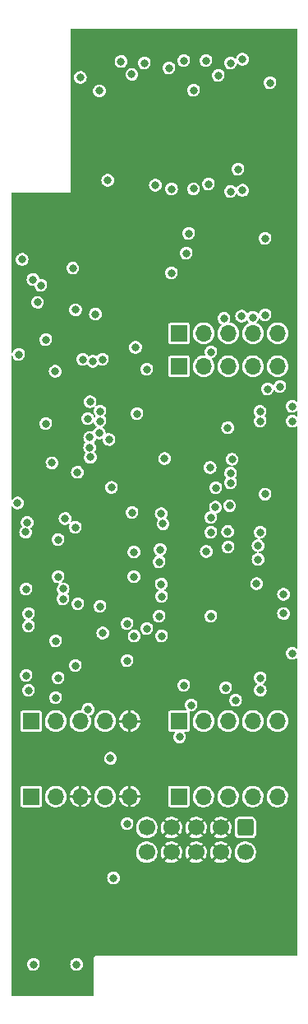
<source format=gbr>
%TF.GenerationSoftware,KiCad,Pcbnew,(6.0.0-0)*%
%TF.CreationDate,2022-01-16T08:37:52+00:00*%
%TF.ProjectId,curly-memory-kicad,6375726c-792d-46d6-956d-6f72792d6b69,rev?*%
%TF.SameCoordinates,Original*%
%TF.FileFunction,Copper,L2,Inr*%
%TF.FilePolarity,Positive*%
%FSLAX46Y46*%
G04 Gerber Fmt 4.6, Leading zero omitted, Abs format (unit mm)*
G04 Created by KiCad (PCBNEW (6.0.0-0)) date 2022-01-16 08:37:52*
%MOMM*%
%LPD*%
G01*
G04 APERTURE LIST*
G04 Aperture macros list*
%AMRoundRect*
0 Rectangle with rounded corners*
0 $1 Rounding radius*
0 $2 $3 $4 $5 $6 $7 $8 $9 X,Y pos of 4 corners*
0 Add a 4 corners polygon primitive as box body*
4,1,4,$2,$3,$4,$5,$6,$7,$8,$9,$2,$3,0*
0 Add four circle primitives for the rounded corners*
1,1,$1+$1,$2,$3*
1,1,$1+$1,$4,$5*
1,1,$1+$1,$6,$7*
1,1,$1+$1,$8,$9*
0 Add four rect primitives between the rounded corners*
20,1,$1+$1,$2,$3,$4,$5,0*
20,1,$1+$1,$4,$5,$6,$7,0*
20,1,$1+$1,$6,$7,$8,$9,0*
20,1,$1+$1,$8,$9,$2,$3,0*%
G04 Aperture macros list end*
%TA.AperFunction,ComponentPad*%
%ADD10RoundRect,0.250000X-0.600000X0.600000X-0.600000X-0.600000X0.600000X-0.600000X0.600000X0.600000X0*%
%TD*%
%TA.AperFunction,ComponentPad*%
%ADD11C,1.700000*%
%TD*%
%TA.AperFunction,ComponentPad*%
%ADD12R,1.700000X1.700000*%
%TD*%
%TA.AperFunction,ComponentPad*%
%ADD13O,1.700000X1.700000*%
%TD*%
%TA.AperFunction,ViaPad*%
%ADD14C,0.800000*%
%TD*%
G04 APERTURE END LIST*
D10*
%TO.N,Net-(D402-Pad1)*%
%TO.C,J401*%
X24384000Y-82440500D03*
D11*
X24384000Y-84980500D03*
%TO.N,GND*%
X21844000Y-82440500D03*
X21844000Y-84980500D03*
X19304000Y-82440500D03*
X19304000Y-84980500D03*
X16764000Y-82440500D03*
X16764000Y-84980500D03*
%TO.N,Net-(D401-Pad2)*%
X14224000Y-82440500D03*
X14224000Y-84980500D03*
%TD*%
D12*
%TO.N,/input/IN_0_IN+*%
%TO.C,J101*%
X17540000Y-31600000D03*
D13*
%TO.N,/input/IN_1_IN+*%
X20080000Y-31600000D03*
%TO.N,/input/IN_2_IN+*%
X22620000Y-31600000D03*
%TO.N,/IN_3*%
X25160000Y-31600000D03*
%TO.N,/RES_0*%
X27700000Y-31600000D03*
%TD*%
D12*
%TO.N,+5V*%
%TO.C,J103*%
X17540000Y-71500000D03*
D13*
%TO.N,+3V3*%
X20080000Y-71500000D03*
%TO.N,V_OFFSET*%
X22620000Y-71500000D03*
%TO.N,/IO_32*%
X25160000Y-71500000D03*
%TO.N,/IO_21*%
X27700000Y-71500000D03*
%TD*%
D12*
%TO.N,/BOOT*%
%TO.C,J102*%
X2300000Y-71500000D03*
D13*
%TO.N,/RST*%
X4840000Y-71500000D03*
%TO.N,/PROG_TX*%
X7380000Y-71500000D03*
%TO.N,/PROG_RX*%
X9920000Y-71500000D03*
%TO.N,GND*%
X12460000Y-71500000D03*
%TD*%
D12*
%TO.N,/RES0_A1*%
%TO.C,J105*%
X2300000Y-79250000D03*
D13*
%TO.N,/RES0_W1*%
X4840000Y-79250000D03*
%TO.N,GND*%
X7380000Y-79250000D03*
%TO.N,/LEDS*%
X9920000Y-79250000D03*
%TO.N,GND*%
X12460000Y-79250000D03*
%TD*%
D12*
%TO.N,/output/OUT_0_OUT*%
%TO.C,J104*%
X17531000Y-79250000D03*
D13*
%TO.N,/output/OUT_1_OUT*%
X20071000Y-79250000D03*
%TO.N,/output/OUT_2_OUT*%
X22611000Y-79250000D03*
%TO.N,/output/OUT_3+*%
X25151000Y-79250000D03*
%TO.N,/DRY_WET*%
X27691000Y-79250000D03*
%TD*%
D12*
%TO.N,/RES_1*%
%TO.C,J106*%
X17540000Y-35000000D03*
D13*
%TO.N,/RES_2*%
X20080000Y-35000000D03*
%TO.N,/RES_3*%
X22620000Y-35000000D03*
%TO.N,/SW_0*%
X25160000Y-35000000D03*
%TO.N,/SW_1*%
X27700000Y-35000000D03*
%TD*%
D14*
%TO.N,GND*%
X21590000Y-20574000D03*
X24892000Y-20574000D03*
X22352000Y-27686000D03*
X22352000Y-23368000D03*
X8636000Y-87630000D03*
X8128000Y-81534000D03*
X2032000Y-85852000D03*
X26416000Y-94488000D03*
X16510000Y-90170000D03*
X27686000Y-7366000D03*
X27940000Y-10160000D03*
X28702000Y-1778000D03*
X22098000Y-12700000D03*
X21844000Y-9144000D03*
X16764000Y-7874000D03*
X13970000Y-7874000D03*
X13716000Y-14732000D03*
X16002000Y-14732000D03*
X19558000Y-12446000D03*
X19558000Y-8890000D03*
X11684000Y-90678000D03*
X20828000Y-92964000D03*
X24130000Y-91694000D03*
X25146000Y-88646000D03*
%TO.N,/RST*%
X903101Y-49066325D03*
X10195500Y-15869060D03*
%TO.N,GND*%
X7784011Y-55289855D03*
X8181541Y-20526950D03*
X3318000Y-76438000D03*
X28448000Y-13462000D03*
X5334000Y-55372000D03*
X9398000Y-73152000D03*
X3556000Y-34798000D03*
X5080000Y-64516000D03*
X6609714Y-68320286D03*
X7620000Y-25146000D03*
X22234310Y-74422000D03*
X15548500Y-56134000D03*
X3466011Y-41910000D03*
X5080000Y-65786000D03*
X13462000Y-20320000D03*
X3466011Y-45188083D03*
X12709950Y-74422000D03*
X18034000Y-51308000D03*
X22860000Y-50546000D03*
X26924000Y-15748000D03*
X5080000Y-54102000D03*
X13208000Y-26670000D03*
X12242800Y-63652400D03*
X15718500Y-38608000D03*
X24883310Y-74422000D03*
X3466011Y-38354000D03*
X7620000Y-3556000D03*
X11813286Y-51691286D03*
X15385500Y-74422000D03*
%TO.N,+5V*%
X15602155Y-53845007D03*
X15714852Y-50169366D03*
X26416000Y-21844000D03*
X10476980Y-75325295D03*
X12192000Y-61468000D03*
X14224000Y-35306000D03*
%TO.N,+3V3*%
X16764000Y-25400000D03*
%TO.N,/RES0_W1*%
X5080000Y-67056000D03*
%TO.N,Net-(C201-Pad2)*%
X22570500Y-41323198D03*
X7620000Y-34290000D03*
%TO.N,Net-(C202-Pad2)*%
X13208000Y-39878000D03*
X8670886Y-34480841D03*
%TO.N,Net-(C203-Pad2)*%
X22860000Y-45990497D03*
X20828000Y-33528000D03*
X13063522Y-33042466D03*
%TO.N,+12V*%
X12192000Y-82042000D03*
X15748000Y-62738000D03*
X16065807Y-44485989D03*
%TO.N,-12V*%
X2540000Y-96520000D03*
X10795000Y-87630000D03*
X29228500Y-40640000D03*
X29228500Y-64516000D03*
%TO.N,Net-(C301-Pad1)*%
X18034000Y-67818000D03*
X18796000Y-69850000D03*
%TO.N,Net-(C302-Pad1)*%
X28321000Y-60424991D03*
X25924000Y-68310000D03*
%TO.N,Net-(C302-Pad2)*%
X25908000Y-67056000D03*
X28321000Y-58454091D03*
%TO.N,Net-(C303-Pad1)*%
X17606500Y-73138908D03*
X20828000Y-60706000D03*
X15748000Y-58674000D03*
X15494000Y-55118000D03*
%TO.N,Net-(D402-Pad1)*%
X6985000Y-96520000D03*
%TO.N,/IO_32*%
X16769714Y-16769714D03*
%TO.N,V_OFFSET*%
X20753078Y-45402505D03*
X23021894Y-44562604D03*
%TO.N,/LEDS*%
X15107286Y-16377286D03*
X3302000Y-26670000D03*
%TO.N,Net-(R106-Pad2)*%
X21336000Y-47498000D03*
X12924500Y-62738000D03*
X15900400Y-51206400D03*
X21310569Y-49494500D03*
X12192000Y-65278000D03*
X25902239Y-39640514D03*
X12899500Y-56642000D03*
X12899500Y-54102000D03*
%TO.N,/input/IN_0_IN+*%
X6882919Y-29195762D03*
%TO.N,/IN_0*%
X6858000Y-65786000D03*
X4786750Y-35520750D03*
%TO.N,/IN_1*%
X3810000Y-40894000D03*
X10585811Y-47462500D03*
%TO.N,/IN_2*%
X26416000Y-48151020D03*
X4435317Y-44944255D03*
%TO.N,/IN_3*%
X7076903Y-45899887D03*
X8382000Y-38643500D03*
%TO.N,/input/IN_1_IN+*%
X8925500Y-29635855D03*
%TO.N,/BOOT*%
X7371714Y-5298500D03*
X24090399Y-3419113D03*
%TO.N,/PROG_TX*%
X2494525Y-26080941D03*
X1374864Y-24011163D03*
X1742500Y-52064286D03*
X11568430Y-3648714D03*
%TO.N,/PROG_RX*%
X4826000Y-69088000D03*
X12679978Y-4970478D03*
X8174212Y-70287447D03*
X1778000Y-66802000D03*
%TO.N,/RES0_A1*%
X2026286Y-68331714D03*
%TO.N,/RES1_W1*%
X9398000Y-59690000D03*
X5080000Y-56642000D03*
%TO.N,Net-(R104-Pad2)*%
X25908000Y-40640000D03*
X12700000Y-50038000D03*
X22763570Y-49348687D03*
X22860000Y-46990000D03*
%TO.N,/output/OUT_1+*%
X25544479Y-57358431D03*
X14224000Y-61976000D03*
%TO.N,/output/OUT_3+*%
X22352000Y-68072000D03*
X25908000Y-52070000D03*
X23373714Y-69347714D03*
%TO.N,/output/OUT_0+*%
X25689500Y-54864000D03*
X15494000Y-60706000D03*
%TO.N,/SW_0*%
X22183836Y-30069263D03*
X18288000Y-23368000D03*
%TO.N,/SW_1*%
X18542000Y-21336000D03*
X25146000Y-29972000D03*
%TO.N,/RES_0*%
X8128000Y-40386000D03*
%TO.N,/RES_1*%
X8346500Y-42326861D03*
%TO.N,/RES_2*%
X8346500Y-43361385D03*
%TO.N,/RES_3*%
X8410111Y-44358861D03*
%TO.N,/SPI3_CS_0*%
X10331749Y-42522979D03*
X9652000Y-34290000D03*
X19050000Y-6604000D03*
%TO.N,/SPI3_MOSI*%
X9343016Y-6664777D03*
X4826000Y-63246000D03*
X9328364Y-41863576D03*
%TO.N,/SPI3_MISO*%
X9398000Y-40640000D03*
X9687103Y-62437470D03*
X16510000Y-4318000D03*
%TO.N,/SPI3_CLK*%
X2032000Y-61722000D03*
X18034000Y-3556000D03*
X9398000Y-39624000D03*
%TO.N,/SPI2_CLK*%
X22860000Y-17018000D03*
X20828000Y-52070000D03*
X5806500Y-50655466D03*
%TO.N,/SPI2_MISO*%
X24090399Y-16900887D03*
X25689500Y-53446875D03*
X6858000Y-51562000D03*
%TO.N,/SPI2_MOSI*%
X20359269Y-54043780D03*
X23622000Y-14732000D03*
X5080000Y-52832000D03*
%TO.N,/SPI2_CS_0*%
X26416000Y-29718000D03*
X26924000Y-5842000D03*
X27940000Y-37084000D03*
X22606000Y-53594000D03*
X15719891Y-57402389D03*
X22554087Y-51998985D03*
%TO.N,/SPI3_CS_1*%
X2032000Y-60452000D03*
X22860000Y-3810000D03*
%TO.N,/SPI2_CS_1*%
X26670000Y-37338000D03*
X20828000Y-50546000D03*
X24008714Y-29839286D03*
X21590000Y-5080000D03*
%TO.N,/RES_~RS*%
X20574000Y-16256000D03*
X5588000Y-58928000D03*
%TO.N,/RES_~SHDN*%
X7112000Y-59436000D03*
X3810000Y-32258000D03*
X19044286Y-16758286D03*
X1778000Y-57912000D03*
X1016000Y-33782000D03*
X5593714Y-57906286D03*
%TO.N,/SPI2_CS_2*%
X6592647Y-24901665D03*
X2958011Y-28421684D03*
X20320000Y-3556000D03*
X1888927Y-51054000D03*
%TO.N,/IO_21*%
X13970000Y-3810000D03*
X29210000Y-39116000D03*
%TD*%
%TA.AperFunction,Conductor*%
%TO.N,GND*%
G36*
X29727694Y-272306D02*
G01*
X29746000Y-316500D01*
X29746000Y-38577526D01*
X29727694Y-38621720D01*
X29683500Y-38640026D01*
X29641923Y-38624191D01*
X29589087Y-38577116D01*
X29589085Y-38577115D01*
X29586275Y-38574611D01*
X29446274Y-38500484D01*
X29292633Y-38461892D01*
X29288868Y-38461872D01*
X29288866Y-38461872D01*
X29210296Y-38461461D01*
X29134221Y-38461062D01*
X29130557Y-38461942D01*
X29130554Y-38461942D01*
X29071887Y-38476027D01*
X28980184Y-38498043D01*
X28976842Y-38499768D01*
X28976839Y-38499769D01*
X28909799Y-38534372D01*
X28839414Y-38570700D01*
X28836576Y-38573175D01*
X28836577Y-38573175D01*
X28737821Y-38659326D01*
X28720039Y-38674838D01*
X28717873Y-38677920D01*
X28717872Y-38677921D01*
X28674033Y-38740298D01*
X28628950Y-38804444D01*
X28627581Y-38807955D01*
X28627580Y-38807957D01*
X28575000Y-38942819D01*
X28571406Y-38952037D01*
X28570914Y-38955774D01*
X28551221Y-39105355D01*
X28551221Y-39105359D01*
X28550729Y-39109096D01*
X28568113Y-39266553D01*
X28622553Y-39415319D01*
X28710908Y-39546805D01*
X28828076Y-39653419D01*
X28831385Y-39655216D01*
X28831387Y-39655217D01*
X28929368Y-39708416D01*
X28967293Y-39729008D01*
X28970940Y-39729965D01*
X28970943Y-39729966D01*
X29116085Y-39768043D01*
X29120522Y-39769207D01*
X29201820Y-39770484D01*
X29275147Y-39771636D01*
X29275149Y-39771636D01*
X29278916Y-39771695D01*
X29433332Y-39736329D01*
X29436696Y-39734637D01*
X29436699Y-39734636D01*
X29503611Y-39700983D01*
X29574855Y-39665151D01*
X29577720Y-39662704D01*
X29577723Y-39662702D01*
X29631120Y-39617096D01*
X29642909Y-39607027D01*
X29688403Y-39592245D01*
X29731025Y-39613961D01*
X29746000Y-39654552D01*
X29746000Y-40085043D01*
X29727694Y-40129237D01*
X29683500Y-40147543D01*
X29641924Y-40131708D01*
X29607591Y-40101119D01*
X29607586Y-40101116D01*
X29604775Y-40098611D01*
X29464774Y-40024484D01*
X29311133Y-39985892D01*
X29307368Y-39985872D01*
X29307366Y-39985872D01*
X29228796Y-39985461D01*
X29152721Y-39985062D01*
X29149057Y-39985942D01*
X29149054Y-39985942D01*
X29079448Y-40002653D01*
X28998684Y-40022043D01*
X28995342Y-40023768D01*
X28995339Y-40023769D01*
X28954370Y-40044915D01*
X28857914Y-40094700D01*
X28855076Y-40097175D01*
X28855077Y-40097175D01*
X28749623Y-40189169D01*
X28738539Y-40198838D01*
X28736373Y-40201920D01*
X28736372Y-40201921D01*
X28709040Y-40240810D01*
X28647450Y-40328444D01*
X28646081Y-40331955D01*
X28646080Y-40331957D01*
X28597749Y-40455921D01*
X28589906Y-40476037D01*
X28589414Y-40479774D01*
X28569721Y-40629355D01*
X28569721Y-40629359D01*
X28569229Y-40633096D01*
X28586613Y-40790553D01*
X28641053Y-40939319D01*
X28655411Y-40960686D01*
X28708215Y-41039266D01*
X28729408Y-41070805D01*
X28846576Y-41177419D01*
X28849885Y-41179216D01*
X28849887Y-41179217D01*
X28909573Y-41211624D01*
X28985793Y-41253008D01*
X28989440Y-41253965D01*
X28989443Y-41253966D01*
X29120489Y-41288345D01*
X29139022Y-41293207D01*
X29223657Y-41294536D01*
X29293647Y-41295636D01*
X29293649Y-41295636D01*
X29297416Y-41295695D01*
X29451832Y-41260329D01*
X29455196Y-41258637D01*
X29455199Y-41258636D01*
X29578846Y-41196448D01*
X29593355Y-41189151D01*
X29596222Y-41186702D01*
X29596227Y-41186699D01*
X29642910Y-41146828D01*
X29688404Y-41132046D01*
X29731025Y-41153763D01*
X29746000Y-41194353D01*
X29746000Y-63961043D01*
X29727694Y-64005237D01*
X29683500Y-64023543D01*
X29641924Y-64007708D01*
X29607591Y-63977119D01*
X29607586Y-63977116D01*
X29604775Y-63974611D01*
X29464774Y-63900484D01*
X29311133Y-63861892D01*
X29307368Y-63861872D01*
X29307366Y-63861872D01*
X29228796Y-63861461D01*
X29152721Y-63861062D01*
X29149057Y-63861942D01*
X29149054Y-63861942D01*
X29079448Y-63878653D01*
X28998684Y-63898043D01*
X28995342Y-63899768D01*
X28995339Y-63899769D01*
X28928299Y-63934372D01*
X28857914Y-63970700D01*
X28738539Y-64074838D01*
X28736373Y-64077920D01*
X28736372Y-64077921D01*
X28711451Y-64113380D01*
X28647450Y-64204444D01*
X28589906Y-64352037D01*
X28589414Y-64355774D01*
X28569721Y-64505355D01*
X28569721Y-64505359D01*
X28569229Y-64509096D01*
X28586613Y-64666553D01*
X28641053Y-64815319D01*
X28729408Y-64946805D01*
X28846576Y-65053419D01*
X28849885Y-65055216D01*
X28849887Y-65055217D01*
X28877764Y-65070353D01*
X28985793Y-65129008D01*
X28989440Y-65129965D01*
X28989443Y-65129966D01*
X29134585Y-65168043D01*
X29139022Y-65169207D01*
X29220320Y-65170484D01*
X29293647Y-65171636D01*
X29293649Y-65171636D01*
X29297416Y-65171695D01*
X29451832Y-65136329D01*
X29455196Y-65134637D01*
X29455199Y-65134636D01*
X29522111Y-65100983D01*
X29593355Y-65065151D01*
X29596222Y-65062702D01*
X29596227Y-65062699D01*
X29642910Y-65022828D01*
X29688404Y-65008046D01*
X29731025Y-65029763D01*
X29746000Y-65070353D01*
X29746000Y-95568500D01*
X29727694Y-95612694D01*
X29683500Y-95631000D01*
X9031172Y-95631000D01*
X9018979Y-95629799D01*
X9006038Y-95627225D01*
X9000000Y-95626024D01*
X8974983Y-95631000D01*
X8900894Y-95645737D01*
X8895777Y-95649156D01*
X8895775Y-95649157D01*
X8832625Y-95691353D01*
X8816876Y-95701876D01*
X8760737Y-95785894D01*
X8741024Y-95885000D01*
X8742225Y-95891038D01*
X8744799Y-95903979D01*
X8746000Y-95916172D01*
X8746000Y-99683500D01*
X8727694Y-99727694D01*
X8683500Y-99746000D01*
X316500Y-99746000D01*
X272306Y-99727694D01*
X254000Y-99683500D01*
X254000Y-96513096D01*
X1880729Y-96513096D01*
X1898113Y-96670553D01*
X1952553Y-96819319D01*
X2040908Y-96950805D01*
X2158076Y-97057419D01*
X2161385Y-97059216D01*
X2161387Y-97059217D01*
X2259368Y-97112416D01*
X2297293Y-97133008D01*
X2300940Y-97133965D01*
X2300943Y-97133966D01*
X2446874Y-97172250D01*
X2450522Y-97173207D01*
X2535157Y-97174536D01*
X2605147Y-97175636D01*
X2605149Y-97175636D01*
X2608916Y-97175695D01*
X2763332Y-97140329D01*
X2766696Y-97138637D01*
X2766699Y-97138636D01*
X2833611Y-97104983D01*
X2904855Y-97069151D01*
X2907720Y-97066704D01*
X2907723Y-97066702D01*
X3022452Y-96968713D01*
X3025314Y-96966269D01*
X3027509Y-96963214D01*
X3027512Y-96963211D01*
X3115555Y-96840686D01*
X3115556Y-96840684D01*
X3117755Y-96837624D01*
X3176842Y-96690641D01*
X3199162Y-96533807D01*
X3199307Y-96520000D01*
X3198472Y-96513096D01*
X6325729Y-96513096D01*
X6343113Y-96670553D01*
X6397553Y-96819319D01*
X6485908Y-96950805D01*
X6603076Y-97057419D01*
X6606385Y-97059216D01*
X6606387Y-97059217D01*
X6704368Y-97112416D01*
X6742293Y-97133008D01*
X6745940Y-97133965D01*
X6745943Y-97133966D01*
X6891874Y-97172250D01*
X6895522Y-97173207D01*
X6980157Y-97174536D01*
X7050147Y-97175636D01*
X7050149Y-97175636D01*
X7053916Y-97175695D01*
X7208332Y-97140329D01*
X7211696Y-97138637D01*
X7211699Y-97138636D01*
X7278611Y-97104983D01*
X7349855Y-97069151D01*
X7352720Y-97066704D01*
X7352723Y-97066702D01*
X7467452Y-96968713D01*
X7470314Y-96966269D01*
X7472509Y-96963214D01*
X7472512Y-96963211D01*
X7560555Y-96840686D01*
X7560556Y-96840684D01*
X7562755Y-96837624D01*
X7621842Y-96690641D01*
X7644162Y-96533807D01*
X7644307Y-96520000D01*
X7625276Y-96362733D01*
X7569280Y-96214546D01*
X7479553Y-96083992D01*
X7361275Y-95978611D01*
X7221274Y-95904484D01*
X7067633Y-95865892D01*
X7063868Y-95865872D01*
X7063866Y-95865872D01*
X6985296Y-95865461D01*
X6909221Y-95865062D01*
X6905557Y-95865942D01*
X6905554Y-95865942D01*
X6851323Y-95878962D01*
X6755184Y-95902043D01*
X6751842Y-95903768D01*
X6751839Y-95903769D01*
X6684799Y-95938372D01*
X6614414Y-95974700D01*
X6611576Y-95977175D01*
X6611577Y-95977175D01*
X6507321Y-96068124D01*
X6495039Y-96078838D01*
X6492873Y-96081920D01*
X6492872Y-96081921D01*
X6489233Y-96087099D01*
X6403950Y-96208444D01*
X6402581Y-96211955D01*
X6402580Y-96211957D01*
X6400197Y-96218071D01*
X6346406Y-96356037D01*
X6345914Y-96359774D01*
X6326221Y-96509355D01*
X6326221Y-96509359D01*
X6325729Y-96513096D01*
X3198472Y-96513096D01*
X3180276Y-96362733D01*
X3124280Y-96214546D01*
X3034553Y-96083992D01*
X2916275Y-95978611D01*
X2776274Y-95904484D01*
X2622633Y-95865892D01*
X2618868Y-95865872D01*
X2618866Y-95865872D01*
X2540296Y-95865461D01*
X2464221Y-95865062D01*
X2460557Y-95865942D01*
X2460554Y-95865942D01*
X2406323Y-95878962D01*
X2310184Y-95902043D01*
X2306842Y-95903768D01*
X2306839Y-95903769D01*
X2239799Y-95938372D01*
X2169414Y-95974700D01*
X2166576Y-95977175D01*
X2166577Y-95977175D01*
X2062321Y-96068124D01*
X2050039Y-96078838D01*
X2047873Y-96081920D01*
X2047872Y-96081921D01*
X2044233Y-96087099D01*
X1958950Y-96208444D01*
X1957581Y-96211955D01*
X1957580Y-96211957D01*
X1955197Y-96218071D01*
X1901406Y-96356037D01*
X1900914Y-96359774D01*
X1881221Y-96509355D01*
X1881221Y-96509359D01*
X1880729Y-96513096D01*
X254000Y-96513096D01*
X254000Y-87623096D01*
X10135729Y-87623096D01*
X10153113Y-87780553D01*
X10207553Y-87929319D01*
X10295908Y-88060805D01*
X10413076Y-88167419D01*
X10416385Y-88169216D01*
X10416387Y-88169217D01*
X10514368Y-88222416D01*
X10552293Y-88243008D01*
X10555940Y-88243965D01*
X10555943Y-88243966D01*
X10701874Y-88282250D01*
X10705522Y-88283207D01*
X10790157Y-88284536D01*
X10860147Y-88285636D01*
X10860149Y-88285636D01*
X10863916Y-88285695D01*
X11018332Y-88250329D01*
X11021696Y-88248637D01*
X11021699Y-88248636D01*
X11088611Y-88214983D01*
X11159855Y-88179151D01*
X11162720Y-88176704D01*
X11162723Y-88176702D01*
X11277452Y-88078713D01*
X11280314Y-88076269D01*
X11282509Y-88073214D01*
X11282512Y-88073211D01*
X11370555Y-87950686D01*
X11370556Y-87950684D01*
X11372755Y-87947624D01*
X11431842Y-87800641D01*
X11454162Y-87643807D01*
X11454307Y-87630000D01*
X11435276Y-87472733D01*
X11379280Y-87324546D01*
X11289553Y-87193992D01*
X11171275Y-87088611D01*
X11031274Y-87014484D01*
X10877633Y-86975892D01*
X10873868Y-86975872D01*
X10873866Y-86975872D01*
X10795296Y-86975461D01*
X10719221Y-86975062D01*
X10715557Y-86975942D01*
X10715554Y-86975942D01*
X10645948Y-86992653D01*
X10565184Y-87012043D01*
X10561842Y-87013768D01*
X10561839Y-87013769D01*
X10494799Y-87048372D01*
X10424414Y-87084700D01*
X10305039Y-87188838D01*
X10302873Y-87191920D01*
X10302872Y-87191921D01*
X10299233Y-87197099D01*
X10213950Y-87318444D01*
X10212581Y-87321955D01*
X10212580Y-87321957D01*
X10210197Y-87328071D01*
X10156406Y-87466037D01*
X10155914Y-87469774D01*
X10136221Y-87619355D01*
X10136221Y-87619359D01*
X10135729Y-87623096D01*
X254000Y-87623096D01*
X254000Y-84951464D01*
X13115148Y-84951464D01*
X13128424Y-85154022D01*
X13178392Y-85350769D01*
X13263377Y-85535116D01*
X13380533Y-85700889D01*
X13525938Y-85842535D01*
X13694720Y-85955312D01*
X13780056Y-85991975D01*
X13878588Y-86034308D01*
X13878590Y-86034309D01*
X13881228Y-86035442D01*
X13979484Y-86057675D01*
X14076426Y-86079611D01*
X14076429Y-86079611D01*
X14079216Y-86080242D01*
X14169164Y-86083776D01*
X14279193Y-86088100D01*
X14279197Y-86088100D01*
X14282053Y-86088212D01*
X14482945Y-86059084D01*
X14675165Y-85993834D01*
X14852276Y-85894647D01*
X14907838Y-85848436D01*
X16080818Y-85848436D01*
X16082789Y-85853193D01*
X16232576Y-85953278D01*
X16237598Y-85956004D01*
X16418744Y-86033831D01*
X16424183Y-86035598D01*
X16616492Y-86079114D01*
X16622140Y-86079857D01*
X16819166Y-86087599D01*
X16824861Y-86087300D01*
X17019992Y-86059007D01*
X17025541Y-86057675D01*
X17212247Y-85994296D01*
X17217460Y-85991975D01*
X17389492Y-85895633D01*
X17394197Y-85892399D01*
X17440379Y-85853990D01*
X17443300Y-85848436D01*
X18620818Y-85848436D01*
X18622789Y-85853193D01*
X18772576Y-85953278D01*
X18777598Y-85956004D01*
X18958744Y-86033831D01*
X18964183Y-86035598D01*
X19156492Y-86079114D01*
X19162140Y-86079857D01*
X19359166Y-86087599D01*
X19364861Y-86087300D01*
X19559992Y-86059007D01*
X19565541Y-86057675D01*
X19752247Y-85994296D01*
X19757460Y-85991975D01*
X19929492Y-85895633D01*
X19934197Y-85892399D01*
X19980379Y-85853990D01*
X19983300Y-85848436D01*
X21160818Y-85848436D01*
X21162789Y-85853193D01*
X21312576Y-85953278D01*
X21317598Y-85956004D01*
X21498744Y-86033831D01*
X21504183Y-86035598D01*
X21696492Y-86079114D01*
X21702140Y-86079857D01*
X21899166Y-86087599D01*
X21904861Y-86087300D01*
X22099992Y-86059007D01*
X22105541Y-86057675D01*
X22292247Y-85994296D01*
X22297460Y-85991975D01*
X22469492Y-85895633D01*
X22474197Y-85892399D01*
X22520379Y-85853990D01*
X22524808Y-85845570D01*
X22522711Y-85838816D01*
X21852790Y-85168895D01*
X21844000Y-85165254D01*
X21835210Y-85168895D01*
X21164459Y-85839646D01*
X21160818Y-85848436D01*
X19983300Y-85848436D01*
X19984808Y-85845570D01*
X19982711Y-85838816D01*
X19312790Y-85168895D01*
X19304000Y-85165254D01*
X19295210Y-85168895D01*
X18624459Y-85839646D01*
X18620818Y-85848436D01*
X17443300Y-85848436D01*
X17444808Y-85845570D01*
X17442711Y-85838816D01*
X16772790Y-85168895D01*
X16764000Y-85165254D01*
X16755210Y-85168895D01*
X16084459Y-85839646D01*
X16080818Y-85848436D01*
X14907838Y-85848436D01*
X15008345Y-85764845D01*
X15138147Y-85608776D01*
X15237334Y-85431665D01*
X15302584Y-85239445D01*
X15331712Y-85038553D01*
X15333232Y-84980500D01*
X15332425Y-84971710D01*
X15330829Y-84954341D01*
X15655838Y-84954341D01*
X15668732Y-85151081D01*
X15669626Y-85156724D01*
X15718159Y-85347823D01*
X15720066Y-85353207D01*
X15802612Y-85532261D01*
X15805468Y-85537208D01*
X15890309Y-85657256D01*
X15898358Y-85662334D01*
X15903790Y-85661105D01*
X16575605Y-84989290D01*
X16579246Y-84980500D01*
X16948754Y-84980500D01*
X16952395Y-84989290D01*
X17620751Y-85657646D01*
X17629541Y-85661287D01*
X17636074Y-85658580D01*
X17675899Y-85610697D01*
X17679133Y-85605992D01*
X17775475Y-85433960D01*
X17777796Y-85428747D01*
X17841175Y-85242041D01*
X17842507Y-85236492D01*
X17870948Y-85040342D01*
X17871259Y-85036697D01*
X17872682Y-84982327D01*
X17872563Y-84978679D01*
X17870327Y-84954341D01*
X18195838Y-84954341D01*
X18208732Y-85151081D01*
X18209626Y-85156724D01*
X18258159Y-85347823D01*
X18260066Y-85353207D01*
X18342612Y-85532261D01*
X18345468Y-85537208D01*
X18430309Y-85657256D01*
X18438358Y-85662334D01*
X18443790Y-85661105D01*
X19115605Y-84989290D01*
X19119246Y-84980500D01*
X19488754Y-84980500D01*
X19492395Y-84989290D01*
X20160751Y-85657646D01*
X20169541Y-85661287D01*
X20176074Y-85658580D01*
X20215899Y-85610697D01*
X20219133Y-85605992D01*
X20315475Y-85433960D01*
X20317796Y-85428747D01*
X20381175Y-85242041D01*
X20382507Y-85236492D01*
X20410948Y-85040342D01*
X20411259Y-85036697D01*
X20412682Y-84982327D01*
X20412563Y-84978679D01*
X20410327Y-84954341D01*
X20735838Y-84954341D01*
X20748732Y-85151081D01*
X20749626Y-85156724D01*
X20798159Y-85347823D01*
X20800066Y-85353207D01*
X20882612Y-85532261D01*
X20885468Y-85537208D01*
X20970309Y-85657256D01*
X20978358Y-85662334D01*
X20983790Y-85661105D01*
X21655605Y-84989290D01*
X21659246Y-84980500D01*
X22028754Y-84980500D01*
X22032395Y-84989290D01*
X22700751Y-85657646D01*
X22709541Y-85661287D01*
X22716074Y-85658580D01*
X22755899Y-85610697D01*
X22759133Y-85605992D01*
X22855475Y-85433960D01*
X22857796Y-85428747D01*
X22921175Y-85242041D01*
X22922507Y-85236492D01*
X22950948Y-85040342D01*
X22951259Y-85036697D01*
X22952682Y-84982327D01*
X22952563Y-84978679D01*
X22950062Y-84951464D01*
X23275148Y-84951464D01*
X23288424Y-85154022D01*
X23338392Y-85350769D01*
X23423377Y-85535116D01*
X23540533Y-85700889D01*
X23685938Y-85842535D01*
X23854720Y-85955312D01*
X23940056Y-85991975D01*
X24038588Y-86034308D01*
X24038590Y-86034309D01*
X24041228Y-86035442D01*
X24139484Y-86057675D01*
X24236426Y-86079611D01*
X24236429Y-86079611D01*
X24239216Y-86080242D01*
X24329164Y-86083776D01*
X24439193Y-86088100D01*
X24439197Y-86088100D01*
X24442053Y-86088212D01*
X24642945Y-86059084D01*
X24835165Y-85993834D01*
X25012276Y-85894647D01*
X25168345Y-85764845D01*
X25298147Y-85608776D01*
X25397334Y-85431665D01*
X25462584Y-85239445D01*
X25491712Y-85038553D01*
X25493232Y-84980500D01*
X25492425Y-84971710D01*
X25484137Y-84881515D01*
X25474658Y-84778359D01*
X25467456Y-84752822D01*
X25420335Y-84585744D01*
X25420333Y-84585740D01*
X25419557Y-84582987D01*
X25329776Y-84400928D01*
X25328058Y-84398627D01*
X25210037Y-84240578D01*
X25210036Y-84240576D01*
X25208320Y-84238279D01*
X25059258Y-84100487D01*
X24887581Y-83992167D01*
X24699039Y-83916946D01*
X24696233Y-83916388D01*
X24696230Y-83916387D01*
X24502752Y-83877902D01*
X24502750Y-83877902D01*
X24499946Y-83877344D01*
X24404353Y-83876093D01*
X24299833Y-83874724D01*
X24299828Y-83874724D01*
X24296971Y-83874687D01*
X24294151Y-83875172D01*
X24294146Y-83875172D01*
X24177751Y-83895173D01*
X24096910Y-83909064D01*
X24094222Y-83910056D01*
X24094217Y-83910057D01*
X23909151Y-83978332D01*
X23909148Y-83978333D01*
X23906463Y-83979324D01*
X23732010Y-84083112D01*
X23579392Y-84216955D01*
X23453720Y-84376369D01*
X23359203Y-84556015D01*
X23358356Y-84558742D01*
X23358355Y-84558745D01*
X23350828Y-84582987D01*
X23299007Y-84749878D01*
X23275148Y-84951464D01*
X22950062Y-84951464D01*
X22934426Y-84781305D01*
X22933385Y-84775687D01*
X22879867Y-84585924D01*
X22877824Y-84580602D01*
X22790616Y-84403761D01*
X22787630Y-84398889D01*
X22717086Y-84304420D01*
X22708908Y-84299555D01*
X22703067Y-84301038D01*
X22032395Y-84971710D01*
X22028754Y-84980500D01*
X21659246Y-84980500D01*
X21655605Y-84971710D01*
X20987466Y-84303571D01*
X20978676Y-84299930D01*
X20972648Y-84302427D01*
X20915913Y-84374395D01*
X20912809Y-84379174D01*
X20820998Y-84553677D01*
X20818819Y-84558937D01*
X20760346Y-84747252D01*
X20759162Y-84752822D01*
X20735987Y-84948629D01*
X20735838Y-84954341D01*
X20410327Y-84954341D01*
X20394426Y-84781305D01*
X20393385Y-84775687D01*
X20339867Y-84585924D01*
X20337824Y-84580602D01*
X20250616Y-84403761D01*
X20247630Y-84398889D01*
X20177086Y-84304420D01*
X20168908Y-84299555D01*
X20163067Y-84301038D01*
X19492395Y-84971710D01*
X19488754Y-84980500D01*
X19119246Y-84980500D01*
X19115605Y-84971710D01*
X18447466Y-84303571D01*
X18438676Y-84299930D01*
X18432648Y-84302427D01*
X18375913Y-84374395D01*
X18372809Y-84379174D01*
X18280998Y-84553677D01*
X18278819Y-84558937D01*
X18220346Y-84747252D01*
X18219162Y-84752822D01*
X18195987Y-84948629D01*
X18195838Y-84954341D01*
X17870327Y-84954341D01*
X17854426Y-84781305D01*
X17853385Y-84775687D01*
X17799867Y-84585924D01*
X17797824Y-84580602D01*
X17710616Y-84403761D01*
X17707630Y-84398889D01*
X17637086Y-84304420D01*
X17628908Y-84299555D01*
X17623067Y-84301038D01*
X16952395Y-84971710D01*
X16948754Y-84980500D01*
X16579246Y-84980500D01*
X16575605Y-84971710D01*
X15907466Y-84303571D01*
X15898676Y-84299930D01*
X15892648Y-84302427D01*
X15835913Y-84374395D01*
X15832809Y-84379174D01*
X15740998Y-84553677D01*
X15738819Y-84558937D01*
X15680346Y-84747252D01*
X15679162Y-84752822D01*
X15655987Y-84948629D01*
X15655838Y-84954341D01*
X15330829Y-84954341D01*
X15324137Y-84881515D01*
X15314658Y-84778359D01*
X15307456Y-84752822D01*
X15260335Y-84585744D01*
X15260333Y-84585740D01*
X15259557Y-84582987D01*
X15169776Y-84400928D01*
X15168058Y-84398627D01*
X15050037Y-84240578D01*
X15050036Y-84240576D01*
X15048320Y-84238279D01*
X14913294Y-84113462D01*
X16082984Y-84113462D01*
X16086857Y-84123752D01*
X16755210Y-84792105D01*
X16764000Y-84795746D01*
X16772790Y-84792105D01*
X17443183Y-84121712D01*
X17446548Y-84113589D01*
X17446492Y-84113462D01*
X18622984Y-84113462D01*
X18626857Y-84123752D01*
X19295210Y-84792105D01*
X19304000Y-84795746D01*
X19312790Y-84792105D01*
X19983183Y-84121712D01*
X19986548Y-84113589D01*
X19986492Y-84113462D01*
X21162984Y-84113462D01*
X21166857Y-84123752D01*
X21835210Y-84792105D01*
X21844000Y-84795746D01*
X21852790Y-84792105D01*
X22523183Y-84121712D01*
X22526548Y-84113589D01*
X22522375Y-84104049D01*
X22521054Y-84102828D01*
X22516532Y-84099358D01*
X22349774Y-83994142D01*
X22344696Y-83991554D01*
X22161553Y-83918488D01*
X22156087Y-83916869D01*
X21962700Y-83878402D01*
X21957036Y-83877807D01*
X21759872Y-83875225D01*
X21754185Y-83875673D01*
X21559870Y-83909063D01*
X21554347Y-83910542D01*
X21369367Y-83978785D01*
X21364218Y-83981241D01*
X21194770Y-84082052D01*
X21190148Y-84085411D01*
X21166660Y-84106009D01*
X21162984Y-84113462D01*
X19986492Y-84113462D01*
X19982375Y-84104049D01*
X19981054Y-84102828D01*
X19976532Y-84099358D01*
X19809774Y-83994142D01*
X19804696Y-83991554D01*
X19621553Y-83918488D01*
X19616087Y-83916869D01*
X19422700Y-83878402D01*
X19417036Y-83877807D01*
X19219872Y-83875225D01*
X19214185Y-83875673D01*
X19019870Y-83909063D01*
X19014347Y-83910542D01*
X18829367Y-83978785D01*
X18824218Y-83981241D01*
X18654770Y-84082052D01*
X18650148Y-84085411D01*
X18626660Y-84106009D01*
X18622984Y-84113462D01*
X17446492Y-84113462D01*
X17442375Y-84104049D01*
X17441054Y-84102828D01*
X17436532Y-84099358D01*
X17269774Y-83994142D01*
X17264696Y-83991554D01*
X17081553Y-83918488D01*
X17076087Y-83916869D01*
X16882700Y-83878402D01*
X16877036Y-83877807D01*
X16679872Y-83875225D01*
X16674185Y-83875673D01*
X16479870Y-83909063D01*
X16474347Y-83910542D01*
X16289367Y-83978785D01*
X16284218Y-83981241D01*
X16114770Y-84082052D01*
X16110148Y-84085411D01*
X16086660Y-84106009D01*
X16082984Y-84113462D01*
X14913294Y-84113462D01*
X14899258Y-84100487D01*
X14727581Y-83992167D01*
X14539039Y-83916946D01*
X14536233Y-83916388D01*
X14536230Y-83916387D01*
X14342752Y-83877902D01*
X14342750Y-83877902D01*
X14339946Y-83877344D01*
X14244353Y-83876093D01*
X14139833Y-83874724D01*
X14139828Y-83874724D01*
X14136971Y-83874687D01*
X14134151Y-83875172D01*
X14134146Y-83875172D01*
X14017751Y-83895173D01*
X13936910Y-83909064D01*
X13934222Y-83910056D01*
X13934217Y-83910057D01*
X13749151Y-83978332D01*
X13749148Y-83978333D01*
X13746463Y-83979324D01*
X13572010Y-84083112D01*
X13419392Y-84216955D01*
X13293720Y-84376369D01*
X13199203Y-84556015D01*
X13198356Y-84558742D01*
X13198355Y-84558745D01*
X13190828Y-84582987D01*
X13139007Y-84749878D01*
X13115148Y-84951464D01*
X254000Y-84951464D01*
X254000Y-82035096D01*
X11532729Y-82035096D01*
X11550113Y-82192553D01*
X11604553Y-82341319D01*
X11618911Y-82362686D01*
X11677107Y-82449290D01*
X11692908Y-82472805D01*
X11810076Y-82579419D01*
X11813385Y-82581216D01*
X11813387Y-82581217D01*
X11894493Y-82625254D01*
X11949293Y-82655008D01*
X11952940Y-82655965D01*
X11952943Y-82655966D01*
X12098874Y-82694250D01*
X12102522Y-82695207D01*
X12187157Y-82696536D01*
X12257147Y-82697636D01*
X12257149Y-82697636D01*
X12260916Y-82697695D01*
X12415332Y-82662329D01*
X12418696Y-82660637D01*
X12418699Y-82660636D01*
X12506008Y-82616724D01*
X12556855Y-82591151D01*
X12559720Y-82588704D01*
X12559723Y-82588702D01*
X12625055Y-82532902D01*
X12677314Y-82488269D01*
X12679509Y-82485214D01*
X12679512Y-82485211D01*
X12732505Y-82411464D01*
X13115148Y-82411464D01*
X13128424Y-82614022D01*
X13129130Y-82616802D01*
X13149675Y-82697695D01*
X13178392Y-82810769D01*
X13263377Y-82995116D01*
X13380533Y-83160889D01*
X13525938Y-83302535D01*
X13694720Y-83415312D01*
X13780056Y-83451975D01*
X13878588Y-83494308D01*
X13878590Y-83494309D01*
X13881228Y-83495442D01*
X13979484Y-83517675D01*
X14076426Y-83539611D01*
X14076429Y-83539611D01*
X14079216Y-83540242D01*
X14169164Y-83543776D01*
X14279193Y-83548100D01*
X14279197Y-83548100D01*
X14282053Y-83548212D01*
X14482945Y-83519084D01*
X14675165Y-83453834D01*
X14852276Y-83354647D01*
X14907838Y-83308436D01*
X16080818Y-83308436D01*
X16082789Y-83313193D01*
X16232576Y-83413278D01*
X16237598Y-83416004D01*
X16418744Y-83493831D01*
X16424183Y-83495598D01*
X16616492Y-83539114D01*
X16622140Y-83539857D01*
X16819166Y-83547599D01*
X16824861Y-83547300D01*
X17019992Y-83519007D01*
X17025541Y-83517675D01*
X17212247Y-83454296D01*
X17217460Y-83451975D01*
X17389492Y-83355633D01*
X17394197Y-83352399D01*
X17440379Y-83313990D01*
X17443300Y-83308436D01*
X18620818Y-83308436D01*
X18622789Y-83313193D01*
X18772576Y-83413278D01*
X18777598Y-83416004D01*
X18958744Y-83493831D01*
X18964183Y-83495598D01*
X19156492Y-83539114D01*
X19162140Y-83539857D01*
X19359166Y-83547599D01*
X19364861Y-83547300D01*
X19559992Y-83519007D01*
X19565541Y-83517675D01*
X19752247Y-83454296D01*
X19757460Y-83451975D01*
X19929492Y-83355633D01*
X19934197Y-83352399D01*
X19980379Y-83313990D01*
X19983300Y-83308436D01*
X21160818Y-83308436D01*
X21162789Y-83313193D01*
X21312576Y-83413278D01*
X21317598Y-83416004D01*
X21498744Y-83493831D01*
X21504183Y-83495598D01*
X21696492Y-83539114D01*
X21702140Y-83539857D01*
X21899166Y-83547599D01*
X21904861Y-83547300D01*
X22099992Y-83519007D01*
X22105541Y-83517675D01*
X22292247Y-83454296D01*
X22297460Y-83451975D01*
X22469492Y-83355633D01*
X22474197Y-83352399D01*
X22520379Y-83313990D01*
X22524808Y-83305570D01*
X22522711Y-83298816D01*
X21852790Y-82628895D01*
X21844000Y-82625254D01*
X21835210Y-82628895D01*
X21164459Y-83299646D01*
X21160818Y-83308436D01*
X19983300Y-83308436D01*
X19984808Y-83305570D01*
X19982711Y-83298816D01*
X19312790Y-82628895D01*
X19304000Y-82625254D01*
X19295210Y-82628895D01*
X18624459Y-83299646D01*
X18620818Y-83308436D01*
X17443300Y-83308436D01*
X17444808Y-83305570D01*
X17442711Y-83298816D01*
X16772790Y-82628895D01*
X16764000Y-82625254D01*
X16755210Y-82628895D01*
X16084459Y-83299646D01*
X16080818Y-83308436D01*
X14907838Y-83308436D01*
X15008345Y-83224845D01*
X15138147Y-83068776D01*
X15237334Y-82891665D01*
X15302584Y-82699445D01*
X15331712Y-82498553D01*
X15333232Y-82440500D01*
X15332425Y-82431710D01*
X15330829Y-82414341D01*
X15655838Y-82414341D01*
X15668732Y-82611081D01*
X15669626Y-82616724D01*
X15718159Y-82807823D01*
X15720066Y-82813207D01*
X15802612Y-82992261D01*
X15805468Y-82997208D01*
X15890309Y-83117256D01*
X15898358Y-83122334D01*
X15903790Y-83121105D01*
X16575605Y-82449290D01*
X16579246Y-82440500D01*
X16948754Y-82440500D01*
X16952395Y-82449290D01*
X17620751Y-83117646D01*
X17629541Y-83121287D01*
X17636074Y-83118580D01*
X17675899Y-83070697D01*
X17679133Y-83065992D01*
X17775475Y-82893960D01*
X17777796Y-82888747D01*
X17841175Y-82702041D01*
X17842507Y-82696492D01*
X17870948Y-82500342D01*
X17871259Y-82496697D01*
X17872682Y-82442327D01*
X17872563Y-82438679D01*
X17870327Y-82414341D01*
X18195838Y-82414341D01*
X18208732Y-82611081D01*
X18209626Y-82616724D01*
X18258159Y-82807823D01*
X18260066Y-82813207D01*
X18342612Y-82992261D01*
X18345468Y-82997208D01*
X18430309Y-83117256D01*
X18438358Y-83122334D01*
X18443790Y-83121105D01*
X19115605Y-82449290D01*
X19119246Y-82440500D01*
X19488754Y-82440500D01*
X19492395Y-82449290D01*
X20160751Y-83117646D01*
X20169541Y-83121287D01*
X20176074Y-83118580D01*
X20215899Y-83070697D01*
X20219133Y-83065992D01*
X20315475Y-82893960D01*
X20317796Y-82888747D01*
X20381175Y-82702041D01*
X20382507Y-82696492D01*
X20410948Y-82500342D01*
X20411259Y-82496697D01*
X20412682Y-82442327D01*
X20412563Y-82438679D01*
X20410327Y-82414341D01*
X20735838Y-82414341D01*
X20748732Y-82611081D01*
X20749626Y-82616724D01*
X20798159Y-82807823D01*
X20800066Y-82813207D01*
X20882612Y-82992261D01*
X20885468Y-82997208D01*
X20970309Y-83117256D01*
X20978358Y-83122334D01*
X20983790Y-83121105D01*
X21655605Y-82449290D01*
X21659246Y-82440500D01*
X22028754Y-82440500D01*
X22032395Y-82449290D01*
X22700751Y-83117646D01*
X22709541Y-83121287D01*
X22716074Y-83118580D01*
X22741295Y-83088256D01*
X23279500Y-83088256D01*
X23286202Y-83149948D01*
X23287577Y-83153616D01*
X23290304Y-83160889D01*
X23336929Y-83285264D01*
X23423596Y-83400904D01*
X23539236Y-83487571D01*
X23543405Y-83489134D01*
X23543407Y-83489135D01*
X23623298Y-83519084D01*
X23674552Y-83538298D01*
X23736244Y-83545000D01*
X25031756Y-83545000D01*
X25093448Y-83538298D01*
X25144702Y-83519084D01*
X25224593Y-83489135D01*
X25224595Y-83489134D01*
X25228764Y-83487571D01*
X25344404Y-83400904D01*
X25431071Y-83285264D01*
X25477697Y-83160889D01*
X25480423Y-83153616D01*
X25481798Y-83149948D01*
X25488500Y-83088256D01*
X25488500Y-81792744D01*
X25481798Y-81731052D01*
X25461518Y-81676955D01*
X25432635Y-81599907D01*
X25432634Y-81599905D01*
X25431071Y-81595736D01*
X25344404Y-81480096D01*
X25269612Y-81424043D01*
X25232328Y-81396100D01*
X25228764Y-81393429D01*
X25224595Y-81391866D01*
X25224593Y-81391865D01*
X25097116Y-81344077D01*
X25093448Y-81342702D01*
X25031756Y-81336000D01*
X23736244Y-81336000D01*
X23674552Y-81342702D01*
X23670884Y-81344077D01*
X23543407Y-81391865D01*
X23543405Y-81391866D01*
X23539236Y-81393429D01*
X23535672Y-81396100D01*
X23498388Y-81424043D01*
X23423596Y-81480096D01*
X23336929Y-81595736D01*
X23335366Y-81599905D01*
X23335365Y-81599907D01*
X23306482Y-81676955D01*
X23286202Y-81731052D01*
X23279500Y-81792744D01*
X23279500Y-83088256D01*
X22741295Y-83088256D01*
X22755899Y-83070697D01*
X22759133Y-83065992D01*
X22855475Y-82893960D01*
X22857796Y-82888747D01*
X22921175Y-82702041D01*
X22922507Y-82696492D01*
X22950948Y-82500342D01*
X22951259Y-82496697D01*
X22952682Y-82442327D01*
X22952563Y-82438679D01*
X22934426Y-82241305D01*
X22933385Y-82235687D01*
X22879867Y-82045924D01*
X22877824Y-82040602D01*
X22790616Y-81863761D01*
X22787630Y-81858889D01*
X22717086Y-81764420D01*
X22708908Y-81759555D01*
X22703067Y-81761038D01*
X22032395Y-82431710D01*
X22028754Y-82440500D01*
X21659246Y-82440500D01*
X21655605Y-82431710D01*
X20987466Y-81763571D01*
X20978676Y-81759930D01*
X20972648Y-81762427D01*
X20915913Y-81834395D01*
X20912809Y-81839174D01*
X20820998Y-82013677D01*
X20818819Y-82018937D01*
X20760346Y-82207252D01*
X20759162Y-82212822D01*
X20735987Y-82408629D01*
X20735838Y-82414341D01*
X20410327Y-82414341D01*
X20394426Y-82241305D01*
X20393385Y-82235687D01*
X20339867Y-82045924D01*
X20337824Y-82040602D01*
X20250616Y-81863761D01*
X20247630Y-81858889D01*
X20177086Y-81764420D01*
X20168908Y-81759555D01*
X20163067Y-81761038D01*
X19492395Y-82431710D01*
X19488754Y-82440500D01*
X19119246Y-82440500D01*
X19115605Y-82431710D01*
X18447466Y-81763571D01*
X18438676Y-81759930D01*
X18432648Y-81762427D01*
X18375913Y-81834395D01*
X18372809Y-81839174D01*
X18280998Y-82013677D01*
X18278819Y-82018937D01*
X18220346Y-82207252D01*
X18219162Y-82212822D01*
X18195987Y-82408629D01*
X18195838Y-82414341D01*
X17870327Y-82414341D01*
X17854426Y-82241305D01*
X17853385Y-82235687D01*
X17799867Y-82045924D01*
X17797824Y-82040602D01*
X17710616Y-81863761D01*
X17707630Y-81858889D01*
X17637086Y-81764420D01*
X17628908Y-81759555D01*
X17623067Y-81761038D01*
X16952395Y-82431710D01*
X16948754Y-82440500D01*
X16579246Y-82440500D01*
X16575605Y-82431710D01*
X15907466Y-81763571D01*
X15898676Y-81759930D01*
X15892648Y-81762427D01*
X15835913Y-81834395D01*
X15832809Y-81839174D01*
X15740998Y-82013677D01*
X15738819Y-82018937D01*
X15680346Y-82207252D01*
X15679162Y-82212822D01*
X15655987Y-82408629D01*
X15655838Y-82414341D01*
X15330829Y-82414341D01*
X15323793Y-82337777D01*
X15314658Y-82238359D01*
X15307456Y-82212822D01*
X15260335Y-82045744D01*
X15260333Y-82045740D01*
X15259557Y-82042987D01*
X15169776Y-81860928D01*
X15168058Y-81858627D01*
X15050037Y-81700578D01*
X15050036Y-81700576D01*
X15048320Y-81698279D01*
X14913294Y-81573462D01*
X16082984Y-81573462D01*
X16086857Y-81583752D01*
X16755210Y-82252105D01*
X16764000Y-82255746D01*
X16772790Y-82252105D01*
X17443183Y-81581712D01*
X17446548Y-81573589D01*
X17446492Y-81573462D01*
X18622984Y-81573462D01*
X18626857Y-81583752D01*
X19295210Y-82252105D01*
X19304000Y-82255746D01*
X19312790Y-82252105D01*
X19983183Y-81581712D01*
X19986548Y-81573589D01*
X19986492Y-81573462D01*
X21162984Y-81573462D01*
X21166857Y-81583752D01*
X21835210Y-82252105D01*
X21844000Y-82255746D01*
X21852790Y-82252105D01*
X22523183Y-81581712D01*
X22526548Y-81573589D01*
X22522375Y-81564049D01*
X22521054Y-81562828D01*
X22516532Y-81559358D01*
X22349774Y-81454142D01*
X22344696Y-81451554D01*
X22161553Y-81378488D01*
X22156087Y-81376869D01*
X21962700Y-81338402D01*
X21957036Y-81337807D01*
X21759872Y-81335225D01*
X21754185Y-81335673D01*
X21559870Y-81369063D01*
X21554347Y-81370542D01*
X21369367Y-81438785D01*
X21364218Y-81441241D01*
X21194770Y-81542052D01*
X21190148Y-81545411D01*
X21166660Y-81566009D01*
X21162984Y-81573462D01*
X19986492Y-81573462D01*
X19982375Y-81564049D01*
X19981054Y-81562828D01*
X19976532Y-81559358D01*
X19809774Y-81454142D01*
X19804696Y-81451554D01*
X19621553Y-81378488D01*
X19616087Y-81376869D01*
X19422700Y-81338402D01*
X19417036Y-81337807D01*
X19219872Y-81335225D01*
X19214185Y-81335673D01*
X19019870Y-81369063D01*
X19014347Y-81370542D01*
X18829367Y-81438785D01*
X18824218Y-81441241D01*
X18654770Y-81542052D01*
X18650148Y-81545411D01*
X18626660Y-81566009D01*
X18622984Y-81573462D01*
X17446492Y-81573462D01*
X17442375Y-81564049D01*
X17441054Y-81562828D01*
X17436532Y-81559358D01*
X17269774Y-81454142D01*
X17264696Y-81451554D01*
X17081553Y-81378488D01*
X17076087Y-81376869D01*
X16882700Y-81338402D01*
X16877036Y-81337807D01*
X16679872Y-81335225D01*
X16674185Y-81335673D01*
X16479870Y-81369063D01*
X16474347Y-81370542D01*
X16289367Y-81438785D01*
X16284218Y-81441241D01*
X16114770Y-81542052D01*
X16110148Y-81545411D01*
X16086660Y-81566009D01*
X16082984Y-81573462D01*
X14913294Y-81573462D01*
X14899258Y-81560487D01*
X14727581Y-81452167D01*
X14539039Y-81376946D01*
X14536233Y-81376388D01*
X14536230Y-81376387D01*
X14342752Y-81337902D01*
X14342750Y-81337902D01*
X14339946Y-81337344D01*
X14244353Y-81336093D01*
X14139833Y-81334724D01*
X14139828Y-81334724D01*
X14136971Y-81334687D01*
X14134151Y-81335172D01*
X14134146Y-81335172D01*
X14017751Y-81355173D01*
X13936910Y-81369064D01*
X13934222Y-81370056D01*
X13934217Y-81370057D01*
X13749151Y-81438332D01*
X13749148Y-81438333D01*
X13746463Y-81439324D01*
X13572010Y-81543112D01*
X13419392Y-81676955D01*
X13293720Y-81836369D01*
X13199203Y-82016015D01*
X13198356Y-82018742D01*
X13198355Y-82018745D01*
X13186847Y-82055807D01*
X13139007Y-82209878D01*
X13115148Y-82411464D01*
X12732505Y-82411464D01*
X12767555Y-82362686D01*
X12767556Y-82362684D01*
X12769755Y-82359624D01*
X12828842Y-82212641D01*
X12851162Y-82055807D01*
X12851307Y-82042000D01*
X12832276Y-81884733D01*
X12776280Y-81736546D01*
X12686553Y-81605992D01*
X12618101Y-81545004D01*
X12571087Y-81503116D01*
X12571085Y-81503115D01*
X12568275Y-81500611D01*
X12428274Y-81426484D01*
X12274633Y-81387892D01*
X12270868Y-81387872D01*
X12270866Y-81387872D01*
X12192296Y-81387461D01*
X12116221Y-81387062D01*
X12112557Y-81387942D01*
X12112554Y-81387942D01*
X12042948Y-81404653D01*
X11962184Y-81424043D01*
X11958842Y-81425768D01*
X11958839Y-81425769D01*
X11907695Y-81452167D01*
X11821414Y-81496700D01*
X11818576Y-81499175D01*
X11818577Y-81499175D01*
X11707888Y-81595736D01*
X11702039Y-81600838D01*
X11699873Y-81603920D01*
X11699872Y-81603921D01*
X11696233Y-81609099D01*
X11610950Y-81730444D01*
X11609581Y-81733955D01*
X11609580Y-81733957D01*
X11558972Y-81863761D01*
X11553406Y-81878037D01*
X11552914Y-81881774D01*
X11533221Y-82031355D01*
X11533221Y-82031359D01*
X11532729Y-82035096D01*
X254000Y-82035096D01*
X254000Y-78374933D01*
X1195500Y-78374933D01*
X1195501Y-80125066D01*
X1196100Y-80128075D01*
X1196100Y-80128080D01*
X1202909Y-80162313D01*
X1210266Y-80199301D01*
X1266516Y-80283484D01*
X1271633Y-80286903D01*
X1345580Y-80336314D01*
X1345582Y-80336315D01*
X1350699Y-80339734D01*
X1381572Y-80345875D01*
X1421920Y-80353901D01*
X1421923Y-80353901D01*
X1424933Y-80354500D01*
X2300000Y-80354500D01*
X3175066Y-80354499D01*
X3178075Y-80353900D01*
X3178080Y-80353900D01*
X3243263Y-80340935D01*
X3249301Y-80339734D01*
X3333484Y-80283484D01*
X3371931Y-80225945D01*
X3386314Y-80204420D01*
X3386315Y-80204418D01*
X3389734Y-80199301D01*
X3404500Y-80125067D01*
X3404499Y-79220964D01*
X3731148Y-79220964D01*
X3731336Y-79223828D01*
X3742190Y-79389431D01*
X3744424Y-79423522D01*
X3794392Y-79620269D01*
X3879377Y-79804616D01*
X3996533Y-79970389D01*
X3998587Y-79972390D01*
X3998588Y-79972391D01*
X4059924Y-80032141D01*
X4141938Y-80112035D01*
X4310720Y-80224812D01*
X4396056Y-80261475D01*
X4494588Y-80303808D01*
X4494590Y-80303809D01*
X4497228Y-80304942D01*
X4595484Y-80327175D01*
X4692426Y-80349111D01*
X4692429Y-80349111D01*
X4695216Y-80349742D01*
X4785164Y-80353276D01*
X4895193Y-80357600D01*
X4895197Y-80357600D01*
X4898053Y-80357712D01*
X5098945Y-80328584D01*
X5291165Y-80263334D01*
X5468276Y-80164147D01*
X5624345Y-80034345D01*
X5754147Y-79878276D01*
X5853334Y-79701165D01*
X5918584Y-79508945D01*
X5935762Y-79390471D01*
X6282759Y-79390471D01*
X6284732Y-79420581D01*
X6285626Y-79426224D01*
X6334159Y-79617323D01*
X6336066Y-79622707D01*
X6418612Y-79801761D01*
X6421468Y-79806708D01*
X6535257Y-79967717D01*
X6538970Y-79972065D01*
X6680203Y-80109647D01*
X6684636Y-80113236D01*
X6848576Y-80222778D01*
X6853598Y-80225504D01*
X7034744Y-80303331D01*
X7040183Y-80305098D01*
X7232492Y-80348614D01*
X7238141Y-80349357D01*
X7240577Y-80349453D01*
X7248827Y-80346409D01*
X7253000Y-80336869D01*
X7253000Y-80334779D01*
X7507000Y-80334779D01*
X7510641Y-80343569D01*
X7516208Y-80345875D01*
X7635992Y-80328507D01*
X7641541Y-80327175D01*
X7828247Y-80263796D01*
X7833460Y-80261475D01*
X8005492Y-80165133D01*
X8010194Y-80161902D01*
X8161793Y-80035819D01*
X8165819Y-80031793D01*
X8291902Y-79880194D01*
X8295133Y-79875492D01*
X8391475Y-79703460D01*
X8393796Y-79698247D01*
X8457175Y-79511541D01*
X8458507Y-79505992D01*
X8475426Y-79389304D01*
X8473084Y-79380082D01*
X8467904Y-79377000D01*
X7519431Y-79377000D01*
X7510641Y-79380641D01*
X7507000Y-79389431D01*
X7507000Y-80334779D01*
X7253000Y-80334779D01*
X7253000Y-79389431D01*
X7249359Y-79380641D01*
X7240569Y-79377000D01*
X6294307Y-79377000D01*
X6286632Y-79380179D01*
X6282759Y-79390471D01*
X5935762Y-79390471D01*
X5947712Y-79308053D01*
X5949232Y-79250000D01*
X5946565Y-79220964D01*
X8811148Y-79220964D01*
X8811336Y-79223828D01*
X8822190Y-79389431D01*
X8824424Y-79423522D01*
X8874392Y-79620269D01*
X8959377Y-79804616D01*
X9076533Y-79970389D01*
X9078587Y-79972390D01*
X9078588Y-79972391D01*
X9139924Y-80032141D01*
X9221938Y-80112035D01*
X9390720Y-80224812D01*
X9476056Y-80261475D01*
X9574588Y-80303808D01*
X9574590Y-80303809D01*
X9577228Y-80304942D01*
X9675484Y-80327175D01*
X9772426Y-80349111D01*
X9772429Y-80349111D01*
X9775216Y-80349742D01*
X9865164Y-80353276D01*
X9975193Y-80357600D01*
X9975197Y-80357600D01*
X9978053Y-80357712D01*
X10178945Y-80328584D01*
X10371165Y-80263334D01*
X10548276Y-80164147D01*
X10704345Y-80034345D01*
X10834147Y-79878276D01*
X10933334Y-79701165D01*
X10998584Y-79508945D01*
X11015762Y-79390471D01*
X11362759Y-79390471D01*
X11364732Y-79420581D01*
X11365626Y-79426224D01*
X11414159Y-79617323D01*
X11416066Y-79622707D01*
X11498612Y-79801761D01*
X11501468Y-79806708D01*
X11615257Y-79967717D01*
X11618970Y-79972065D01*
X11760203Y-80109647D01*
X11764636Y-80113236D01*
X11928576Y-80222778D01*
X11933598Y-80225504D01*
X12114744Y-80303331D01*
X12120183Y-80305098D01*
X12312492Y-80348614D01*
X12318141Y-80349357D01*
X12320577Y-80349453D01*
X12328827Y-80346409D01*
X12333000Y-80336869D01*
X12333000Y-80334779D01*
X12587000Y-80334779D01*
X12590641Y-80343569D01*
X12596208Y-80345875D01*
X12715992Y-80328507D01*
X12721541Y-80327175D01*
X12908247Y-80263796D01*
X12913460Y-80261475D01*
X13085492Y-80165133D01*
X13090194Y-80161902D01*
X13241793Y-80035819D01*
X13245819Y-80031793D01*
X13371902Y-79880194D01*
X13375133Y-79875492D01*
X13471475Y-79703460D01*
X13473796Y-79698247D01*
X13537175Y-79511541D01*
X13538507Y-79505992D01*
X13555426Y-79389304D01*
X13553084Y-79380082D01*
X13547904Y-79377000D01*
X12599431Y-79377000D01*
X12590641Y-79380641D01*
X12587000Y-79389431D01*
X12587000Y-80334779D01*
X12333000Y-80334779D01*
X12333000Y-79389431D01*
X12329359Y-79380641D01*
X12320569Y-79377000D01*
X11374307Y-79377000D01*
X11366632Y-79380179D01*
X11362759Y-79390471D01*
X11015762Y-79390471D01*
X11027712Y-79308053D01*
X11029232Y-79250000D01*
X11026303Y-79218116D01*
X11017228Y-79119359D01*
X11016428Y-79110655D01*
X11364707Y-79110655D01*
X11367290Y-79119811D01*
X11372984Y-79123000D01*
X12320569Y-79123000D01*
X12329359Y-79119359D01*
X12333000Y-79110569D01*
X12587000Y-79110569D01*
X12590641Y-79119359D01*
X12599431Y-79123000D01*
X13544629Y-79123000D01*
X13553419Y-79119359D01*
X13556125Y-79112826D01*
X13550426Y-79050805D01*
X13549385Y-79045187D01*
X13495867Y-78855424D01*
X13493824Y-78850102D01*
X13406616Y-78673261D01*
X13403630Y-78668389D01*
X13285664Y-78510414D01*
X13281841Y-78506169D01*
X13139872Y-78374933D01*
X16426500Y-78374933D01*
X16426501Y-80125066D01*
X16427100Y-80128075D01*
X16427100Y-80128080D01*
X16433909Y-80162313D01*
X16441266Y-80199301D01*
X16497516Y-80283484D01*
X16502633Y-80286903D01*
X16576580Y-80336314D01*
X16576582Y-80336315D01*
X16581699Y-80339734D01*
X16612572Y-80345875D01*
X16652920Y-80353901D01*
X16652923Y-80353901D01*
X16655933Y-80354500D01*
X17531000Y-80354500D01*
X18406066Y-80354499D01*
X18409075Y-80353900D01*
X18409080Y-80353900D01*
X18474263Y-80340935D01*
X18480301Y-80339734D01*
X18564484Y-80283484D01*
X18602931Y-80225945D01*
X18617314Y-80204420D01*
X18617315Y-80204418D01*
X18620734Y-80199301D01*
X18635500Y-80125067D01*
X18635499Y-79220964D01*
X18962148Y-79220964D01*
X18962336Y-79223828D01*
X18973190Y-79389431D01*
X18975424Y-79423522D01*
X19025392Y-79620269D01*
X19110377Y-79804616D01*
X19227533Y-79970389D01*
X19229587Y-79972390D01*
X19229588Y-79972391D01*
X19290924Y-80032141D01*
X19372938Y-80112035D01*
X19541720Y-80224812D01*
X19627056Y-80261475D01*
X19725588Y-80303808D01*
X19725590Y-80303809D01*
X19728228Y-80304942D01*
X19826484Y-80327175D01*
X19923426Y-80349111D01*
X19923429Y-80349111D01*
X19926216Y-80349742D01*
X20016164Y-80353276D01*
X20126193Y-80357600D01*
X20126197Y-80357600D01*
X20129053Y-80357712D01*
X20329945Y-80328584D01*
X20522165Y-80263334D01*
X20699276Y-80164147D01*
X20855345Y-80034345D01*
X20985147Y-79878276D01*
X21084334Y-79701165D01*
X21149584Y-79508945D01*
X21178712Y-79308053D01*
X21180232Y-79250000D01*
X21177565Y-79220964D01*
X21502148Y-79220964D01*
X21502336Y-79223828D01*
X21513190Y-79389431D01*
X21515424Y-79423522D01*
X21565392Y-79620269D01*
X21650377Y-79804616D01*
X21767533Y-79970389D01*
X21769587Y-79972390D01*
X21769588Y-79972391D01*
X21830924Y-80032141D01*
X21912938Y-80112035D01*
X22081720Y-80224812D01*
X22167056Y-80261475D01*
X22265588Y-80303808D01*
X22265590Y-80303809D01*
X22268228Y-80304942D01*
X22366484Y-80327175D01*
X22463426Y-80349111D01*
X22463429Y-80349111D01*
X22466216Y-80349742D01*
X22556164Y-80353276D01*
X22666193Y-80357600D01*
X22666197Y-80357600D01*
X22669053Y-80357712D01*
X22869945Y-80328584D01*
X23062165Y-80263334D01*
X23239276Y-80164147D01*
X23395345Y-80034345D01*
X23525147Y-79878276D01*
X23624334Y-79701165D01*
X23689584Y-79508945D01*
X23718712Y-79308053D01*
X23720232Y-79250000D01*
X23717565Y-79220964D01*
X24042148Y-79220964D01*
X24042336Y-79223828D01*
X24053190Y-79389431D01*
X24055424Y-79423522D01*
X24105392Y-79620269D01*
X24190377Y-79804616D01*
X24307533Y-79970389D01*
X24309587Y-79972390D01*
X24309588Y-79972391D01*
X24370924Y-80032141D01*
X24452938Y-80112035D01*
X24621720Y-80224812D01*
X24707056Y-80261475D01*
X24805588Y-80303808D01*
X24805590Y-80303809D01*
X24808228Y-80304942D01*
X24906484Y-80327175D01*
X25003426Y-80349111D01*
X25003429Y-80349111D01*
X25006216Y-80349742D01*
X25096164Y-80353276D01*
X25206193Y-80357600D01*
X25206197Y-80357600D01*
X25209053Y-80357712D01*
X25409945Y-80328584D01*
X25602165Y-80263334D01*
X25779276Y-80164147D01*
X25935345Y-80034345D01*
X26065147Y-79878276D01*
X26164334Y-79701165D01*
X26229584Y-79508945D01*
X26258712Y-79308053D01*
X26260232Y-79250000D01*
X26257565Y-79220964D01*
X26582148Y-79220964D01*
X26582336Y-79223828D01*
X26593190Y-79389431D01*
X26595424Y-79423522D01*
X26645392Y-79620269D01*
X26730377Y-79804616D01*
X26847533Y-79970389D01*
X26849587Y-79972390D01*
X26849588Y-79972391D01*
X26910924Y-80032141D01*
X26992938Y-80112035D01*
X27161720Y-80224812D01*
X27247056Y-80261475D01*
X27345588Y-80303808D01*
X27345590Y-80303809D01*
X27348228Y-80304942D01*
X27446484Y-80327175D01*
X27543426Y-80349111D01*
X27543429Y-80349111D01*
X27546216Y-80349742D01*
X27636164Y-80353276D01*
X27746193Y-80357600D01*
X27746197Y-80357600D01*
X27749053Y-80357712D01*
X27949945Y-80328584D01*
X28142165Y-80263334D01*
X28319276Y-80164147D01*
X28475345Y-80034345D01*
X28605147Y-79878276D01*
X28704334Y-79701165D01*
X28769584Y-79508945D01*
X28798712Y-79308053D01*
X28800232Y-79250000D01*
X28797303Y-79218116D01*
X28788228Y-79119359D01*
X28781658Y-79047859D01*
X28774456Y-79022322D01*
X28727335Y-78855244D01*
X28727333Y-78855240D01*
X28726557Y-78852487D01*
X28636776Y-78670428D01*
X28635058Y-78668127D01*
X28517037Y-78510078D01*
X28517036Y-78510076D01*
X28515320Y-78507779D01*
X28366258Y-78369987D01*
X28194581Y-78261667D01*
X28006039Y-78186446D01*
X28003233Y-78185888D01*
X28003230Y-78185887D01*
X27809752Y-78147402D01*
X27809750Y-78147402D01*
X27806946Y-78146844D01*
X27711353Y-78145593D01*
X27606833Y-78144224D01*
X27606828Y-78144224D01*
X27603971Y-78144187D01*
X27601151Y-78144672D01*
X27601146Y-78144672D01*
X27510397Y-78160266D01*
X27403910Y-78178564D01*
X27401222Y-78179556D01*
X27401217Y-78179557D01*
X27216151Y-78247832D01*
X27216148Y-78247833D01*
X27213463Y-78248824D01*
X27039010Y-78352612D01*
X26886392Y-78486455D01*
X26760720Y-78645869D01*
X26666203Y-78825515D01*
X26665356Y-78828242D01*
X26665355Y-78828245D01*
X26657828Y-78852487D01*
X26606007Y-79019378D01*
X26582148Y-79220964D01*
X26257565Y-79220964D01*
X26257303Y-79218116D01*
X26248228Y-79119359D01*
X26241658Y-79047859D01*
X26234456Y-79022322D01*
X26187335Y-78855244D01*
X26187333Y-78855240D01*
X26186557Y-78852487D01*
X26096776Y-78670428D01*
X26095058Y-78668127D01*
X25977037Y-78510078D01*
X25977036Y-78510076D01*
X25975320Y-78507779D01*
X25826258Y-78369987D01*
X25654581Y-78261667D01*
X25466039Y-78186446D01*
X25463233Y-78185888D01*
X25463230Y-78185887D01*
X25269752Y-78147402D01*
X25269750Y-78147402D01*
X25266946Y-78146844D01*
X25171353Y-78145593D01*
X25066833Y-78144224D01*
X25066828Y-78144224D01*
X25063971Y-78144187D01*
X25061151Y-78144672D01*
X25061146Y-78144672D01*
X24970397Y-78160266D01*
X24863910Y-78178564D01*
X24861222Y-78179556D01*
X24861217Y-78179557D01*
X24676151Y-78247832D01*
X24676148Y-78247833D01*
X24673463Y-78248824D01*
X24499010Y-78352612D01*
X24346392Y-78486455D01*
X24220720Y-78645869D01*
X24126203Y-78825515D01*
X24125356Y-78828242D01*
X24125355Y-78828245D01*
X24117828Y-78852487D01*
X24066007Y-79019378D01*
X24042148Y-79220964D01*
X23717565Y-79220964D01*
X23717303Y-79218116D01*
X23708228Y-79119359D01*
X23701658Y-79047859D01*
X23694456Y-79022322D01*
X23647335Y-78855244D01*
X23647333Y-78855240D01*
X23646557Y-78852487D01*
X23556776Y-78670428D01*
X23555058Y-78668127D01*
X23437037Y-78510078D01*
X23437036Y-78510076D01*
X23435320Y-78507779D01*
X23286258Y-78369987D01*
X23114581Y-78261667D01*
X22926039Y-78186446D01*
X22923233Y-78185888D01*
X22923230Y-78185887D01*
X22729752Y-78147402D01*
X22729750Y-78147402D01*
X22726946Y-78146844D01*
X22631353Y-78145593D01*
X22526833Y-78144224D01*
X22526828Y-78144224D01*
X22523971Y-78144187D01*
X22521151Y-78144672D01*
X22521146Y-78144672D01*
X22430397Y-78160266D01*
X22323910Y-78178564D01*
X22321222Y-78179556D01*
X22321217Y-78179557D01*
X22136151Y-78247832D01*
X22136148Y-78247833D01*
X22133463Y-78248824D01*
X21959010Y-78352612D01*
X21806392Y-78486455D01*
X21680720Y-78645869D01*
X21586203Y-78825515D01*
X21585356Y-78828242D01*
X21585355Y-78828245D01*
X21577828Y-78852487D01*
X21526007Y-79019378D01*
X21502148Y-79220964D01*
X21177565Y-79220964D01*
X21177303Y-79218116D01*
X21168228Y-79119359D01*
X21161658Y-79047859D01*
X21154456Y-79022322D01*
X21107335Y-78855244D01*
X21107333Y-78855240D01*
X21106557Y-78852487D01*
X21016776Y-78670428D01*
X21015058Y-78668127D01*
X20897037Y-78510078D01*
X20897036Y-78510076D01*
X20895320Y-78507779D01*
X20746258Y-78369987D01*
X20574581Y-78261667D01*
X20386039Y-78186446D01*
X20383233Y-78185888D01*
X20383230Y-78185887D01*
X20189752Y-78147402D01*
X20189750Y-78147402D01*
X20186946Y-78146844D01*
X20091353Y-78145593D01*
X19986833Y-78144224D01*
X19986828Y-78144224D01*
X19983971Y-78144187D01*
X19981151Y-78144672D01*
X19981146Y-78144672D01*
X19890397Y-78160266D01*
X19783910Y-78178564D01*
X19781222Y-78179556D01*
X19781217Y-78179557D01*
X19596151Y-78247832D01*
X19596148Y-78247833D01*
X19593463Y-78248824D01*
X19419010Y-78352612D01*
X19266392Y-78486455D01*
X19140720Y-78645869D01*
X19046203Y-78825515D01*
X19045356Y-78828242D01*
X19045355Y-78828245D01*
X19037828Y-78852487D01*
X18986007Y-79019378D01*
X18962148Y-79220964D01*
X18635499Y-79220964D01*
X18635499Y-78374934D01*
X18634516Y-78369987D01*
X18621935Y-78306737D01*
X18620734Y-78300699D01*
X18564484Y-78216516D01*
X18544452Y-78203131D01*
X18485420Y-78163686D01*
X18485418Y-78163685D01*
X18480301Y-78160266D01*
X18444139Y-78153073D01*
X18409080Y-78146099D01*
X18409077Y-78146099D01*
X18406067Y-78145500D01*
X18402996Y-78145500D01*
X17531001Y-78145501D01*
X16655934Y-78145501D01*
X16652925Y-78146100D01*
X16652920Y-78146100D01*
X16587737Y-78159065D01*
X16581699Y-78160266D01*
X16497516Y-78216516D01*
X16494097Y-78221633D01*
X16466326Y-78263195D01*
X16441266Y-78300699D01*
X16440065Y-78306737D01*
X16440065Y-78306738D01*
X16430483Y-78354911D01*
X16426500Y-78374933D01*
X13139872Y-78374933D01*
X13137060Y-78372334D01*
X13132525Y-78368854D01*
X12965774Y-78263642D01*
X12960696Y-78261054D01*
X12777553Y-78187988D01*
X12772087Y-78186369D01*
X12599193Y-78151978D01*
X12589861Y-78153834D01*
X12587000Y-78158117D01*
X12587000Y-79110569D01*
X12333000Y-79110569D01*
X12333000Y-78163994D01*
X12329359Y-78155204D01*
X12324214Y-78153073D01*
X12175870Y-78178563D01*
X12170347Y-78180042D01*
X11985367Y-78248285D01*
X11980218Y-78250741D01*
X11810770Y-78351552D01*
X11806148Y-78354911D01*
X11657910Y-78484912D01*
X11653983Y-78489050D01*
X11531913Y-78643895D01*
X11528809Y-78648674D01*
X11436998Y-78823177D01*
X11434819Y-78828437D01*
X11376346Y-79016752D01*
X11375162Y-79022322D01*
X11364707Y-79110655D01*
X11016428Y-79110655D01*
X11010658Y-79047859D01*
X11003456Y-79022322D01*
X10956335Y-78855244D01*
X10956333Y-78855240D01*
X10955557Y-78852487D01*
X10865776Y-78670428D01*
X10864058Y-78668127D01*
X10746037Y-78510078D01*
X10746036Y-78510076D01*
X10744320Y-78507779D01*
X10595258Y-78369987D01*
X10423581Y-78261667D01*
X10235039Y-78186446D01*
X10232233Y-78185888D01*
X10232230Y-78185887D01*
X10038752Y-78147402D01*
X10038750Y-78147402D01*
X10035946Y-78146844D01*
X9940353Y-78145593D01*
X9835833Y-78144224D01*
X9835828Y-78144224D01*
X9832971Y-78144187D01*
X9830151Y-78144672D01*
X9830146Y-78144672D01*
X9739397Y-78160266D01*
X9632910Y-78178564D01*
X9630222Y-78179556D01*
X9630217Y-78179557D01*
X9445151Y-78247832D01*
X9445148Y-78247833D01*
X9442463Y-78248824D01*
X9268010Y-78352612D01*
X9115392Y-78486455D01*
X8989720Y-78645869D01*
X8895203Y-78825515D01*
X8894356Y-78828242D01*
X8894355Y-78828245D01*
X8886828Y-78852487D01*
X8835007Y-79019378D01*
X8811148Y-79220964D01*
X5946565Y-79220964D01*
X5946303Y-79218116D01*
X5937228Y-79119359D01*
X5936428Y-79110655D01*
X6284707Y-79110655D01*
X6287290Y-79119811D01*
X6292984Y-79123000D01*
X7240569Y-79123000D01*
X7249359Y-79119359D01*
X7253000Y-79110569D01*
X7507000Y-79110569D01*
X7510641Y-79119359D01*
X7519431Y-79123000D01*
X8464629Y-79123000D01*
X8473419Y-79119359D01*
X8476125Y-79112826D01*
X8470426Y-79050805D01*
X8469385Y-79045187D01*
X8415867Y-78855424D01*
X8413824Y-78850102D01*
X8326616Y-78673261D01*
X8323630Y-78668389D01*
X8205664Y-78510414D01*
X8201841Y-78506169D01*
X8057060Y-78372334D01*
X8052525Y-78368854D01*
X7885774Y-78263642D01*
X7880696Y-78261054D01*
X7697553Y-78187988D01*
X7692087Y-78186369D01*
X7519193Y-78151978D01*
X7509861Y-78153834D01*
X7507000Y-78158117D01*
X7507000Y-79110569D01*
X7253000Y-79110569D01*
X7253000Y-78163994D01*
X7249359Y-78155204D01*
X7244214Y-78153073D01*
X7095870Y-78178563D01*
X7090347Y-78180042D01*
X6905367Y-78248285D01*
X6900218Y-78250741D01*
X6730770Y-78351552D01*
X6726148Y-78354911D01*
X6577910Y-78484912D01*
X6573983Y-78489050D01*
X6451913Y-78643895D01*
X6448809Y-78648674D01*
X6356998Y-78823177D01*
X6354819Y-78828437D01*
X6296346Y-79016752D01*
X6295162Y-79022322D01*
X6284707Y-79110655D01*
X5936428Y-79110655D01*
X5930658Y-79047859D01*
X5923456Y-79022322D01*
X5876335Y-78855244D01*
X5876333Y-78855240D01*
X5875557Y-78852487D01*
X5785776Y-78670428D01*
X5784058Y-78668127D01*
X5666037Y-78510078D01*
X5666036Y-78510076D01*
X5664320Y-78507779D01*
X5515258Y-78369987D01*
X5343581Y-78261667D01*
X5155039Y-78186446D01*
X5152233Y-78185888D01*
X5152230Y-78185887D01*
X4958752Y-78147402D01*
X4958750Y-78147402D01*
X4955946Y-78146844D01*
X4860353Y-78145593D01*
X4755833Y-78144224D01*
X4755828Y-78144224D01*
X4752971Y-78144187D01*
X4750151Y-78144672D01*
X4750146Y-78144672D01*
X4659397Y-78160266D01*
X4552910Y-78178564D01*
X4550222Y-78179556D01*
X4550217Y-78179557D01*
X4365151Y-78247832D01*
X4365148Y-78247833D01*
X4362463Y-78248824D01*
X4188010Y-78352612D01*
X4035392Y-78486455D01*
X3909720Y-78645869D01*
X3815203Y-78825515D01*
X3814356Y-78828242D01*
X3814355Y-78828245D01*
X3806828Y-78852487D01*
X3755007Y-79019378D01*
X3731148Y-79220964D01*
X3404499Y-79220964D01*
X3404499Y-78374934D01*
X3403516Y-78369987D01*
X3390935Y-78306737D01*
X3389734Y-78300699D01*
X3333484Y-78216516D01*
X3313452Y-78203131D01*
X3254420Y-78163686D01*
X3254418Y-78163685D01*
X3249301Y-78160266D01*
X3213139Y-78153073D01*
X3178080Y-78146099D01*
X3178077Y-78146099D01*
X3175067Y-78145500D01*
X3171996Y-78145500D01*
X2300001Y-78145501D01*
X1424934Y-78145501D01*
X1421925Y-78146100D01*
X1421920Y-78146100D01*
X1356737Y-78159065D01*
X1350699Y-78160266D01*
X1266516Y-78216516D01*
X1263097Y-78221633D01*
X1235326Y-78263195D01*
X1210266Y-78300699D01*
X1209065Y-78306737D01*
X1209065Y-78306738D01*
X1199483Y-78354911D01*
X1195500Y-78374933D01*
X254000Y-78374933D01*
X254000Y-75318391D01*
X9817709Y-75318391D01*
X9835093Y-75475848D01*
X9889533Y-75624614D01*
X9977888Y-75756100D01*
X10095056Y-75862714D01*
X10098365Y-75864511D01*
X10098367Y-75864512D01*
X10196348Y-75917711D01*
X10234273Y-75938303D01*
X10237920Y-75939260D01*
X10237923Y-75939261D01*
X10383854Y-75977545D01*
X10387502Y-75978502D01*
X10472137Y-75979831D01*
X10542127Y-75980931D01*
X10542129Y-75980931D01*
X10545896Y-75980990D01*
X10700312Y-75945624D01*
X10703676Y-75943932D01*
X10703679Y-75943931D01*
X10770591Y-75910278D01*
X10841835Y-75874446D01*
X10844700Y-75871999D01*
X10844703Y-75871997D01*
X10959432Y-75774008D01*
X10962294Y-75771564D01*
X10964489Y-75768509D01*
X10964492Y-75768506D01*
X11052535Y-75645981D01*
X11052536Y-75645979D01*
X11054735Y-75642919D01*
X11113822Y-75495936D01*
X11136142Y-75339102D01*
X11136287Y-75325295D01*
X11117256Y-75168028D01*
X11061260Y-75019841D01*
X10971533Y-74889287D01*
X10853255Y-74783906D01*
X10713254Y-74709779D01*
X10559613Y-74671187D01*
X10555848Y-74671167D01*
X10555846Y-74671167D01*
X10477276Y-74670756D01*
X10401201Y-74670357D01*
X10397537Y-74671237D01*
X10397534Y-74671237D01*
X10327928Y-74687948D01*
X10247164Y-74707338D01*
X10243822Y-74709063D01*
X10243819Y-74709064D01*
X10176779Y-74743666D01*
X10106394Y-74779995D01*
X9987019Y-74884133D01*
X9984853Y-74887215D01*
X9984852Y-74887216D01*
X9981213Y-74892394D01*
X9895930Y-75013739D01*
X9894561Y-75017250D01*
X9894560Y-75017252D01*
X9892177Y-75023366D01*
X9838386Y-75161332D01*
X9837894Y-75165069D01*
X9818201Y-75314650D01*
X9818201Y-75314654D01*
X9817709Y-75318391D01*
X254000Y-75318391D01*
X254000Y-70624933D01*
X1195500Y-70624933D01*
X1195501Y-72375066D01*
X1196100Y-72378075D01*
X1196100Y-72378080D01*
X1202909Y-72412313D01*
X1210266Y-72449301D01*
X1266516Y-72533484D01*
X1271633Y-72536903D01*
X1345580Y-72586314D01*
X1345582Y-72586315D01*
X1350699Y-72589734D01*
X1381572Y-72595875D01*
X1421920Y-72603901D01*
X1421923Y-72603901D01*
X1424933Y-72604500D01*
X2300000Y-72604500D01*
X3175066Y-72604499D01*
X3178075Y-72603900D01*
X3178080Y-72603900D01*
X3243263Y-72590935D01*
X3249301Y-72589734D01*
X3333484Y-72533484D01*
X3371931Y-72475945D01*
X3386314Y-72454420D01*
X3386315Y-72454418D01*
X3389734Y-72449301D01*
X3404500Y-72375067D01*
X3404499Y-71470964D01*
X3731148Y-71470964D01*
X3731336Y-71473828D01*
X3742190Y-71639431D01*
X3744424Y-71673522D01*
X3794392Y-71870269D01*
X3879377Y-72054616D01*
X3996533Y-72220389D01*
X3998587Y-72222390D01*
X3998588Y-72222391D01*
X4059924Y-72282141D01*
X4141938Y-72362035D01*
X4310720Y-72474812D01*
X4396056Y-72511475D01*
X4494588Y-72553808D01*
X4494590Y-72553809D01*
X4497228Y-72554942D01*
X4595484Y-72577175D01*
X4692426Y-72599111D01*
X4692429Y-72599111D01*
X4695216Y-72599742D01*
X4785164Y-72603276D01*
X4895193Y-72607600D01*
X4895197Y-72607600D01*
X4898053Y-72607712D01*
X5098945Y-72578584D01*
X5291165Y-72513334D01*
X5468276Y-72414147D01*
X5624345Y-72284345D01*
X5754147Y-72128276D01*
X5853334Y-71951165D01*
X5918584Y-71758945D01*
X5947712Y-71558053D01*
X5949232Y-71500000D01*
X5946565Y-71470964D01*
X6271148Y-71470964D01*
X6271336Y-71473828D01*
X6282190Y-71639431D01*
X6284424Y-71673522D01*
X6334392Y-71870269D01*
X6419377Y-72054616D01*
X6536533Y-72220389D01*
X6538587Y-72222390D01*
X6538588Y-72222391D01*
X6599924Y-72282141D01*
X6681938Y-72362035D01*
X6850720Y-72474812D01*
X6936056Y-72511475D01*
X7034588Y-72553808D01*
X7034590Y-72553809D01*
X7037228Y-72554942D01*
X7135484Y-72577175D01*
X7232426Y-72599111D01*
X7232429Y-72599111D01*
X7235216Y-72599742D01*
X7325164Y-72603276D01*
X7435193Y-72607600D01*
X7435197Y-72607600D01*
X7438053Y-72607712D01*
X7638945Y-72578584D01*
X7831165Y-72513334D01*
X8008276Y-72414147D01*
X8164345Y-72284345D01*
X8294147Y-72128276D01*
X8393334Y-71951165D01*
X8458584Y-71758945D01*
X8487712Y-71558053D01*
X8489232Y-71500000D01*
X8486565Y-71470964D01*
X8811148Y-71470964D01*
X8811336Y-71473828D01*
X8822190Y-71639431D01*
X8824424Y-71673522D01*
X8874392Y-71870269D01*
X8959377Y-72054616D01*
X9076533Y-72220389D01*
X9078587Y-72222390D01*
X9078588Y-72222391D01*
X9139924Y-72282141D01*
X9221938Y-72362035D01*
X9390720Y-72474812D01*
X9476056Y-72511475D01*
X9574588Y-72553808D01*
X9574590Y-72553809D01*
X9577228Y-72554942D01*
X9675484Y-72577175D01*
X9772426Y-72599111D01*
X9772429Y-72599111D01*
X9775216Y-72599742D01*
X9865164Y-72603276D01*
X9975193Y-72607600D01*
X9975197Y-72607600D01*
X9978053Y-72607712D01*
X10178945Y-72578584D01*
X10371165Y-72513334D01*
X10548276Y-72414147D01*
X10704345Y-72284345D01*
X10834147Y-72128276D01*
X10933334Y-71951165D01*
X10998584Y-71758945D01*
X11015762Y-71640471D01*
X11362759Y-71640471D01*
X11364732Y-71670581D01*
X11365626Y-71676224D01*
X11414159Y-71867323D01*
X11416066Y-71872707D01*
X11498612Y-72051761D01*
X11501468Y-72056708D01*
X11615257Y-72217717D01*
X11618970Y-72222065D01*
X11760203Y-72359647D01*
X11764636Y-72363236D01*
X11928576Y-72472778D01*
X11933598Y-72475504D01*
X12114744Y-72553331D01*
X12120183Y-72555098D01*
X12312492Y-72598614D01*
X12318141Y-72599357D01*
X12320577Y-72599453D01*
X12328827Y-72596409D01*
X12333000Y-72586869D01*
X12333000Y-72584779D01*
X12587000Y-72584779D01*
X12590641Y-72593569D01*
X12596208Y-72595875D01*
X12715992Y-72578507D01*
X12721541Y-72577175D01*
X12908247Y-72513796D01*
X12913460Y-72511475D01*
X13085492Y-72415133D01*
X13090194Y-72411902D01*
X13241793Y-72285819D01*
X13245819Y-72281793D01*
X13371902Y-72130194D01*
X13375133Y-72125492D01*
X13471475Y-71953460D01*
X13473796Y-71948247D01*
X13537175Y-71761541D01*
X13538507Y-71755992D01*
X13555426Y-71639304D01*
X13553084Y-71630082D01*
X13547904Y-71627000D01*
X12599431Y-71627000D01*
X12590641Y-71630641D01*
X12587000Y-71639431D01*
X12587000Y-72584779D01*
X12333000Y-72584779D01*
X12333000Y-71639431D01*
X12329359Y-71630641D01*
X12320569Y-71627000D01*
X11374307Y-71627000D01*
X11366632Y-71630179D01*
X11362759Y-71640471D01*
X11015762Y-71640471D01*
X11027712Y-71558053D01*
X11029232Y-71500000D01*
X11026303Y-71468116D01*
X11017228Y-71369359D01*
X11016428Y-71360655D01*
X11364707Y-71360655D01*
X11367290Y-71369811D01*
X11372984Y-71373000D01*
X12320569Y-71373000D01*
X12329359Y-71369359D01*
X12333000Y-71360569D01*
X12587000Y-71360569D01*
X12590641Y-71369359D01*
X12599431Y-71373000D01*
X13544629Y-71373000D01*
X13553419Y-71369359D01*
X13556125Y-71362826D01*
X13550426Y-71300805D01*
X13549385Y-71295187D01*
X13495867Y-71105424D01*
X13493824Y-71100102D01*
X13406616Y-70923261D01*
X13403630Y-70918389D01*
X13285664Y-70760414D01*
X13281841Y-70756169D01*
X13139872Y-70624933D01*
X16435500Y-70624933D01*
X16435501Y-72375066D01*
X16436100Y-72378075D01*
X16436100Y-72378080D01*
X16442909Y-72412313D01*
X16450266Y-72449301D01*
X16506516Y-72533484D01*
X16511633Y-72536903D01*
X16585580Y-72586314D01*
X16585582Y-72586315D01*
X16590699Y-72589734D01*
X16621572Y-72595875D01*
X16661920Y-72603901D01*
X16661923Y-72603901D01*
X16664933Y-72604500D01*
X17061756Y-72604500D01*
X17105950Y-72622806D01*
X17124256Y-72667000D01*
X17112890Y-72702938D01*
X17025450Y-72827352D01*
X17024081Y-72830863D01*
X17024080Y-72830865D01*
X17021697Y-72836979D01*
X16967906Y-72974945D01*
X16967414Y-72978682D01*
X16947721Y-73128263D01*
X16947721Y-73128267D01*
X16947229Y-73132004D01*
X16964613Y-73289461D01*
X17019053Y-73438227D01*
X17107408Y-73569713D01*
X17224576Y-73676327D01*
X17227885Y-73678124D01*
X17227887Y-73678125D01*
X17325868Y-73731324D01*
X17363793Y-73751916D01*
X17367440Y-73752873D01*
X17367443Y-73752874D01*
X17513374Y-73791158D01*
X17517022Y-73792115D01*
X17601657Y-73793444D01*
X17671647Y-73794544D01*
X17671649Y-73794544D01*
X17675416Y-73794603D01*
X17829832Y-73759237D01*
X17833196Y-73757545D01*
X17833199Y-73757544D01*
X17900111Y-73723891D01*
X17971355Y-73688059D01*
X17974220Y-73685612D01*
X17974223Y-73685610D01*
X18088952Y-73587621D01*
X18091814Y-73585177D01*
X18094009Y-73582122D01*
X18094012Y-73582119D01*
X18182055Y-73459594D01*
X18182056Y-73459592D01*
X18184255Y-73456532D01*
X18243342Y-73309549D01*
X18265662Y-73152715D01*
X18265807Y-73138908D01*
X18246776Y-72981641D01*
X18190780Y-72833454D01*
X18101053Y-72702900D01*
X18102940Y-72701603D01*
X18089741Y-72663096D01*
X18110771Y-72620131D01*
X18152119Y-72604499D01*
X18415066Y-72604499D01*
X18418075Y-72603900D01*
X18418080Y-72603900D01*
X18483263Y-72590935D01*
X18489301Y-72589734D01*
X18573484Y-72533484D01*
X18611931Y-72475945D01*
X18626314Y-72454420D01*
X18626315Y-72454418D01*
X18629734Y-72449301D01*
X18644500Y-72375067D01*
X18644499Y-71470964D01*
X18971148Y-71470964D01*
X18971336Y-71473828D01*
X18982190Y-71639431D01*
X18984424Y-71673522D01*
X19034392Y-71870269D01*
X19119377Y-72054616D01*
X19236533Y-72220389D01*
X19238587Y-72222390D01*
X19238588Y-72222391D01*
X19299924Y-72282141D01*
X19381938Y-72362035D01*
X19550720Y-72474812D01*
X19636056Y-72511475D01*
X19734588Y-72553808D01*
X19734590Y-72553809D01*
X19737228Y-72554942D01*
X19835484Y-72577175D01*
X19932426Y-72599111D01*
X19932429Y-72599111D01*
X19935216Y-72599742D01*
X20025164Y-72603276D01*
X20135193Y-72607600D01*
X20135197Y-72607600D01*
X20138053Y-72607712D01*
X20338945Y-72578584D01*
X20531165Y-72513334D01*
X20708276Y-72414147D01*
X20864345Y-72284345D01*
X20994147Y-72128276D01*
X21093334Y-71951165D01*
X21158584Y-71758945D01*
X21187712Y-71558053D01*
X21189232Y-71500000D01*
X21186565Y-71470964D01*
X21511148Y-71470964D01*
X21511336Y-71473828D01*
X21522190Y-71639431D01*
X21524424Y-71673522D01*
X21574392Y-71870269D01*
X21659377Y-72054616D01*
X21776533Y-72220389D01*
X21778587Y-72222390D01*
X21778588Y-72222391D01*
X21839924Y-72282141D01*
X21921938Y-72362035D01*
X22090720Y-72474812D01*
X22176056Y-72511475D01*
X22274588Y-72553808D01*
X22274590Y-72553809D01*
X22277228Y-72554942D01*
X22375484Y-72577175D01*
X22472426Y-72599111D01*
X22472429Y-72599111D01*
X22475216Y-72599742D01*
X22565164Y-72603276D01*
X22675193Y-72607600D01*
X22675197Y-72607600D01*
X22678053Y-72607712D01*
X22878945Y-72578584D01*
X23071165Y-72513334D01*
X23248276Y-72414147D01*
X23404345Y-72284345D01*
X23534147Y-72128276D01*
X23633334Y-71951165D01*
X23698584Y-71758945D01*
X23727712Y-71558053D01*
X23729232Y-71500000D01*
X23726565Y-71470964D01*
X24051148Y-71470964D01*
X24051336Y-71473828D01*
X24062190Y-71639431D01*
X24064424Y-71673522D01*
X24114392Y-71870269D01*
X24199377Y-72054616D01*
X24316533Y-72220389D01*
X24318587Y-72222390D01*
X24318588Y-72222391D01*
X24379924Y-72282141D01*
X24461938Y-72362035D01*
X24630720Y-72474812D01*
X24716056Y-72511475D01*
X24814588Y-72553808D01*
X24814590Y-72553809D01*
X24817228Y-72554942D01*
X24915484Y-72577175D01*
X25012426Y-72599111D01*
X25012429Y-72599111D01*
X25015216Y-72599742D01*
X25105164Y-72603276D01*
X25215193Y-72607600D01*
X25215197Y-72607600D01*
X25218053Y-72607712D01*
X25418945Y-72578584D01*
X25611165Y-72513334D01*
X25788276Y-72414147D01*
X25944345Y-72284345D01*
X26074147Y-72128276D01*
X26173334Y-71951165D01*
X26238584Y-71758945D01*
X26267712Y-71558053D01*
X26269232Y-71500000D01*
X26266565Y-71470964D01*
X26591148Y-71470964D01*
X26591336Y-71473828D01*
X26602190Y-71639431D01*
X26604424Y-71673522D01*
X26654392Y-71870269D01*
X26739377Y-72054616D01*
X26856533Y-72220389D01*
X26858587Y-72222390D01*
X26858588Y-72222391D01*
X26919924Y-72282141D01*
X27001938Y-72362035D01*
X27170720Y-72474812D01*
X27256056Y-72511475D01*
X27354588Y-72553808D01*
X27354590Y-72553809D01*
X27357228Y-72554942D01*
X27455484Y-72577175D01*
X27552426Y-72599111D01*
X27552429Y-72599111D01*
X27555216Y-72599742D01*
X27645164Y-72603276D01*
X27755193Y-72607600D01*
X27755197Y-72607600D01*
X27758053Y-72607712D01*
X27958945Y-72578584D01*
X28151165Y-72513334D01*
X28328276Y-72414147D01*
X28484345Y-72284345D01*
X28614147Y-72128276D01*
X28713334Y-71951165D01*
X28778584Y-71758945D01*
X28807712Y-71558053D01*
X28809232Y-71500000D01*
X28806303Y-71468116D01*
X28797228Y-71369359D01*
X28790658Y-71297859D01*
X28783456Y-71272322D01*
X28736335Y-71105244D01*
X28736333Y-71105240D01*
X28735557Y-71102487D01*
X28645776Y-70920428D01*
X28638189Y-70910268D01*
X28526037Y-70760078D01*
X28526036Y-70760076D01*
X28524320Y-70757779D01*
X28375258Y-70619987D01*
X28203581Y-70511667D01*
X28015039Y-70436446D01*
X28012233Y-70435888D01*
X28012230Y-70435887D01*
X27818752Y-70397402D01*
X27818750Y-70397402D01*
X27815946Y-70396844D01*
X27720353Y-70395593D01*
X27615833Y-70394224D01*
X27615828Y-70394224D01*
X27612971Y-70394187D01*
X27610151Y-70394672D01*
X27610146Y-70394672D01*
X27519397Y-70410266D01*
X27412910Y-70428564D01*
X27410222Y-70429556D01*
X27410217Y-70429557D01*
X27225151Y-70497832D01*
X27225148Y-70497833D01*
X27222463Y-70498824D01*
X27220003Y-70500287D01*
X27220002Y-70500288D01*
X27212327Y-70504854D01*
X27048010Y-70602612D01*
X26895392Y-70736455D01*
X26893616Y-70738708D01*
X26893615Y-70738709D01*
X26816446Y-70836598D01*
X26769720Y-70895869D01*
X26675203Y-71075515D01*
X26674356Y-71078242D01*
X26674355Y-71078245D01*
X26666828Y-71102487D01*
X26615007Y-71269378D01*
X26591148Y-71470964D01*
X26266565Y-71470964D01*
X26266303Y-71468116D01*
X26257228Y-71369359D01*
X26250658Y-71297859D01*
X26243456Y-71272322D01*
X26196335Y-71105244D01*
X26196333Y-71105240D01*
X26195557Y-71102487D01*
X26105776Y-70920428D01*
X26098189Y-70910268D01*
X25986037Y-70760078D01*
X25986036Y-70760076D01*
X25984320Y-70757779D01*
X25835258Y-70619987D01*
X25663581Y-70511667D01*
X25475039Y-70436446D01*
X25472233Y-70435888D01*
X25472230Y-70435887D01*
X25278752Y-70397402D01*
X25278750Y-70397402D01*
X25275946Y-70396844D01*
X25180353Y-70395593D01*
X25075833Y-70394224D01*
X25075828Y-70394224D01*
X25072971Y-70394187D01*
X25070151Y-70394672D01*
X25070146Y-70394672D01*
X24979397Y-70410266D01*
X24872910Y-70428564D01*
X24870222Y-70429556D01*
X24870217Y-70429557D01*
X24685151Y-70497832D01*
X24685148Y-70497833D01*
X24682463Y-70498824D01*
X24680003Y-70500287D01*
X24680002Y-70500288D01*
X24672327Y-70504854D01*
X24508010Y-70602612D01*
X24355392Y-70736455D01*
X24353616Y-70738708D01*
X24353615Y-70738709D01*
X24276446Y-70836598D01*
X24229720Y-70895869D01*
X24135203Y-71075515D01*
X24134356Y-71078242D01*
X24134355Y-71078245D01*
X24126828Y-71102487D01*
X24075007Y-71269378D01*
X24051148Y-71470964D01*
X23726565Y-71470964D01*
X23726303Y-71468116D01*
X23717228Y-71369359D01*
X23710658Y-71297859D01*
X23703456Y-71272322D01*
X23656335Y-71105244D01*
X23656333Y-71105240D01*
X23655557Y-71102487D01*
X23565776Y-70920428D01*
X23558189Y-70910268D01*
X23446037Y-70760078D01*
X23446036Y-70760076D01*
X23444320Y-70757779D01*
X23295258Y-70619987D01*
X23123581Y-70511667D01*
X22935039Y-70436446D01*
X22932233Y-70435888D01*
X22932230Y-70435887D01*
X22738752Y-70397402D01*
X22738750Y-70397402D01*
X22735946Y-70396844D01*
X22640353Y-70395593D01*
X22535833Y-70394224D01*
X22535828Y-70394224D01*
X22532971Y-70394187D01*
X22530151Y-70394672D01*
X22530146Y-70394672D01*
X22439397Y-70410266D01*
X22332910Y-70428564D01*
X22330222Y-70429556D01*
X22330217Y-70429557D01*
X22145151Y-70497832D01*
X22145148Y-70497833D01*
X22142463Y-70498824D01*
X22140003Y-70500287D01*
X22140002Y-70500288D01*
X22132327Y-70504854D01*
X21968010Y-70602612D01*
X21815392Y-70736455D01*
X21813616Y-70738708D01*
X21813615Y-70738709D01*
X21736446Y-70836598D01*
X21689720Y-70895869D01*
X21595203Y-71075515D01*
X21594356Y-71078242D01*
X21594355Y-71078245D01*
X21586828Y-71102487D01*
X21535007Y-71269378D01*
X21511148Y-71470964D01*
X21186565Y-71470964D01*
X21186303Y-71468116D01*
X21177228Y-71369359D01*
X21170658Y-71297859D01*
X21163456Y-71272322D01*
X21116335Y-71105244D01*
X21116333Y-71105240D01*
X21115557Y-71102487D01*
X21025776Y-70920428D01*
X21018189Y-70910268D01*
X20906037Y-70760078D01*
X20906036Y-70760076D01*
X20904320Y-70757779D01*
X20755258Y-70619987D01*
X20583581Y-70511667D01*
X20395039Y-70436446D01*
X20392233Y-70435888D01*
X20392230Y-70435887D01*
X20198752Y-70397402D01*
X20198750Y-70397402D01*
X20195946Y-70396844D01*
X20100353Y-70395593D01*
X19995833Y-70394224D01*
X19995828Y-70394224D01*
X19992971Y-70394187D01*
X19990151Y-70394672D01*
X19990146Y-70394672D01*
X19899397Y-70410266D01*
X19792910Y-70428564D01*
X19790222Y-70429556D01*
X19790217Y-70429557D01*
X19605151Y-70497832D01*
X19605148Y-70497833D01*
X19602463Y-70498824D01*
X19600003Y-70500287D01*
X19600002Y-70500288D01*
X19592327Y-70504854D01*
X19428010Y-70602612D01*
X19275392Y-70736455D01*
X19273616Y-70738708D01*
X19273615Y-70738709D01*
X19196446Y-70836598D01*
X19149720Y-70895869D01*
X19055203Y-71075515D01*
X19054356Y-71078242D01*
X19054355Y-71078245D01*
X19046828Y-71102487D01*
X18995007Y-71269378D01*
X18971148Y-71470964D01*
X18644499Y-71470964D01*
X18644499Y-70624934D01*
X18643516Y-70619987D01*
X18634888Y-70576610D01*
X18644221Y-70529694D01*
X18683995Y-70503119D01*
X18703900Y-70502519D01*
X18706522Y-70503207D01*
X18788540Y-70504495D01*
X18861147Y-70505636D01*
X18861149Y-70505636D01*
X18864916Y-70505695D01*
X19019332Y-70470329D01*
X19022696Y-70468637D01*
X19022699Y-70468636D01*
X19089611Y-70434983D01*
X19160855Y-70399151D01*
X19163720Y-70396704D01*
X19163723Y-70396702D01*
X19275477Y-70301254D01*
X19281314Y-70296269D01*
X19283509Y-70293214D01*
X19283512Y-70293211D01*
X19371555Y-70170686D01*
X19371556Y-70170684D01*
X19373755Y-70167624D01*
X19432842Y-70020641D01*
X19450216Y-69898559D01*
X19454875Y-69865826D01*
X19454875Y-69865821D01*
X19455162Y-69863807D01*
X19455307Y-69850000D01*
X19436276Y-69692733D01*
X19380280Y-69544546D01*
X19290553Y-69413992D01*
X19254054Y-69381473D01*
X19208415Y-69340810D01*
X22714443Y-69340810D01*
X22731827Y-69498267D01*
X22786267Y-69647033D01*
X22826319Y-69706636D01*
X22851182Y-69743636D01*
X22874622Y-69778519D01*
X22991790Y-69885133D01*
X22995099Y-69886930D01*
X22995101Y-69886931D01*
X23093082Y-69940130D01*
X23131007Y-69960722D01*
X23134654Y-69961679D01*
X23134657Y-69961680D01*
X23225523Y-69985518D01*
X23284236Y-70000921D01*
X23368871Y-70002250D01*
X23438861Y-70003350D01*
X23438863Y-70003350D01*
X23442630Y-70003409D01*
X23597046Y-69968043D01*
X23600410Y-69966351D01*
X23600413Y-69966350D01*
X23667325Y-69932697D01*
X23738569Y-69896865D01*
X23741434Y-69894418D01*
X23741437Y-69894416D01*
X23856166Y-69796427D01*
X23859028Y-69793983D01*
X23861223Y-69790928D01*
X23861226Y-69790925D01*
X23949269Y-69668400D01*
X23949270Y-69668398D01*
X23951469Y-69665338D01*
X24010556Y-69518355D01*
X24026164Y-69408686D01*
X24032589Y-69363540D01*
X24032589Y-69363535D01*
X24032876Y-69361521D01*
X24033021Y-69347714D01*
X24013990Y-69190447D01*
X23957994Y-69042260D01*
X23868267Y-68911706D01*
X23817636Y-68866596D01*
X23752801Y-68808830D01*
X23752799Y-68808829D01*
X23749989Y-68806325D01*
X23609988Y-68732198D01*
X23456347Y-68693606D01*
X23452582Y-68693586D01*
X23452580Y-68693586D01*
X23374010Y-68693175D01*
X23297935Y-68692776D01*
X23294271Y-68693656D01*
X23294268Y-68693656D01*
X23224662Y-68710367D01*
X23143898Y-68729757D01*
X23140556Y-68731482D01*
X23140553Y-68731483D01*
X23092532Y-68756269D01*
X23003128Y-68802414D01*
X23000290Y-68804889D01*
X23000291Y-68804889D01*
X22911257Y-68882559D01*
X22883753Y-68906552D01*
X22881587Y-68909634D01*
X22881586Y-68909635D01*
X22842777Y-68964854D01*
X22792664Y-69036158D01*
X22791295Y-69039669D01*
X22791294Y-69039671D01*
X22767069Y-69101807D01*
X22735120Y-69183751D01*
X22734628Y-69187488D01*
X22714935Y-69337069D01*
X22714935Y-69337073D01*
X22714443Y-69340810D01*
X19208415Y-69340810D01*
X19175087Y-69311116D01*
X19175085Y-69311115D01*
X19172275Y-69308611D01*
X19032274Y-69234484D01*
X18878633Y-69195892D01*
X18874868Y-69195872D01*
X18874866Y-69195872D01*
X18796296Y-69195461D01*
X18720221Y-69195062D01*
X18716557Y-69195942D01*
X18716554Y-69195942D01*
X18646948Y-69212653D01*
X18566184Y-69232043D01*
X18562842Y-69233768D01*
X18562839Y-69233769D01*
X18521870Y-69254915D01*
X18425414Y-69304700D01*
X18422576Y-69307175D01*
X18422577Y-69307175D01*
X18330707Y-69387319D01*
X18306039Y-69408838D01*
X18303873Y-69411920D01*
X18303872Y-69411921D01*
X18300233Y-69417099D01*
X18214950Y-69538444D01*
X18213581Y-69541955D01*
X18213580Y-69541957D01*
X18162219Y-69673693D01*
X18157406Y-69686037D01*
X18156914Y-69689774D01*
X18137221Y-69839355D01*
X18137221Y-69839359D01*
X18136729Y-69843096D01*
X18154113Y-70000553D01*
X18208553Y-70149319D01*
X18296908Y-70280805D01*
X18299694Y-70283340D01*
X18303466Y-70286772D01*
X18323835Y-70330055D01*
X18307632Y-70375062D01*
X18261404Y-70395500D01*
X16699226Y-70395501D01*
X16664934Y-70395501D01*
X16661925Y-70396100D01*
X16661920Y-70396100D01*
X16596737Y-70409065D01*
X16590699Y-70410266D01*
X16506516Y-70466516D01*
X16503097Y-70471633D01*
X16475326Y-70513195D01*
X16450266Y-70550699D01*
X16449065Y-70556737D01*
X16449065Y-70556738D01*
X16439483Y-70604911D01*
X16435500Y-70624933D01*
X13139872Y-70624933D01*
X13137060Y-70622334D01*
X13132525Y-70618854D01*
X12965774Y-70513642D01*
X12960696Y-70511054D01*
X12777553Y-70437988D01*
X12772087Y-70436369D01*
X12599193Y-70401978D01*
X12589861Y-70403834D01*
X12587000Y-70408117D01*
X12587000Y-71360569D01*
X12333000Y-71360569D01*
X12333000Y-70413994D01*
X12329359Y-70405204D01*
X12324214Y-70403073D01*
X12175870Y-70428563D01*
X12170347Y-70430042D01*
X11985367Y-70498285D01*
X11980218Y-70500741D01*
X11810770Y-70601552D01*
X11806148Y-70604911D01*
X11657910Y-70734912D01*
X11653983Y-70739050D01*
X11531913Y-70893895D01*
X11528809Y-70898674D01*
X11436998Y-71073177D01*
X11434819Y-71078437D01*
X11376346Y-71266752D01*
X11375162Y-71272322D01*
X11364707Y-71360655D01*
X11016428Y-71360655D01*
X11010658Y-71297859D01*
X11003456Y-71272322D01*
X10956335Y-71105244D01*
X10956333Y-71105240D01*
X10955557Y-71102487D01*
X10865776Y-70920428D01*
X10858189Y-70910268D01*
X10746037Y-70760078D01*
X10746036Y-70760076D01*
X10744320Y-70757779D01*
X10595258Y-70619987D01*
X10423581Y-70511667D01*
X10235039Y-70436446D01*
X10232233Y-70435888D01*
X10232230Y-70435887D01*
X10038752Y-70397402D01*
X10038750Y-70397402D01*
X10035946Y-70396844D01*
X9940353Y-70395593D01*
X9835833Y-70394224D01*
X9835828Y-70394224D01*
X9832971Y-70394187D01*
X9830151Y-70394672D01*
X9830146Y-70394672D01*
X9739397Y-70410266D01*
X9632910Y-70428564D01*
X9630222Y-70429556D01*
X9630217Y-70429557D01*
X9445151Y-70497832D01*
X9445148Y-70497833D01*
X9442463Y-70498824D01*
X9440003Y-70500287D01*
X9440002Y-70500288D01*
X9432327Y-70504854D01*
X9268010Y-70602612D01*
X9115392Y-70736455D01*
X9113616Y-70738708D01*
X9113615Y-70738709D01*
X9036446Y-70836598D01*
X8989720Y-70895869D01*
X8895203Y-71075515D01*
X8894356Y-71078242D01*
X8894355Y-71078245D01*
X8886828Y-71102487D01*
X8835007Y-71269378D01*
X8811148Y-71470964D01*
X8486565Y-71470964D01*
X8486303Y-71468116D01*
X8477228Y-71369359D01*
X8470658Y-71297859D01*
X8463456Y-71272322D01*
X8416335Y-71105244D01*
X8416333Y-71105240D01*
X8415557Y-71102487D01*
X8362041Y-70993966D01*
X8358913Y-70946233D01*
X8390453Y-70910268D01*
X8394884Y-70908385D01*
X8397544Y-70907776D01*
X8400906Y-70906085D01*
X8400909Y-70906084D01*
X8467334Y-70872676D01*
X8539067Y-70836598D01*
X8541932Y-70834151D01*
X8541935Y-70834149D01*
X8633630Y-70755833D01*
X8659526Y-70733716D01*
X8661721Y-70730661D01*
X8661724Y-70730658D01*
X8749767Y-70608133D01*
X8749768Y-70608131D01*
X8751967Y-70605071D01*
X8811054Y-70458088D01*
X8829275Y-70330055D01*
X8833087Y-70303273D01*
X8833087Y-70303268D01*
X8833374Y-70301254D01*
X8833447Y-70294289D01*
X8833498Y-70289486D01*
X8833498Y-70289480D01*
X8833519Y-70287447D01*
X8814488Y-70130180D01*
X8758492Y-69981993D01*
X8668765Y-69851439D01*
X8632266Y-69818920D01*
X8553299Y-69748563D01*
X8553297Y-69748562D01*
X8550487Y-69746058D01*
X8410486Y-69671931D01*
X8256845Y-69633339D01*
X8253080Y-69633319D01*
X8253078Y-69633319D01*
X8174508Y-69632908D01*
X8098433Y-69632509D01*
X8094769Y-69633389D01*
X8094766Y-69633389D01*
X8037936Y-69647033D01*
X7944396Y-69669490D01*
X7941054Y-69671215D01*
X7941051Y-69671216D01*
X7883331Y-69701008D01*
X7803626Y-69742147D01*
X7800788Y-69744622D01*
X7800789Y-69744622D01*
X7687907Y-69843096D01*
X7684251Y-69846285D01*
X7682085Y-69849367D01*
X7682084Y-69849368D01*
X7680207Y-69852039D01*
X7593162Y-69975891D01*
X7591793Y-69979402D01*
X7591792Y-69979404D01*
X7575715Y-70020641D01*
X7535618Y-70123484D01*
X7535126Y-70127221D01*
X7515433Y-70276802D01*
X7515433Y-70276806D01*
X7514941Y-70280543D01*
X7519253Y-70319595D01*
X7520068Y-70326982D01*
X7506722Y-70372919D01*
X7464804Y-70395964D01*
X7457129Y-70396336D01*
X7417419Y-70395816D01*
X7295833Y-70394224D01*
X7295828Y-70394224D01*
X7292971Y-70394187D01*
X7290151Y-70394672D01*
X7290146Y-70394672D01*
X7199397Y-70410266D01*
X7092910Y-70428564D01*
X7090222Y-70429556D01*
X7090217Y-70429557D01*
X6905151Y-70497832D01*
X6905148Y-70497833D01*
X6902463Y-70498824D01*
X6900003Y-70500287D01*
X6900002Y-70500288D01*
X6892327Y-70504854D01*
X6728010Y-70602612D01*
X6575392Y-70736455D01*
X6573616Y-70738708D01*
X6573615Y-70738709D01*
X6496446Y-70836598D01*
X6449720Y-70895869D01*
X6355203Y-71075515D01*
X6354356Y-71078242D01*
X6354355Y-71078245D01*
X6346828Y-71102487D01*
X6295007Y-71269378D01*
X6271148Y-71470964D01*
X5946565Y-71470964D01*
X5946303Y-71468116D01*
X5937228Y-71369359D01*
X5930658Y-71297859D01*
X5923456Y-71272322D01*
X5876335Y-71105244D01*
X5876333Y-71105240D01*
X5875557Y-71102487D01*
X5785776Y-70920428D01*
X5778189Y-70910268D01*
X5666037Y-70760078D01*
X5666036Y-70760076D01*
X5664320Y-70757779D01*
X5515258Y-70619987D01*
X5343581Y-70511667D01*
X5155039Y-70436446D01*
X5152233Y-70435888D01*
X5152230Y-70435887D01*
X4958752Y-70397402D01*
X4958750Y-70397402D01*
X4955946Y-70396844D01*
X4860353Y-70395593D01*
X4755833Y-70394224D01*
X4755828Y-70394224D01*
X4752971Y-70394187D01*
X4750151Y-70394672D01*
X4750146Y-70394672D01*
X4659397Y-70410266D01*
X4552910Y-70428564D01*
X4550222Y-70429556D01*
X4550217Y-70429557D01*
X4365151Y-70497832D01*
X4365148Y-70497833D01*
X4362463Y-70498824D01*
X4360003Y-70500287D01*
X4360002Y-70500288D01*
X4352327Y-70504854D01*
X4188010Y-70602612D01*
X4035392Y-70736455D01*
X4033616Y-70738708D01*
X4033615Y-70738709D01*
X3956446Y-70836598D01*
X3909720Y-70895869D01*
X3815203Y-71075515D01*
X3814356Y-71078242D01*
X3814355Y-71078245D01*
X3806828Y-71102487D01*
X3755007Y-71269378D01*
X3731148Y-71470964D01*
X3404499Y-71470964D01*
X3404499Y-70624934D01*
X3403516Y-70619987D01*
X3390935Y-70556737D01*
X3389734Y-70550699D01*
X3333484Y-70466516D01*
X3313452Y-70453131D01*
X3254420Y-70413686D01*
X3254418Y-70413685D01*
X3249301Y-70410266D01*
X3213139Y-70403073D01*
X3178080Y-70396099D01*
X3178077Y-70396099D01*
X3175067Y-70395500D01*
X3171996Y-70395500D01*
X2300001Y-70395501D01*
X1424934Y-70395501D01*
X1421925Y-70396100D01*
X1421920Y-70396100D01*
X1356737Y-70409065D01*
X1350699Y-70410266D01*
X1266516Y-70466516D01*
X1263097Y-70471633D01*
X1235326Y-70513195D01*
X1210266Y-70550699D01*
X1209065Y-70556737D01*
X1209065Y-70556738D01*
X1199483Y-70604911D01*
X1195500Y-70624933D01*
X254000Y-70624933D01*
X254000Y-69081096D01*
X4166729Y-69081096D01*
X4184113Y-69238553D01*
X4238553Y-69387319D01*
X4281906Y-69451834D01*
X4324102Y-69514629D01*
X4326908Y-69518805D01*
X4444076Y-69625419D01*
X4447385Y-69627216D01*
X4447387Y-69627217D01*
X4517597Y-69665338D01*
X4583293Y-69701008D01*
X4586940Y-69701965D01*
X4586943Y-69701966D01*
X4732874Y-69740250D01*
X4736522Y-69741207D01*
X4821157Y-69742536D01*
X4891147Y-69743636D01*
X4891149Y-69743636D01*
X4894916Y-69743695D01*
X5049332Y-69708329D01*
X5052696Y-69706637D01*
X5052699Y-69706636D01*
X5164985Y-69650162D01*
X5190855Y-69637151D01*
X5193720Y-69634704D01*
X5193723Y-69634702D01*
X5299281Y-69544546D01*
X5311314Y-69534269D01*
X5313509Y-69531214D01*
X5313512Y-69531211D01*
X5401555Y-69408686D01*
X5401556Y-69408684D01*
X5403755Y-69405624D01*
X5462842Y-69258641D01*
X5485162Y-69101807D01*
X5485307Y-69088000D01*
X5466276Y-68930733D01*
X5410280Y-68782546D01*
X5320553Y-68651992D01*
X5272770Y-68609419D01*
X5205087Y-68549116D01*
X5205085Y-68549115D01*
X5202275Y-68546611D01*
X5062274Y-68472484D01*
X4908633Y-68433892D01*
X4904868Y-68433872D01*
X4904866Y-68433872D01*
X4826296Y-68433461D01*
X4750221Y-68433062D01*
X4746557Y-68433942D01*
X4746554Y-68433942D01*
X4676948Y-68450653D01*
X4596184Y-68470043D01*
X4592842Y-68471768D01*
X4592839Y-68471769D01*
X4540800Y-68498629D01*
X4455414Y-68542700D01*
X4452576Y-68545175D01*
X4452577Y-68545175D01*
X4350570Y-68634162D01*
X4336039Y-68646838D01*
X4333873Y-68649920D01*
X4333872Y-68649921D01*
X4281633Y-68724250D01*
X4244950Y-68776444D01*
X4243581Y-68779955D01*
X4243580Y-68779957D01*
X4192214Y-68911706D01*
X4187406Y-68924037D01*
X4186914Y-68927774D01*
X4167221Y-69077355D01*
X4167221Y-69077359D01*
X4166729Y-69081096D01*
X254000Y-69081096D01*
X254000Y-68324810D01*
X1367015Y-68324810D01*
X1384399Y-68482267D01*
X1438839Y-68631033D01*
X1478891Y-68690636D01*
X1512603Y-68740805D01*
X1527194Y-68762519D01*
X1644362Y-68869133D01*
X1647671Y-68870930D01*
X1647673Y-68870931D01*
X1708719Y-68904076D01*
X1783579Y-68944722D01*
X1787226Y-68945679D01*
X1787229Y-68945680D01*
X1933160Y-68983964D01*
X1936808Y-68984921D01*
X2021443Y-68986250D01*
X2091433Y-68987350D01*
X2091435Y-68987350D01*
X2095202Y-68987409D01*
X2249618Y-68952043D01*
X2252982Y-68950351D01*
X2252985Y-68950350D01*
X2333938Y-68909635D01*
X2391141Y-68880865D01*
X2394006Y-68878418D01*
X2394009Y-68878416D01*
X2508738Y-68780427D01*
X2511600Y-68777983D01*
X2513795Y-68774928D01*
X2513798Y-68774925D01*
X2601841Y-68652400D01*
X2601842Y-68652398D01*
X2604041Y-68649338D01*
X2663128Y-68502355D01*
X2678736Y-68392686D01*
X2685161Y-68347540D01*
X2685161Y-68347535D01*
X2685448Y-68345521D01*
X2685593Y-68331714D01*
X2666562Y-68174447D01*
X2610566Y-68026260D01*
X2520839Y-67895706D01*
X2425874Y-67811096D01*
X17374729Y-67811096D01*
X17392113Y-67968553D01*
X17446553Y-68117319D01*
X17534908Y-68248805D01*
X17652076Y-68355419D01*
X17655385Y-68357216D01*
X17655387Y-68357217D01*
X17715073Y-68389624D01*
X17791293Y-68431008D01*
X17794940Y-68431965D01*
X17794943Y-68431966D01*
X17940085Y-68470043D01*
X17944522Y-68471207D01*
X18025820Y-68472484D01*
X18099147Y-68473636D01*
X18099149Y-68473636D01*
X18102916Y-68473695D01*
X18257332Y-68438329D01*
X18260696Y-68436637D01*
X18260699Y-68436636D01*
X18384346Y-68374448D01*
X18398855Y-68367151D01*
X18401720Y-68364704D01*
X18401723Y-68364702D01*
X18469466Y-68306843D01*
X18519314Y-68264269D01*
X18521509Y-68261214D01*
X18521512Y-68261211D01*
X18609555Y-68138686D01*
X18609556Y-68138684D01*
X18611755Y-68135624D01*
X18640107Y-68065096D01*
X21692729Y-68065096D01*
X21710113Y-68222553D01*
X21764553Y-68371319D01*
X21778911Y-68392686D01*
X21850102Y-68498629D01*
X21852908Y-68502805D01*
X21970076Y-68609419D01*
X21973385Y-68611216D01*
X21973387Y-68611217D01*
X22038993Y-68646838D01*
X22109293Y-68685008D01*
X22112940Y-68685965D01*
X22112943Y-68685966D01*
X22258874Y-68724250D01*
X22262522Y-68725207D01*
X22347157Y-68726536D01*
X22417147Y-68727636D01*
X22417149Y-68727636D01*
X22420916Y-68727695D01*
X22575332Y-68692329D01*
X22578696Y-68690637D01*
X22578699Y-68690636D01*
X22659652Y-68649921D01*
X22716855Y-68621151D01*
X22719720Y-68618704D01*
X22719723Y-68618702D01*
X22834452Y-68520713D01*
X22837314Y-68518269D01*
X22839509Y-68515214D01*
X22839512Y-68515211D01*
X22927555Y-68392686D01*
X22927556Y-68392684D01*
X22929755Y-68389624D01*
X22988842Y-68242641D01*
X23001637Y-68152733D01*
X23010875Y-68087826D01*
X23010875Y-68087821D01*
X23011162Y-68085807D01*
X23011307Y-68072000D01*
X22992276Y-67914733D01*
X22936280Y-67766546D01*
X22846553Y-67635992D01*
X22728275Y-67530611D01*
X22588274Y-67456484D01*
X22434633Y-67417892D01*
X22430868Y-67417872D01*
X22430866Y-67417872D01*
X22352296Y-67417461D01*
X22276221Y-67417062D01*
X22272557Y-67417942D01*
X22272554Y-67417942D01*
X22202948Y-67434653D01*
X22122184Y-67454043D01*
X22118842Y-67455768D01*
X22118839Y-67455769D01*
X22064765Y-67483679D01*
X21981414Y-67526700D01*
X21978576Y-67529175D01*
X21978577Y-67529175D01*
X21889543Y-67606845D01*
X21862039Y-67630838D01*
X21859873Y-67633920D01*
X21859872Y-67633921D01*
X21819023Y-67692043D01*
X21770950Y-67760444D01*
X21769581Y-67763955D01*
X21769580Y-67763957D01*
X21718214Y-67895706D01*
X21713406Y-67908037D01*
X21712914Y-67911774D01*
X21693221Y-68061355D01*
X21693221Y-68061359D01*
X21692729Y-68065096D01*
X18640107Y-68065096D01*
X18670842Y-67988641D01*
X18686716Y-67877099D01*
X18692875Y-67833826D01*
X18692875Y-67833821D01*
X18693162Y-67831807D01*
X18693307Y-67818000D01*
X18674276Y-67660733D01*
X18618280Y-67512546D01*
X18528553Y-67381992D01*
X18410275Y-67276611D01*
X18270274Y-67202484D01*
X18116633Y-67163892D01*
X18112868Y-67163872D01*
X18112866Y-67163872D01*
X18034296Y-67163461D01*
X17958221Y-67163062D01*
X17954557Y-67163942D01*
X17954554Y-67163942D01*
X17884948Y-67180653D01*
X17804184Y-67200043D01*
X17800842Y-67201768D01*
X17800839Y-67201769D01*
X17759870Y-67222915D01*
X17663414Y-67272700D01*
X17660576Y-67275175D01*
X17660577Y-67275175D01*
X17568707Y-67355319D01*
X17544039Y-67376838D01*
X17541873Y-67379920D01*
X17541872Y-67379921D01*
X17514540Y-67418810D01*
X17452950Y-67506444D01*
X17451581Y-67509955D01*
X17451580Y-67509957D01*
X17403249Y-67633921D01*
X17395406Y-67654037D01*
X17394914Y-67657774D01*
X17375221Y-67807355D01*
X17375221Y-67807359D01*
X17374729Y-67811096D01*
X2425874Y-67811096D01*
X2405373Y-67792830D01*
X2405371Y-67792829D01*
X2402561Y-67790325D01*
X2262560Y-67716198D01*
X2108919Y-67677606D01*
X2105154Y-67677586D01*
X2105152Y-67677586D01*
X2026582Y-67677175D01*
X1950507Y-67676776D01*
X1946843Y-67677656D01*
X1946840Y-67677656D01*
X1886915Y-67692043D01*
X1796470Y-67713757D01*
X1793128Y-67715482D01*
X1793125Y-67715483D01*
X1756529Y-67734372D01*
X1655700Y-67786414D01*
X1536325Y-67890552D01*
X1534159Y-67893634D01*
X1534158Y-67893635D01*
X1530519Y-67898813D01*
X1445236Y-68020158D01*
X1443867Y-68023669D01*
X1443866Y-68023671D01*
X1392088Y-68156477D01*
X1387692Y-68167751D01*
X1387200Y-68171488D01*
X1367507Y-68321069D01*
X1367507Y-68321073D01*
X1367015Y-68324810D01*
X254000Y-68324810D01*
X254000Y-66795096D01*
X1118729Y-66795096D01*
X1136113Y-66952553D01*
X1190553Y-67101319D01*
X1204911Y-67122686D01*
X1258053Y-67201769D01*
X1278908Y-67232805D01*
X1396076Y-67339419D01*
X1399385Y-67341216D01*
X1399387Y-67341217D01*
X1459073Y-67373624D01*
X1535293Y-67415008D01*
X1538940Y-67415965D01*
X1538943Y-67415966D01*
X1684085Y-67454043D01*
X1688522Y-67455207D01*
X1769820Y-67456484D01*
X1843147Y-67457636D01*
X1843149Y-67457636D01*
X1846916Y-67457695D01*
X2001332Y-67422329D01*
X2004696Y-67420637D01*
X2004699Y-67420636D01*
X2085652Y-67379921D01*
X2142855Y-67351151D01*
X2145720Y-67348704D01*
X2145723Y-67348702D01*
X2260452Y-67250713D01*
X2263314Y-67248269D01*
X2265509Y-67245214D01*
X2265512Y-67245211D01*
X2353555Y-67122686D01*
X2353556Y-67122684D01*
X2355755Y-67119624D01*
X2384107Y-67049096D01*
X4420729Y-67049096D01*
X4438113Y-67206553D01*
X4492553Y-67355319D01*
X4531453Y-67413208D01*
X4560053Y-67455769D01*
X4580908Y-67486805D01*
X4698076Y-67593419D01*
X4701385Y-67595216D01*
X4701387Y-67595217D01*
X4762433Y-67628362D01*
X4837293Y-67669008D01*
X4840940Y-67669965D01*
X4840943Y-67669966D01*
X4934401Y-67694484D01*
X4990522Y-67709207D01*
X5075157Y-67710536D01*
X5145147Y-67711636D01*
X5145149Y-67711636D01*
X5148916Y-67711695D01*
X5303332Y-67676329D01*
X5306696Y-67674637D01*
X5306699Y-67674636D01*
X5387652Y-67633921D01*
X5444855Y-67605151D01*
X5447720Y-67602704D01*
X5447723Y-67602702D01*
X5553281Y-67512546D01*
X5565314Y-67502269D01*
X5567509Y-67499214D01*
X5567512Y-67499211D01*
X5655555Y-67376686D01*
X5655556Y-67376684D01*
X5657755Y-67373624D01*
X5716842Y-67226641D01*
X5726944Y-67155656D01*
X5738875Y-67071826D01*
X5738875Y-67071821D01*
X5739162Y-67069807D01*
X5739307Y-67056000D01*
X5738472Y-67049096D01*
X25248729Y-67049096D01*
X25266113Y-67206553D01*
X25320553Y-67355319D01*
X25359453Y-67413208D01*
X25388053Y-67455769D01*
X25408908Y-67486805D01*
X25526076Y-67593419D01*
X25529385Y-67595216D01*
X25529387Y-67595217D01*
X25597385Y-67632137D01*
X25627488Y-67669312D01*
X25622488Y-67716886D01*
X25596228Y-67742602D01*
X25553414Y-67764700D01*
X25525686Y-67788889D01*
X25500230Y-67811096D01*
X25434039Y-67868838D01*
X25431873Y-67871920D01*
X25431872Y-67871921D01*
X25428233Y-67877099D01*
X25342950Y-67998444D01*
X25341581Y-68001955D01*
X25341580Y-68001957D01*
X25289466Y-68135624D01*
X25285406Y-68146037D01*
X25284914Y-68149774D01*
X25265221Y-68299355D01*
X25265221Y-68299359D01*
X25264729Y-68303096D01*
X25282113Y-68460553D01*
X25336553Y-68609319D01*
X25365228Y-68651992D01*
X25418644Y-68731483D01*
X25424908Y-68740805D01*
X25542076Y-68847419D01*
X25545385Y-68849216D01*
X25545387Y-68849217D01*
X25643368Y-68902416D01*
X25681293Y-68923008D01*
X25684940Y-68923965D01*
X25684943Y-68923966D01*
X25785514Y-68950350D01*
X25834522Y-68963207D01*
X25919157Y-68964536D01*
X25989147Y-68965636D01*
X25989149Y-68965636D01*
X25992916Y-68965695D01*
X26147332Y-68930329D01*
X26150696Y-68928637D01*
X26150699Y-68928636D01*
X26250550Y-68878416D01*
X26288855Y-68859151D01*
X26291720Y-68856704D01*
X26291723Y-68856702D01*
X26374420Y-68786071D01*
X26409314Y-68756269D01*
X26411509Y-68753214D01*
X26411512Y-68753211D01*
X26499555Y-68630686D01*
X26499556Y-68630684D01*
X26501755Y-68627624D01*
X26560842Y-68480641D01*
X26576400Y-68371319D01*
X26582875Y-68325826D01*
X26582875Y-68325821D01*
X26583162Y-68323807D01*
X26583307Y-68310000D01*
X26564276Y-68152733D01*
X26508280Y-68004546D01*
X26418553Y-67873992D01*
X26357997Y-67820039D01*
X26303087Y-67771116D01*
X26303085Y-67771115D01*
X26300275Y-67768611D01*
X26235605Y-67734370D01*
X26205115Y-67697514D01*
X26209616Y-67649891D01*
X26236769Y-67623300D01*
X26272855Y-67605151D01*
X26275720Y-67602704D01*
X26275723Y-67602702D01*
X26381281Y-67512546D01*
X26393314Y-67502269D01*
X26395509Y-67499214D01*
X26395512Y-67499211D01*
X26483555Y-67376686D01*
X26483556Y-67376684D01*
X26485755Y-67373624D01*
X26544842Y-67226641D01*
X26554944Y-67155656D01*
X26566875Y-67071826D01*
X26566875Y-67071821D01*
X26567162Y-67069807D01*
X26567307Y-67056000D01*
X26548276Y-66898733D01*
X26492280Y-66750546D01*
X26402553Y-66619992D01*
X26284275Y-66514611D01*
X26144274Y-66440484D01*
X25990633Y-66401892D01*
X25986868Y-66401872D01*
X25986866Y-66401872D01*
X25908296Y-66401461D01*
X25832221Y-66401062D01*
X25828557Y-66401942D01*
X25828554Y-66401942D01*
X25758948Y-66418653D01*
X25678184Y-66438043D01*
X25674842Y-66439768D01*
X25674839Y-66439769D01*
X25607799Y-66474371D01*
X25537414Y-66510700D01*
X25418039Y-66614838D01*
X25415873Y-66617920D01*
X25415872Y-66617921D01*
X25412233Y-66623099D01*
X25326950Y-66744444D01*
X25325581Y-66747955D01*
X25325580Y-66747957D01*
X25298340Y-66817826D01*
X25269406Y-66892037D01*
X25268914Y-66895774D01*
X25249221Y-67045355D01*
X25249221Y-67045359D01*
X25248729Y-67049096D01*
X5738472Y-67049096D01*
X5720276Y-66898733D01*
X5664280Y-66750546D01*
X5574553Y-66619992D01*
X5456275Y-66514611D01*
X5316274Y-66440484D01*
X5162633Y-66401892D01*
X5158868Y-66401872D01*
X5158866Y-66401872D01*
X5080296Y-66401461D01*
X5004221Y-66401062D01*
X5000557Y-66401942D01*
X5000554Y-66401942D01*
X4930948Y-66418653D01*
X4850184Y-66438043D01*
X4846842Y-66439768D01*
X4846839Y-66439769D01*
X4779799Y-66474371D01*
X4709414Y-66510700D01*
X4590039Y-66614838D01*
X4587873Y-66617920D01*
X4587872Y-66617921D01*
X4584233Y-66623099D01*
X4498950Y-66744444D01*
X4497581Y-66747955D01*
X4497580Y-66747957D01*
X4470340Y-66817826D01*
X4441406Y-66892037D01*
X4440914Y-66895774D01*
X4421221Y-67045355D01*
X4421221Y-67045359D01*
X4420729Y-67049096D01*
X2384107Y-67049096D01*
X2414842Y-66972641D01*
X2437162Y-66815807D01*
X2437307Y-66802000D01*
X2418276Y-66644733D01*
X2362280Y-66496546D01*
X2272553Y-66365992D01*
X2154275Y-66260611D01*
X2014274Y-66186484D01*
X1860633Y-66147892D01*
X1856868Y-66147872D01*
X1856866Y-66147872D01*
X1778296Y-66147461D01*
X1702221Y-66147062D01*
X1698557Y-66147942D01*
X1698554Y-66147942D01*
X1628948Y-66164653D01*
X1548184Y-66184043D01*
X1544842Y-66185768D01*
X1544839Y-66185769D01*
X1490765Y-66213679D01*
X1407414Y-66256700D01*
X1404576Y-66259175D01*
X1404577Y-66259175D01*
X1315543Y-66336845D01*
X1288039Y-66360838D01*
X1285873Y-66363920D01*
X1285872Y-66363921D01*
X1258540Y-66402810D01*
X1196950Y-66490444D01*
X1195581Y-66493955D01*
X1195580Y-66493957D01*
X1147249Y-66617921D01*
X1139406Y-66638037D01*
X1138914Y-66641774D01*
X1119221Y-66791355D01*
X1119221Y-66791359D01*
X1118729Y-66795096D01*
X254000Y-66795096D01*
X254000Y-65779096D01*
X6198729Y-65779096D01*
X6216113Y-65936553D01*
X6270553Y-66085319D01*
X6284911Y-66106686D01*
X6338053Y-66185769D01*
X6358908Y-66216805D01*
X6476076Y-66323419D01*
X6479385Y-66325216D01*
X6479387Y-66325217D01*
X6540433Y-66358362D01*
X6615293Y-66399008D01*
X6618940Y-66399965D01*
X6618943Y-66399966D01*
X6764085Y-66438043D01*
X6768522Y-66439207D01*
X6849820Y-66440484D01*
X6923147Y-66441636D01*
X6923149Y-66441636D01*
X6926916Y-66441695D01*
X7081332Y-66406329D01*
X7084696Y-66404637D01*
X7084699Y-66404636D01*
X7165652Y-66363921D01*
X7222855Y-66335151D01*
X7225720Y-66332704D01*
X7225723Y-66332702D01*
X7340452Y-66234713D01*
X7343314Y-66232269D01*
X7345509Y-66229214D01*
X7345512Y-66229211D01*
X7433555Y-66106686D01*
X7433556Y-66106684D01*
X7435755Y-66103624D01*
X7494842Y-65956641D01*
X7504944Y-65885656D01*
X7516875Y-65801826D01*
X7516875Y-65801821D01*
X7517162Y-65799807D01*
X7517307Y-65786000D01*
X7498276Y-65628733D01*
X7442280Y-65480546D01*
X7352553Y-65349992D01*
X7287247Y-65291807D01*
X7264002Y-65271096D01*
X11532729Y-65271096D01*
X11550113Y-65428553D01*
X11604553Y-65577319D01*
X11692908Y-65708805D01*
X11810076Y-65815419D01*
X11813385Y-65817216D01*
X11813387Y-65817217D01*
X11911368Y-65870416D01*
X11949293Y-65891008D01*
X11952940Y-65891965D01*
X11952943Y-65891966D01*
X12098874Y-65930250D01*
X12102522Y-65931207D01*
X12187157Y-65932536D01*
X12257147Y-65933636D01*
X12257149Y-65933636D01*
X12260916Y-65933695D01*
X12415332Y-65898329D01*
X12418696Y-65896637D01*
X12418699Y-65896636D01*
X12485611Y-65862983D01*
X12556855Y-65827151D01*
X12559720Y-65824704D01*
X12559723Y-65824702D01*
X12674452Y-65726713D01*
X12677314Y-65724269D01*
X12679509Y-65721214D01*
X12679512Y-65721211D01*
X12767555Y-65598686D01*
X12767556Y-65598684D01*
X12769755Y-65595624D01*
X12828842Y-65448641D01*
X12851162Y-65291807D01*
X12851307Y-65278000D01*
X12832276Y-65120733D01*
X12776280Y-64972546D01*
X12686553Y-64841992D01*
X12568275Y-64736611D01*
X12428274Y-64662484D01*
X12274633Y-64623892D01*
X12270868Y-64623872D01*
X12270866Y-64623872D01*
X12192296Y-64623461D01*
X12116221Y-64623062D01*
X12112557Y-64623942D01*
X12112554Y-64623942D01*
X12042948Y-64640653D01*
X11962184Y-64660043D01*
X11958842Y-64661768D01*
X11958839Y-64661769D01*
X11891799Y-64696371D01*
X11821414Y-64732700D01*
X11818576Y-64735175D01*
X11818577Y-64735175D01*
X11726707Y-64815319D01*
X11702039Y-64836838D01*
X11699873Y-64839920D01*
X11699872Y-64839921D01*
X11696233Y-64845099D01*
X11610950Y-64966444D01*
X11609581Y-64969955D01*
X11609580Y-64969957D01*
X11570438Y-65070353D01*
X11553406Y-65114037D01*
X11552914Y-65117774D01*
X11533221Y-65267355D01*
X11533221Y-65267359D01*
X11532729Y-65271096D01*
X7264002Y-65271096D01*
X7237087Y-65247116D01*
X7237085Y-65247115D01*
X7234275Y-65244611D01*
X7094274Y-65170484D01*
X6940633Y-65131892D01*
X6936868Y-65131872D01*
X6936866Y-65131872D01*
X6858296Y-65131461D01*
X6782221Y-65131062D01*
X6778557Y-65131942D01*
X6778554Y-65131942D01*
X6708948Y-65148653D01*
X6628184Y-65168043D01*
X6624842Y-65169768D01*
X6624839Y-65169769D01*
X6557799Y-65204371D01*
X6487414Y-65240700D01*
X6368039Y-65344838D01*
X6365873Y-65347920D01*
X6365872Y-65347921D01*
X6362233Y-65353099D01*
X6276950Y-65474444D01*
X6275581Y-65477955D01*
X6275580Y-65477957D01*
X6235621Y-65580448D01*
X6219406Y-65622037D01*
X6218914Y-65625774D01*
X6199221Y-65775355D01*
X6199221Y-65775359D01*
X6198729Y-65779096D01*
X254000Y-65779096D01*
X254000Y-63239096D01*
X4166729Y-63239096D01*
X4184113Y-63396553D01*
X4238553Y-63545319D01*
X4326908Y-63676805D01*
X4444076Y-63783419D01*
X4447385Y-63785216D01*
X4447387Y-63785217D01*
X4545368Y-63838416D01*
X4583293Y-63859008D01*
X4586940Y-63859965D01*
X4586943Y-63859966D01*
X4732085Y-63898043D01*
X4736522Y-63899207D01*
X4817820Y-63900484D01*
X4891147Y-63901636D01*
X4891149Y-63901636D01*
X4894916Y-63901695D01*
X5049332Y-63866329D01*
X5052696Y-63864637D01*
X5052699Y-63864636D01*
X5119611Y-63830983D01*
X5190855Y-63795151D01*
X5193720Y-63792704D01*
X5193723Y-63792702D01*
X5308452Y-63694713D01*
X5311314Y-63692269D01*
X5313509Y-63689214D01*
X5313512Y-63689211D01*
X5401555Y-63566686D01*
X5401556Y-63566684D01*
X5403755Y-63563624D01*
X5462842Y-63416641D01*
X5472944Y-63345656D01*
X5484875Y-63261826D01*
X5484875Y-63261821D01*
X5485162Y-63259807D01*
X5485307Y-63246000D01*
X5466276Y-63088733D01*
X5410280Y-62940546D01*
X5320553Y-62809992D01*
X5255247Y-62751807D01*
X5205087Y-62707116D01*
X5205085Y-62707115D01*
X5202275Y-62704611D01*
X5062274Y-62630484D01*
X4908633Y-62591892D01*
X4904868Y-62591872D01*
X4904866Y-62591872D01*
X4826296Y-62591461D01*
X4750221Y-62591062D01*
X4746557Y-62591942D01*
X4746554Y-62591942D01*
X4679207Y-62608111D01*
X4596184Y-62628043D01*
X4592842Y-62629768D01*
X4592839Y-62629769D01*
X4525799Y-62664372D01*
X4455414Y-62700700D01*
X4336039Y-62804838D01*
X4333873Y-62807920D01*
X4333872Y-62807921D01*
X4289672Y-62870811D01*
X4244950Y-62934444D01*
X4243581Y-62937955D01*
X4243580Y-62937957D01*
X4199337Y-63051436D01*
X4187406Y-63082037D01*
X4186914Y-63085774D01*
X4167221Y-63235355D01*
X4167221Y-63235359D01*
X4166729Y-63239096D01*
X254000Y-63239096D01*
X254000Y-62430566D01*
X9027832Y-62430566D01*
X9045216Y-62588023D01*
X9099656Y-62736789D01*
X9188011Y-62868275D01*
X9305179Y-62974889D01*
X9308488Y-62976686D01*
X9308490Y-62976687D01*
X9406471Y-63029886D01*
X9444396Y-63050478D01*
X9448043Y-63051435D01*
X9448046Y-63051436D01*
X9551312Y-63078527D01*
X9597625Y-63090677D01*
X9682260Y-63092006D01*
X9752250Y-63093106D01*
X9752252Y-63093106D01*
X9756019Y-63093165D01*
X9910435Y-63057799D01*
X9913799Y-63056107D01*
X9913802Y-63056106D01*
X9980714Y-63022453D01*
X10051958Y-62986621D01*
X10054823Y-62984174D01*
X10054826Y-62984172D01*
X10139172Y-62912133D01*
X10172417Y-62883739D01*
X10174612Y-62880684D01*
X10174615Y-62880681D01*
X10262658Y-62758156D01*
X10262659Y-62758154D01*
X10264858Y-62755094D01*
X10274505Y-62731096D01*
X12265229Y-62731096D01*
X12282613Y-62888553D01*
X12337053Y-63037319D01*
X12425408Y-63168805D01*
X12542576Y-63275419D01*
X12545885Y-63277216D01*
X12545887Y-63277217D01*
X12643868Y-63330416D01*
X12681793Y-63351008D01*
X12685440Y-63351965D01*
X12685443Y-63351966D01*
X12831374Y-63390250D01*
X12835022Y-63391207D01*
X12919657Y-63392536D01*
X12989647Y-63393636D01*
X12989649Y-63393636D01*
X12993416Y-63393695D01*
X13147832Y-63358329D01*
X13151196Y-63356637D01*
X13151199Y-63356636D01*
X13218111Y-63322983D01*
X13289355Y-63287151D01*
X13292220Y-63284704D01*
X13292223Y-63284702D01*
X13406952Y-63186713D01*
X13409814Y-63184269D01*
X13412009Y-63181214D01*
X13412012Y-63181211D01*
X13500055Y-63058686D01*
X13500056Y-63058684D01*
X13502255Y-63055624D01*
X13561342Y-62908641D01*
X13576467Y-62802362D01*
X13583375Y-62753826D01*
X13583375Y-62753821D01*
X13583662Y-62751807D01*
X13583807Y-62738000D01*
X13582972Y-62731096D01*
X15088729Y-62731096D01*
X15106113Y-62888553D01*
X15160553Y-63037319D01*
X15248908Y-63168805D01*
X15366076Y-63275419D01*
X15369385Y-63277216D01*
X15369387Y-63277217D01*
X15467368Y-63330416D01*
X15505293Y-63351008D01*
X15508940Y-63351965D01*
X15508943Y-63351966D01*
X15654874Y-63390250D01*
X15658522Y-63391207D01*
X15743157Y-63392536D01*
X15813147Y-63393636D01*
X15813149Y-63393636D01*
X15816916Y-63393695D01*
X15971332Y-63358329D01*
X15974696Y-63356637D01*
X15974699Y-63356636D01*
X16041611Y-63322983D01*
X16112855Y-63287151D01*
X16115720Y-63284704D01*
X16115723Y-63284702D01*
X16230452Y-63186713D01*
X16233314Y-63184269D01*
X16235509Y-63181214D01*
X16235512Y-63181211D01*
X16323555Y-63058686D01*
X16323556Y-63058684D01*
X16325755Y-63055624D01*
X16384842Y-62908641D01*
X16399967Y-62802362D01*
X16406875Y-62753826D01*
X16406875Y-62753821D01*
X16407162Y-62751807D01*
X16407307Y-62738000D01*
X16388276Y-62580733D01*
X16332280Y-62432546D01*
X16242553Y-62301992D01*
X16124275Y-62196611D01*
X15997387Y-62129427D01*
X15987602Y-62124246D01*
X15987601Y-62124246D01*
X15984274Y-62122484D01*
X15830633Y-62083892D01*
X15826868Y-62083872D01*
X15826866Y-62083872D01*
X15748296Y-62083461D01*
X15672221Y-62083062D01*
X15668557Y-62083942D01*
X15668554Y-62083942D01*
X15598948Y-62100653D01*
X15518184Y-62120043D01*
X15514842Y-62121768D01*
X15514839Y-62121769D01*
X15488157Y-62135541D01*
X15377414Y-62192700D01*
X15374576Y-62195175D01*
X15374577Y-62195175D01*
X15282707Y-62275319D01*
X15258039Y-62296838D01*
X15255873Y-62299920D01*
X15255872Y-62299921D01*
X15230539Y-62335966D01*
X15166950Y-62426444D01*
X15165581Y-62429955D01*
X15165580Y-62429957D01*
X15128466Y-62525151D01*
X15109406Y-62574037D01*
X15108914Y-62577774D01*
X15089221Y-62727355D01*
X15089221Y-62727359D01*
X15088729Y-62731096D01*
X13582972Y-62731096D01*
X13564776Y-62580733D01*
X13508780Y-62432546D01*
X13419053Y-62301992D01*
X13300775Y-62196611D01*
X13173887Y-62129427D01*
X13164102Y-62124246D01*
X13164101Y-62124246D01*
X13160774Y-62122484D01*
X13007133Y-62083892D01*
X13003368Y-62083872D01*
X13003366Y-62083872D01*
X12924796Y-62083461D01*
X12848721Y-62083062D01*
X12845057Y-62083942D01*
X12845054Y-62083942D01*
X12775448Y-62100653D01*
X12694684Y-62120043D01*
X12691342Y-62121768D01*
X12691339Y-62121769D01*
X12664657Y-62135541D01*
X12553914Y-62192700D01*
X12551076Y-62195175D01*
X12551077Y-62195175D01*
X12459207Y-62275319D01*
X12434539Y-62296838D01*
X12432373Y-62299920D01*
X12432372Y-62299921D01*
X12407039Y-62335966D01*
X12343450Y-62426444D01*
X12342081Y-62429955D01*
X12342080Y-62429957D01*
X12304966Y-62525151D01*
X12285906Y-62574037D01*
X12285414Y-62577774D01*
X12265721Y-62727355D01*
X12265721Y-62727359D01*
X12265229Y-62731096D01*
X10274505Y-62731096D01*
X10323945Y-62608111D01*
X10346265Y-62451277D01*
X10346410Y-62437470D01*
X10327379Y-62280203D01*
X10271383Y-62132016D01*
X10181656Y-62001462D01*
X10069282Y-61901341D01*
X10066190Y-61898586D01*
X10066188Y-61898585D01*
X10063378Y-61896081D01*
X9923377Y-61821954D01*
X9769736Y-61783362D01*
X9765971Y-61783342D01*
X9765969Y-61783342D01*
X9687399Y-61782931D01*
X9611324Y-61782532D01*
X9607660Y-61783412D01*
X9607657Y-61783412D01*
X9538051Y-61800123D01*
X9457287Y-61819513D01*
X9453945Y-61821238D01*
X9453942Y-61821239D01*
X9386902Y-61855842D01*
X9316517Y-61892170D01*
X9313679Y-61894645D01*
X9313680Y-61894645D01*
X9206933Y-61987767D01*
X9197142Y-61996308D01*
X9194976Y-61999390D01*
X9194975Y-61999391D01*
X9179564Y-62021319D01*
X9106053Y-62125914D01*
X9104684Y-62129425D01*
X9104683Y-62129427D01*
X9053301Y-62261217D01*
X9048509Y-62273507D01*
X9048017Y-62277244D01*
X9028324Y-62426825D01*
X9028324Y-62426829D01*
X9027832Y-62430566D01*
X254000Y-62430566D01*
X254000Y-61715096D01*
X1372729Y-61715096D01*
X1390113Y-61872553D01*
X1444553Y-62021319D01*
X1458911Y-62042686D01*
X1517199Y-62129427D01*
X1532908Y-62152805D01*
X1650076Y-62259419D01*
X1653385Y-62261216D01*
X1653387Y-62261217D01*
X1713073Y-62293624D01*
X1789293Y-62335008D01*
X1792940Y-62335965D01*
X1792943Y-62335966D01*
X1938874Y-62374250D01*
X1942522Y-62375207D01*
X2027157Y-62376536D01*
X2097147Y-62377636D01*
X2097149Y-62377636D01*
X2100916Y-62377695D01*
X2255332Y-62342329D01*
X2258696Y-62340637D01*
X2258699Y-62340636D01*
X2339652Y-62299921D01*
X2396855Y-62271151D01*
X2399720Y-62268704D01*
X2399723Y-62268702D01*
X2514452Y-62170713D01*
X2517314Y-62168269D01*
X2519509Y-62165214D01*
X2519512Y-62165211D01*
X2607555Y-62042686D01*
X2607556Y-62042684D01*
X2609755Y-62039624D01*
X2668842Y-61892641D01*
X2680813Y-61808527D01*
X2690875Y-61737826D01*
X2690875Y-61737821D01*
X2691162Y-61735807D01*
X2691307Y-61722000D01*
X2672276Y-61564733D01*
X2633114Y-61461096D01*
X11532729Y-61461096D01*
X11550113Y-61618553D01*
X11604553Y-61767319D01*
X11639035Y-61818634D01*
X11690113Y-61894645D01*
X11692908Y-61898805D01*
X11810076Y-62005419D01*
X11813385Y-62007216D01*
X11813387Y-62007217D01*
X11873073Y-62039624D01*
X11949293Y-62081008D01*
X11952940Y-62081965D01*
X11952943Y-62081966D01*
X12098085Y-62120043D01*
X12102522Y-62121207D01*
X12183820Y-62122484D01*
X12257147Y-62123636D01*
X12257149Y-62123636D01*
X12260916Y-62123695D01*
X12415332Y-62088329D01*
X12418696Y-62086637D01*
X12418699Y-62086636D01*
X12542346Y-62024448D01*
X12556855Y-62017151D01*
X12559720Y-62014704D01*
X12559723Y-62014702D01*
X12613120Y-61969096D01*
X13564729Y-61969096D01*
X13582113Y-62126553D01*
X13636553Y-62275319D01*
X13675453Y-62333208D01*
X13703715Y-62375266D01*
X13724908Y-62406805D01*
X13842076Y-62513419D01*
X13845385Y-62515216D01*
X13845387Y-62515217D01*
X13943368Y-62568416D01*
X13981293Y-62589008D01*
X13984940Y-62589965D01*
X13984943Y-62589966D01*
X14130085Y-62628043D01*
X14134522Y-62629207D01*
X14215820Y-62630484D01*
X14289147Y-62631636D01*
X14289149Y-62631636D01*
X14292916Y-62631695D01*
X14447332Y-62596329D01*
X14450696Y-62594637D01*
X14450699Y-62594636D01*
X14517611Y-62560983D01*
X14588855Y-62525151D01*
X14591720Y-62522704D01*
X14591723Y-62522702D01*
X14675350Y-62451277D01*
X14709314Y-62422269D01*
X14711509Y-62419214D01*
X14711512Y-62419211D01*
X14799555Y-62296686D01*
X14799556Y-62296684D01*
X14801755Y-62293624D01*
X14860842Y-62146641D01*
X14870944Y-62075656D01*
X14882875Y-61991826D01*
X14882875Y-61991821D01*
X14883162Y-61989807D01*
X14883307Y-61976000D01*
X14864276Y-61818733D01*
X14808280Y-61670546D01*
X14718553Y-61539992D01*
X14653247Y-61481807D01*
X14603087Y-61437116D01*
X14603085Y-61437115D01*
X14600275Y-61434611D01*
X14460274Y-61360484D01*
X14306633Y-61321892D01*
X14302868Y-61321872D01*
X14302866Y-61321872D01*
X14224296Y-61321461D01*
X14148221Y-61321062D01*
X14144557Y-61321942D01*
X14144554Y-61321942D01*
X14074948Y-61338653D01*
X13994184Y-61358043D01*
X13990842Y-61359768D01*
X13990839Y-61359769D01*
X13923799Y-61394372D01*
X13853414Y-61430700D01*
X13734039Y-61534838D01*
X13731873Y-61537920D01*
X13731872Y-61537921D01*
X13728233Y-61543099D01*
X13642950Y-61664444D01*
X13641581Y-61667955D01*
X13641580Y-61667957D01*
X13596586Y-61783362D01*
X13585406Y-61812037D01*
X13584914Y-61815774D01*
X13565221Y-61965355D01*
X13565221Y-61965359D01*
X13564729Y-61969096D01*
X12613120Y-61969096D01*
X12674452Y-61916713D01*
X12677314Y-61914269D01*
X12679509Y-61911214D01*
X12679512Y-61911211D01*
X12767555Y-61788686D01*
X12767556Y-61788684D01*
X12769755Y-61785624D01*
X12828842Y-61638641D01*
X12851162Y-61481807D01*
X12851307Y-61468000D01*
X12832276Y-61310733D01*
X12776280Y-61162546D01*
X12686553Y-61031992D01*
X12635922Y-60986882D01*
X12571087Y-60929116D01*
X12571085Y-60929115D01*
X12568275Y-60926611D01*
X12428274Y-60852484D01*
X12274633Y-60813892D01*
X12270868Y-60813872D01*
X12270866Y-60813872D01*
X12192296Y-60813461D01*
X12116221Y-60813062D01*
X12112557Y-60813942D01*
X12112554Y-60813942D01*
X12042948Y-60830653D01*
X11962184Y-60850043D01*
X11958842Y-60851768D01*
X11958839Y-60851769D01*
X11910651Y-60876641D01*
X11821414Y-60922700D01*
X11818576Y-60925175D01*
X11818577Y-60925175D01*
X11726707Y-61005319D01*
X11702039Y-61026838D01*
X11699873Y-61029920D01*
X11699872Y-61029921D01*
X11672209Y-61069281D01*
X11610950Y-61156444D01*
X11609581Y-61159955D01*
X11609580Y-61159957D01*
X11561249Y-61283921D01*
X11553406Y-61304037D01*
X11552914Y-61307774D01*
X11533221Y-61457355D01*
X11533221Y-61457359D01*
X11532729Y-61461096D01*
X2633114Y-61461096D01*
X2616280Y-61416546D01*
X2526553Y-61285992D01*
X2408275Y-61180611D01*
X2335903Y-61142292D01*
X2305412Y-61105435D01*
X2309914Y-61057811D01*
X2337067Y-61031221D01*
X2382346Y-61008448D01*
X2396855Y-61001151D01*
X2399720Y-60998704D01*
X2399723Y-60998702D01*
X2514452Y-60900713D01*
X2517314Y-60898269D01*
X2519509Y-60895214D01*
X2519512Y-60895211D01*
X2607555Y-60772686D01*
X2607556Y-60772684D01*
X2609755Y-60769624D01*
X2638107Y-60699096D01*
X14834729Y-60699096D01*
X14852113Y-60856553D01*
X14906553Y-61005319D01*
X14927304Y-61036199D01*
X14957198Y-61080686D01*
X14994908Y-61136805D01*
X15112076Y-61243419D01*
X15115385Y-61245216D01*
X15115387Y-61245217D01*
X15176433Y-61278362D01*
X15251293Y-61319008D01*
X15254940Y-61319965D01*
X15254943Y-61319966D01*
X15400085Y-61358043D01*
X15404522Y-61359207D01*
X15485820Y-61360484D01*
X15559147Y-61361636D01*
X15559149Y-61361636D01*
X15562916Y-61361695D01*
X15717332Y-61326329D01*
X15720696Y-61324637D01*
X15720699Y-61324636D01*
X15801652Y-61283921D01*
X15858855Y-61255151D01*
X15861720Y-61252704D01*
X15861723Y-61252702D01*
X15967281Y-61162546D01*
X15979314Y-61152269D01*
X15981509Y-61149214D01*
X15981512Y-61149211D01*
X16069555Y-61026686D01*
X16069556Y-61026684D01*
X16071755Y-61023624D01*
X16130842Y-60876641D01*
X16140944Y-60805656D01*
X16152875Y-60721826D01*
X16152875Y-60721821D01*
X16153162Y-60719807D01*
X16153307Y-60706000D01*
X16152472Y-60699096D01*
X20168729Y-60699096D01*
X20186113Y-60856553D01*
X20240553Y-61005319D01*
X20261304Y-61036199D01*
X20291198Y-61080686D01*
X20328908Y-61136805D01*
X20446076Y-61243419D01*
X20449385Y-61245216D01*
X20449387Y-61245217D01*
X20510433Y-61278362D01*
X20585293Y-61319008D01*
X20588940Y-61319965D01*
X20588943Y-61319966D01*
X20734085Y-61358043D01*
X20738522Y-61359207D01*
X20819820Y-61360484D01*
X20893147Y-61361636D01*
X20893149Y-61361636D01*
X20896916Y-61361695D01*
X21051332Y-61326329D01*
X21054696Y-61324637D01*
X21054699Y-61324636D01*
X21135652Y-61283921D01*
X21192855Y-61255151D01*
X21195720Y-61252704D01*
X21195723Y-61252702D01*
X21301281Y-61162546D01*
X21313314Y-61152269D01*
X21315509Y-61149214D01*
X21315512Y-61149211D01*
X21403555Y-61026686D01*
X21403556Y-61026684D01*
X21405755Y-61023624D01*
X21464842Y-60876641D01*
X21474944Y-60805656D01*
X21486875Y-60721826D01*
X21486875Y-60721821D01*
X21487162Y-60719807D01*
X21487307Y-60706000D01*
X21468276Y-60548733D01*
X21418908Y-60418087D01*
X27661729Y-60418087D01*
X27679113Y-60575544D01*
X27733553Y-60724310D01*
X27753805Y-60754448D01*
X27794367Y-60814810D01*
X27821908Y-60855796D01*
X27824695Y-60858332D01*
X27848155Y-60879679D01*
X27939076Y-60962410D01*
X27942385Y-60964207D01*
X27942387Y-60964208D01*
X28005917Y-60998702D01*
X28078293Y-61037999D01*
X28081940Y-61038956D01*
X28081943Y-61038957D01*
X28227874Y-61077241D01*
X28231522Y-61078198D01*
X28316157Y-61079527D01*
X28386147Y-61080627D01*
X28386149Y-61080627D01*
X28389916Y-61080686D01*
X28544332Y-61045320D01*
X28547696Y-61043628D01*
X28547699Y-61043627D01*
X28637022Y-60998702D01*
X28685855Y-60974142D01*
X28688720Y-60971695D01*
X28688723Y-60971693D01*
X28771829Y-60900713D01*
X28806314Y-60871260D01*
X28808509Y-60868205D01*
X28808512Y-60868202D01*
X28896555Y-60745677D01*
X28896556Y-60745675D01*
X28898755Y-60742615D01*
X28957842Y-60595632D01*
X28978572Y-60449970D01*
X28979875Y-60440817D01*
X28979875Y-60440812D01*
X28980162Y-60438798D01*
X28980307Y-60424991D01*
X28961276Y-60267724D01*
X28905280Y-60119537D01*
X28815553Y-59988983D01*
X28730401Y-59913116D01*
X28700087Y-59886107D01*
X28700085Y-59886106D01*
X28697275Y-59883602D01*
X28557274Y-59809475D01*
X28403633Y-59770883D01*
X28399868Y-59770863D01*
X28399866Y-59770863D01*
X28321296Y-59770452D01*
X28245221Y-59770053D01*
X28241557Y-59770933D01*
X28241554Y-59770933D01*
X28171948Y-59787644D01*
X28091184Y-59807034D01*
X28087842Y-59808759D01*
X28087839Y-59808760D01*
X28040558Y-59833164D01*
X27950414Y-59879691D01*
X27831039Y-59983829D01*
X27828873Y-59986911D01*
X27828872Y-59986912D01*
X27812057Y-60010838D01*
X27739950Y-60113435D01*
X27738581Y-60116946D01*
X27738580Y-60116948D01*
X27694809Y-60229217D01*
X27682406Y-60261028D01*
X27681914Y-60264765D01*
X27662221Y-60414346D01*
X27662221Y-60414350D01*
X27661729Y-60418087D01*
X21418908Y-60418087D01*
X21412280Y-60400546D01*
X21322553Y-60269992D01*
X21204275Y-60164611D01*
X21064274Y-60090484D01*
X20910633Y-60051892D01*
X20906868Y-60051872D01*
X20906866Y-60051872D01*
X20828296Y-60051461D01*
X20752221Y-60051062D01*
X20748557Y-60051942D01*
X20748554Y-60051942D01*
X20678948Y-60068653D01*
X20598184Y-60088043D01*
X20594842Y-60089768D01*
X20594839Y-60089769D01*
X20554967Y-60110349D01*
X20457414Y-60160700D01*
X20454576Y-60163175D01*
X20454577Y-60163175D01*
X20365543Y-60240845D01*
X20338039Y-60264838D01*
X20335873Y-60267920D01*
X20335872Y-60267921D01*
X20310539Y-60303966D01*
X20246950Y-60394444D01*
X20245581Y-60397955D01*
X20245580Y-60397957D01*
X20218340Y-60467826D01*
X20189406Y-60542037D01*
X20188914Y-60545774D01*
X20169221Y-60695355D01*
X20169221Y-60695359D01*
X20168729Y-60699096D01*
X16152472Y-60699096D01*
X16134276Y-60548733D01*
X16078280Y-60400546D01*
X15988553Y-60269992D01*
X15870275Y-60164611D01*
X15730274Y-60090484D01*
X15576633Y-60051892D01*
X15572868Y-60051872D01*
X15572866Y-60051872D01*
X15494296Y-60051461D01*
X15418221Y-60051062D01*
X15414557Y-60051942D01*
X15414554Y-60051942D01*
X15344948Y-60068653D01*
X15264184Y-60088043D01*
X15260842Y-60089768D01*
X15260839Y-60089769D01*
X15220967Y-60110349D01*
X15123414Y-60160700D01*
X15120576Y-60163175D01*
X15120577Y-60163175D01*
X15031543Y-60240845D01*
X15004039Y-60264838D01*
X15001873Y-60267920D01*
X15001872Y-60267921D01*
X14976539Y-60303966D01*
X14912950Y-60394444D01*
X14911581Y-60397955D01*
X14911580Y-60397957D01*
X14884340Y-60467826D01*
X14855406Y-60542037D01*
X14854914Y-60545774D01*
X14835221Y-60695355D01*
X14835221Y-60695359D01*
X14834729Y-60699096D01*
X2638107Y-60699096D01*
X2668842Y-60622641D01*
X2691162Y-60465807D01*
X2691307Y-60452000D01*
X2672276Y-60294733D01*
X2616280Y-60146546D01*
X2526553Y-60015992D01*
X2408275Y-59910611D01*
X2268274Y-59836484D01*
X2114633Y-59797892D01*
X2110868Y-59797872D01*
X2110866Y-59797872D01*
X2032296Y-59797461D01*
X1956221Y-59797062D01*
X1952557Y-59797942D01*
X1952554Y-59797942D01*
X1907495Y-59808760D01*
X1802184Y-59834043D01*
X1798842Y-59835768D01*
X1798839Y-59835769D01*
X1757870Y-59856915D01*
X1661414Y-59906700D01*
X1658576Y-59909175D01*
X1658577Y-59909175D01*
X1566707Y-59989319D01*
X1542039Y-60010838D01*
X1539873Y-60013920D01*
X1539872Y-60013921D01*
X1512540Y-60052810D01*
X1450950Y-60140444D01*
X1449581Y-60143955D01*
X1449580Y-60143957D01*
X1399866Y-60271468D01*
X1393406Y-60288037D01*
X1392914Y-60291774D01*
X1373221Y-60441355D01*
X1373221Y-60441359D01*
X1372729Y-60445096D01*
X1390113Y-60602553D01*
X1444553Y-60751319D01*
X1458911Y-60772686D01*
X1514759Y-60855796D01*
X1532908Y-60882805D01*
X1650076Y-60989419D01*
X1653385Y-60991216D01*
X1653387Y-60991217D01*
X1728695Y-61032106D01*
X1758798Y-61069281D01*
X1753798Y-61116855D01*
X1727538Y-61142571D01*
X1661414Y-61176700D01*
X1658576Y-61179175D01*
X1658577Y-61179175D01*
X1569543Y-61256845D01*
X1542039Y-61280838D01*
X1539873Y-61283920D01*
X1539872Y-61283921D01*
X1512540Y-61322810D01*
X1450950Y-61410444D01*
X1449581Y-61413955D01*
X1449580Y-61413957D01*
X1401249Y-61537921D01*
X1393406Y-61558037D01*
X1392914Y-61561774D01*
X1373221Y-61711355D01*
X1373221Y-61711359D01*
X1372729Y-61715096D01*
X254000Y-61715096D01*
X254000Y-57905096D01*
X1118729Y-57905096D01*
X1136113Y-58062553D01*
X1190553Y-58211319D01*
X1233906Y-58275834D01*
X1272968Y-58333965D01*
X1278908Y-58342805D01*
X1396076Y-58449419D01*
X1399385Y-58451216D01*
X1399387Y-58451217D01*
X1464993Y-58486838D01*
X1535293Y-58525008D01*
X1538940Y-58525965D01*
X1538943Y-58525966D01*
X1684874Y-58564250D01*
X1688522Y-58565207D01*
X1773157Y-58566536D01*
X1843147Y-58567636D01*
X1843149Y-58567636D01*
X1846916Y-58567695D01*
X2001332Y-58532329D01*
X2004696Y-58530637D01*
X2004699Y-58530636D01*
X2085642Y-58489926D01*
X2142855Y-58461151D01*
X2145720Y-58458704D01*
X2145723Y-58458702D01*
X2211055Y-58402902D01*
X2263314Y-58358269D01*
X2265509Y-58355214D01*
X2265512Y-58355211D01*
X2353555Y-58232686D01*
X2353556Y-58232684D01*
X2355755Y-58229624D01*
X2414842Y-58082641D01*
X2426356Y-58001734D01*
X2436875Y-57927826D01*
X2436875Y-57927821D01*
X2437162Y-57925807D01*
X2437243Y-57918053D01*
X2437286Y-57914039D01*
X2437286Y-57914033D01*
X2437307Y-57912000D01*
X2418276Y-57754733D01*
X2362280Y-57606546D01*
X2272553Y-57475992D01*
X2203149Y-57414156D01*
X2157087Y-57373116D01*
X2157085Y-57373115D01*
X2154275Y-57370611D01*
X2014274Y-57296484D01*
X1860633Y-57257892D01*
X1856868Y-57257872D01*
X1856866Y-57257872D01*
X1778296Y-57257461D01*
X1702221Y-57257062D01*
X1698557Y-57257942D01*
X1698554Y-57257942D01*
X1628948Y-57274653D01*
X1548184Y-57294043D01*
X1544842Y-57295768D01*
X1544839Y-57295769D01*
X1504870Y-57316399D01*
X1407414Y-57366700D01*
X1404576Y-57369175D01*
X1404577Y-57369175D01*
X1291555Y-57467771D01*
X1288039Y-57470838D01*
X1285873Y-57473920D01*
X1285872Y-57473921D01*
X1282233Y-57479099D01*
X1196950Y-57600444D01*
X1195581Y-57603955D01*
X1195580Y-57603957D01*
X1141634Y-57742323D01*
X1139406Y-57748037D01*
X1138914Y-57751774D01*
X1119221Y-57901355D01*
X1119221Y-57901359D01*
X1118729Y-57905096D01*
X254000Y-57905096D01*
X254000Y-56635096D01*
X4420729Y-56635096D01*
X4438113Y-56792553D01*
X4492553Y-56941319D01*
X4509394Y-56966381D01*
X4565498Y-57049872D01*
X4580908Y-57072805D01*
X4698076Y-57179419D01*
X4701385Y-57181216D01*
X4701387Y-57181217D01*
X4796656Y-57232944D01*
X4837293Y-57255008D01*
X4840940Y-57255965D01*
X4840943Y-57255966D01*
X4986085Y-57294043D01*
X4990522Y-57295207D01*
X5130286Y-57297402D01*
X5174187Y-57316399D01*
X5191796Y-57360875D01*
X5170390Y-57406991D01*
X5106596Y-57462643D01*
X5106592Y-57462647D01*
X5103753Y-57465124D01*
X5101587Y-57468206D01*
X5101586Y-57468207D01*
X5070439Y-57512525D01*
X5012664Y-57594730D01*
X5011295Y-57598241D01*
X5011294Y-57598243D01*
X4980957Y-57676055D01*
X4955120Y-57742323D01*
X4954628Y-57746060D01*
X4934935Y-57895641D01*
X4934935Y-57895645D01*
X4934443Y-57899382D01*
X4951827Y-58056839D01*
X5006267Y-58205605D01*
X5020058Y-58226128D01*
X5070080Y-58300568D01*
X5094622Y-58337091D01*
X5097409Y-58339627D01*
X5128430Y-58367854D01*
X5148798Y-58411137D01*
X5132594Y-58456144D01*
X5127453Y-58461178D01*
X5100884Y-58484356D01*
X5098039Y-58486838D01*
X5006950Y-58616444D01*
X5005581Y-58619955D01*
X5005580Y-58619957D01*
X4978340Y-58689826D01*
X4949406Y-58764037D01*
X4948914Y-58767774D01*
X4929221Y-58917355D01*
X4929221Y-58917359D01*
X4928729Y-58921096D01*
X4946113Y-59078553D01*
X5000553Y-59227319D01*
X5035102Y-59278733D01*
X5067715Y-59327266D01*
X5088908Y-59358805D01*
X5206076Y-59465419D01*
X5209385Y-59467216D01*
X5209387Y-59467217D01*
X5307368Y-59520416D01*
X5345293Y-59541008D01*
X5348940Y-59541965D01*
X5348943Y-59541966D01*
X5494874Y-59580250D01*
X5498522Y-59581207D01*
X5583157Y-59582536D01*
X5653147Y-59583636D01*
X5653149Y-59583636D01*
X5656916Y-59583695D01*
X5811332Y-59548329D01*
X5814696Y-59546637D01*
X5814699Y-59546636D01*
X5881611Y-59512983D01*
X5952855Y-59477151D01*
X5955720Y-59474704D01*
X5955723Y-59474702D01*
X6009120Y-59429096D01*
X6452729Y-59429096D01*
X6470113Y-59586553D01*
X6524553Y-59735319D01*
X6538911Y-59756686D01*
X6592053Y-59835769D01*
X6612908Y-59866805D01*
X6730076Y-59973419D01*
X6733385Y-59975216D01*
X6733387Y-59975217D01*
X6793073Y-60007624D01*
X6869293Y-60049008D01*
X6872940Y-60049965D01*
X6872943Y-60049966D01*
X7018085Y-60088043D01*
X7022522Y-60089207D01*
X7103820Y-60090484D01*
X7177147Y-60091636D01*
X7177149Y-60091636D01*
X7180916Y-60091695D01*
X7335332Y-60056329D01*
X7338696Y-60054637D01*
X7338699Y-60054636D01*
X7419652Y-60013921D01*
X7476855Y-59985151D01*
X7479720Y-59982704D01*
X7479723Y-59982702D01*
X7594452Y-59884713D01*
X7597314Y-59882269D01*
X7599509Y-59879214D01*
X7599512Y-59879211D01*
X7687555Y-59756686D01*
X7687556Y-59756684D01*
X7689755Y-59753624D01*
X7718107Y-59683096D01*
X8738729Y-59683096D01*
X8756113Y-59840553D01*
X8810553Y-59989319D01*
X8849453Y-60047208D01*
X8893956Y-60113435D01*
X8898908Y-60120805D01*
X9016076Y-60227419D01*
X9019385Y-60229216D01*
X9019387Y-60229217D01*
X9071511Y-60257518D01*
X9155293Y-60303008D01*
X9158940Y-60303965D01*
X9158943Y-60303966D01*
X9304874Y-60342250D01*
X9308522Y-60343207D01*
X9393157Y-60344536D01*
X9463147Y-60345636D01*
X9463149Y-60345636D01*
X9466916Y-60345695D01*
X9621332Y-60310329D01*
X9624696Y-60308637D01*
X9624699Y-60308636D01*
X9706043Y-60267724D01*
X9762855Y-60239151D01*
X9765720Y-60236704D01*
X9765723Y-60236702D01*
X9871281Y-60146546D01*
X9883314Y-60136269D01*
X9885509Y-60133214D01*
X9885512Y-60133211D01*
X9973555Y-60010686D01*
X9973556Y-60010684D01*
X9975755Y-60007624D01*
X10034842Y-59860641D01*
X10047734Y-59770053D01*
X10056875Y-59705826D01*
X10056875Y-59705821D01*
X10057162Y-59703807D01*
X10057307Y-59690000D01*
X10038276Y-59532733D01*
X9982280Y-59384546D01*
X9892553Y-59253992D01*
X9774275Y-59148611D01*
X9634274Y-59074484D01*
X9480633Y-59035892D01*
X9476868Y-59035872D01*
X9476866Y-59035872D01*
X9398296Y-59035461D01*
X9322221Y-59035062D01*
X9318557Y-59035942D01*
X9318554Y-59035942D01*
X9248948Y-59052653D01*
X9168184Y-59072043D01*
X9164842Y-59073768D01*
X9164839Y-59073769D01*
X9123870Y-59094915D01*
X9027414Y-59144700D01*
X9024576Y-59147175D01*
X9024577Y-59147175D01*
X8932707Y-59227319D01*
X8908039Y-59248838D01*
X8905873Y-59251920D01*
X8905872Y-59251921D01*
X8880539Y-59287966D01*
X8816950Y-59378444D01*
X8815581Y-59381955D01*
X8815580Y-59381957D01*
X8778466Y-59477151D01*
X8759406Y-59526037D01*
X8758914Y-59529774D01*
X8739221Y-59679355D01*
X8739221Y-59679359D01*
X8738729Y-59683096D01*
X7718107Y-59683096D01*
X7748842Y-59606641D01*
X7760813Y-59522527D01*
X7770875Y-59451826D01*
X7770875Y-59451821D01*
X7771162Y-59449807D01*
X7771307Y-59436000D01*
X7752276Y-59278733D01*
X7696280Y-59130546D01*
X7606553Y-58999992D01*
X7541247Y-58941807D01*
X7491087Y-58897116D01*
X7491085Y-58897115D01*
X7488275Y-58894611D01*
X7348274Y-58820484D01*
X7194633Y-58781892D01*
X7190868Y-58781872D01*
X7190866Y-58781872D01*
X7112296Y-58781461D01*
X7036221Y-58781062D01*
X7032557Y-58781942D01*
X7032554Y-58781942D01*
X6962948Y-58798653D01*
X6882184Y-58818043D01*
X6878842Y-58819768D01*
X6878839Y-58819769D01*
X6837870Y-58840915D01*
X6741414Y-58890700D01*
X6738576Y-58893175D01*
X6738577Y-58893175D01*
X6646707Y-58973319D01*
X6622039Y-58994838D01*
X6619873Y-58997920D01*
X6619872Y-58997921D01*
X6592540Y-59036810D01*
X6530950Y-59124444D01*
X6529581Y-59127955D01*
X6529580Y-59127957D01*
X6481249Y-59251921D01*
X6473406Y-59272037D01*
X6472914Y-59275774D01*
X6453221Y-59425355D01*
X6453221Y-59425359D01*
X6452729Y-59429096D01*
X6009120Y-59429096D01*
X6061281Y-59384546D01*
X6073314Y-59374269D01*
X6075509Y-59371214D01*
X6075512Y-59371211D01*
X6163555Y-59248686D01*
X6163556Y-59248684D01*
X6165755Y-59245624D01*
X6224842Y-59098641D01*
X6239615Y-58994838D01*
X6246875Y-58943826D01*
X6246875Y-58943821D01*
X6247162Y-58941807D01*
X6247307Y-58928000D01*
X6228276Y-58770733D01*
X6172280Y-58622546D01*
X6082553Y-58491992D01*
X6054416Y-58466923D01*
X6033597Y-58423856D01*
X6049328Y-58378681D01*
X6055398Y-58372737D01*
X6079028Y-58352555D01*
X6081223Y-58349500D01*
X6081226Y-58349497D01*
X6169269Y-58226972D01*
X6169270Y-58226970D01*
X6171469Y-58223910D01*
X6230556Y-58076927D01*
X6249814Y-57941608D01*
X6252589Y-57922112D01*
X6252589Y-57922107D01*
X6252876Y-57920093D01*
X6252972Y-57910940D01*
X6253000Y-57908325D01*
X6253000Y-57908319D01*
X6253021Y-57906286D01*
X6233990Y-57749019D01*
X6177994Y-57600832D01*
X6088267Y-57470278D01*
X6014358Y-57404428D01*
X6004321Y-57395485D01*
X15060620Y-57395485D01*
X15078004Y-57552942D01*
X15132444Y-57701708D01*
X15146802Y-57723075D01*
X15198516Y-57800033D01*
X15220799Y-57833194D01*
X15337967Y-57939808D01*
X15341277Y-57941605D01*
X15341281Y-57941608D01*
X15431805Y-57990758D01*
X15461909Y-58027933D01*
X15456909Y-58075506D01*
X15430649Y-58101222D01*
X15380765Y-58126969D01*
X15380756Y-58126975D01*
X15377414Y-58128700D01*
X15374576Y-58131175D01*
X15374577Y-58131175D01*
X15282707Y-58211319D01*
X15258039Y-58232838D01*
X15255873Y-58235920D01*
X15255872Y-58235921D01*
X15215148Y-58293865D01*
X15166950Y-58362444D01*
X15165581Y-58365955D01*
X15165580Y-58365957D01*
X15117247Y-58489926D01*
X15109406Y-58510037D01*
X15108914Y-58513774D01*
X15089221Y-58663355D01*
X15089221Y-58663359D01*
X15088729Y-58667096D01*
X15106113Y-58824553D01*
X15160553Y-58973319D01*
X15181799Y-59004936D01*
X15228053Y-59073769D01*
X15248908Y-59104805D01*
X15366076Y-59211419D01*
X15369385Y-59213216D01*
X15369387Y-59213217D01*
X15429073Y-59245624D01*
X15505293Y-59287008D01*
X15508940Y-59287965D01*
X15508943Y-59287966D01*
X15654874Y-59326250D01*
X15658522Y-59327207D01*
X15743157Y-59328536D01*
X15813147Y-59329636D01*
X15813149Y-59329636D01*
X15816916Y-59329695D01*
X15971332Y-59294329D01*
X15974696Y-59292637D01*
X15974699Y-59292636D01*
X16055652Y-59251921D01*
X16112855Y-59223151D01*
X16115720Y-59220704D01*
X16115723Y-59220702D01*
X16221281Y-59130546D01*
X16233314Y-59120269D01*
X16235509Y-59117214D01*
X16235512Y-59117211D01*
X16323555Y-58994686D01*
X16323556Y-58994684D01*
X16325755Y-58991624D01*
X16384842Y-58844641D01*
X16407162Y-58687807D01*
X16407307Y-58674000D01*
X16388276Y-58516733D01*
X16361996Y-58447187D01*
X27661729Y-58447187D01*
X27679113Y-58604644D01*
X27733553Y-58753410D01*
X27821908Y-58884896D01*
X27939076Y-58991510D01*
X27942385Y-58993307D01*
X27942387Y-58993308D01*
X28019288Y-59035062D01*
X28078293Y-59067099D01*
X28081940Y-59068056D01*
X28081943Y-59068057D01*
X28211834Y-59102133D01*
X28231522Y-59107298D01*
X28316157Y-59108627D01*
X28386147Y-59109727D01*
X28386149Y-59109727D01*
X28389916Y-59109786D01*
X28544332Y-59074420D01*
X28547696Y-59072728D01*
X28547699Y-59072727D01*
X28622587Y-59035062D01*
X28685855Y-59003242D01*
X28688720Y-59000795D01*
X28688723Y-59000793D01*
X28773952Y-58928000D01*
X28806314Y-58900360D01*
X28808509Y-58897305D01*
X28808512Y-58897302D01*
X28896555Y-58774777D01*
X28896556Y-58774775D01*
X28898755Y-58771715D01*
X28957842Y-58624732D01*
X28970873Y-58533170D01*
X28979875Y-58469917D01*
X28979875Y-58469912D01*
X28980162Y-58467898D01*
X28980259Y-58458702D01*
X28980286Y-58456130D01*
X28980286Y-58456124D01*
X28980307Y-58454091D01*
X28961276Y-58296824D01*
X28905280Y-58148637D01*
X28815553Y-58018083D01*
X28772361Y-57979601D01*
X28700087Y-57915207D01*
X28700085Y-57915206D01*
X28697275Y-57912702D01*
X28557274Y-57838575D01*
X28403633Y-57799983D01*
X28399868Y-57799963D01*
X28399866Y-57799963D01*
X28321296Y-57799552D01*
X28245221Y-57799153D01*
X28241557Y-57800033D01*
X28241554Y-57800033D01*
X28171948Y-57816744D01*
X28091184Y-57836134D01*
X28087842Y-57837859D01*
X28087839Y-57837860D01*
X28066919Y-57848658D01*
X27950414Y-57908791D01*
X27945931Y-57912702D01*
X27874353Y-57975144D01*
X27831039Y-58012929D01*
X27828873Y-58016011D01*
X27828872Y-58016012D01*
X27771505Y-58097638D01*
X27739950Y-58142535D01*
X27738581Y-58146046D01*
X27738580Y-58146048D01*
X27701522Y-58241099D01*
X27682406Y-58290128D01*
X27681914Y-58293865D01*
X27662221Y-58443446D01*
X27662221Y-58443450D01*
X27661729Y-58447187D01*
X16361996Y-58447187D01*
X16332280Y-58368546D01*
X16242553Y-58237992D01*
X16146219Y-58152162D01*
X16127087Y-58135116D01*
X16127085Y-58135115D01*
X16124275Y-58132611D01*
X16036649Y-58086215D01*
X16006158Y-58049357D01*
X16010660Y-58001734D01*
X16037812Y-57975145D01*
X16084746Y-57951540D01*
X16087611Y-57949093D01*
X16087614Y-57949091D01*
X16202343Y-57851102D01*
X16205205Y-57848658D01*
X16207400Y-57845603D01*
X16207403Y-57845600D01*
X16295446Y-57723075D01*
X16295447Y-57723073D01*
X16297646Y-57720013D01*
X16356733Y-57573030D01*
X16379053Y-57416196D01*
X16379198Y-57402389D01*
X16373043Y-57351527D01*
X24885208Y-57351527D01*
X24902592Y-57508984D01*
X24957032Y-57657750D01*
X24986571Y-57701708D01*
X25020214Y-57751774D01*
X25045387Y-57789236D01*
X25162555Y-57895850D01*
X25165864Y-57897647D01*
X25165866Y-57897648D01*
X25221447Y-57927826D01*
X25301772Y-57971439D01*
X25305419Y-57972396D01*
X25305422Y-57972397D01*
X25417249Y-58001734D01*
X25455001Y-58011638D01*
X25539636Y-58012967D01*
X25609626Y-58014067D01*
X25609628Y-58014067D01*
X25613395Y-58014126D01*
X25767811Y-57978760D01*
X25771175Y-57977068D01*
X25771178Y-57977067D01*
X25884458Y-57920093D01*
X25909334Y-57907582D01*
X25912199Y-57905135D01*
X25912202Y-57905133D01*
X25981905Y-57845600D01*
X26029793Y-57804700D01*
X26031988Y-57801645D01*
X26031991Y-57801642D01*
X26120034Y-57679117D01*
X26120035Y-57679115D01*
X26122234Y-57676055D01*
X26181321Y-57529072D01*
X26197385Y-57416196D01*
X26203354Y-57374257D01*
X26203354Y-57374252D01*
X26203641Y-57372238D01*
X26203737Y-57363135D01*
X26203765Y-57360470D01*
X26203765Y-57360464D01*
X26203786Y-57358431D01*
X26184755Y-57201164D01*
X26128759Y-57052977D01*
X26039032Y-56922423D01*
X26002533Y-56889904D01*
X25923566Y-56819547D01*
X25923564Y-56819546D01*
X25920754Y-56817042D01*
X25780753Y-56742915D01*
X25627112Y-56704323D01*
X25623347Y-56704303D01*
X25623345Y-56704303D01*
X25544775Y-56703892D01*
X25468700Y-56703493D01*
X25465036Y-56704373D01*
X25465033Y-56704373D01*
X25395427Y-56721084D01*
X25314663Y-56740474D01*
X25311321Y-56742199D01*
X25311318Y-56742200D01*
X25244278Y-56776802D01*
X25173893Y-56813131D01*
X25171055Y-56815606D01*
X25171056Y-56815606D01*
X25116149Y-56863505D01*
X25054518Y-56917269D01*
X25052352Y-56920351D01*
X25052351Y-56920352D01*
X25048712Y-56925530D01*
X24963429Y-57046875D01*
X24962060Y-57050386D01*
X24962059Y-57050388D01*
X24944921Y-57094346D01*
X24905885Y-57194468D01*
X24905393Y-57198205D01*
X24885700Y-57347786D01*
X24885700Y-57347790D01*
X24885208Y-57351527D01*
X16373043Y-57351527D01*
X16360167Y-57245122D01*
X16304171Y-57096935D01*
X16214444Y-56966381D01*
X16177945Y-56933862D01*
X16098978Y-56863505D01*
X16098976Y-56863504D01*
X16096166Y-56861000D01*
X15956165Y-56786873D01*
X15802524Y-56748281D01*
X15798759Y-56748261D01*
X15798757Y-56748261D01*
X15720187Y-56747850D01*
X15644112Y-56747451D01*
X15640448Y-56748331D01*
X15640445Y-56748331D01*
X15570839Y-56765042D01*
X15490075Y-56784432D01*
X15486733Y-56786157D01*
X15486730Y-56786158D01*
X15426894Y-56817042D01*
X15349305Y-56857089D01*
X15346467Y-56859564D01*
X15346468Y-56859564D01*
X15274412Y-56922423D01*
X15229930Y-56961227D01*
X15227764Y-56964309D01*
X15227763Y-56964310D01*
X15224124Y-56969488D01*
X15138841Y-57090833D01*
X15137472Y-57094344D01*
X15137471Y-57094346D01*
X15095825Y-57201164D01*
X15081297Y-57238426D01*
X15080805Y-57242163D01*
X15061112Y-57391744D01*
X15061112Y-57391748D01*
X15060620Y-57395485D01*
X6004321Y-57395485D01*
X5972801Y-57367402D01*
X5972799Y-57367401D01*
X5969989Y-57364897D01*
X5840780Y-57296484D01*
X5833316Y-57292532D01*
X5833315Y-57292532D01*
X5829988Y-57290770D01*
X5676347Y-57252178D01*
X5672582Y-57252158D01*
X5672580Y-57252158D01*
X5574704Y-57251645D01*
X5543303Y-57251481D01*
X5499205Y-57232944D01*
X5481131Y-57188655D01*
X5503039Y-57141457D01*
X5555167Y-57096935D01*
X5565314Y-57088269D01*
X5567509Y-57085214D01*
X5567512Y-57085211D01*
X5655555Y-56962686D01*
X5655556Y-56962684D01*
X5657755Y-56959624D01*
X5716842Y-56812641D01*
X5732250Y-56704373D01*
X5738875Y-56657826D01*
X5738875Y-56657821D01*
X5739162Y-56655807D01*
X5739307Y-56642000D01*
X5738472Y-56635096D01*
X12240229Y-56635096D01*
X12257613Y-56792553D01*
X12312053Y-56941319D01*
X12328894Y-56966381D01*
X12384998Y-57049872D01*
X12400408Y-57072805D01*
X12517576Y-57179419D01*
X12520885Y-57181216D01*
X12520887Y-57181217D01*
X12616156Y-57232944D01*
X12656793Y-57255008D01*
X12660440Y-57255965D01*
X12660443Y-57255966D01*
X12805585Y-57294043D01*
X12810022Y-57295207D01*
X12891320Y-57296484D01*
X12964647Y-57297636D01*
X12964649Y-57297636D01*
X12968416Y-57297695D01*
X13122832Y-57262329D01*
X13126196Y-57260637D01*
X13126199Y-57260636D01*
X13193111Y-57226983D01*
X13264355Y-57191151D01*
X13267220Y-57188704D01*
X13267223Y-57188702D01*
X13374667Y-57096935D01*
X13384814Y-57088269D01*
X13387009Y-57085214D01*
X13387012Y-57085211D01*
X13475055Y-56962686D01*
X13475056Y-56962684D01*
X13477255Y-56959624D01*
X13536342Y-56812641D01*
X13551750Y-56704373D01*
X13558375Y-56657826D01*
X13558375Y-56657821D01*
X13558662Y-56655807D01*
X13558807Y-56642000D01*
X13539776Y-56484733D01*
X13483780Y-56336546D01*
X13394053Y-56205992D01*
X13275775Y-56100611D01*
X13135774Y-56026484D01*
X12982133Y-55987892D01*
X12978368Y-55987872D01*
X12978366Y-55987872D01*
X12899796Y-55987461D01*
X12823721Y-55987062D01*
X12820057Y-55987942D01*
X12820054Y-55987942D01*
X12750448Y-56004653D01*
X12669684Y-56024043D01*
X12666342Y-56025768D01*
X12666339Y-56025769D01*
X12599299Y-56060371D01*
X12528914Y-56096700D01*
X12409539Y-56200838D01*
X12407373Y-56203920D01*
X12407372Y-56203921D01*
X12403733Y-56209099D01*
X12318450Y-56330444D01*
X12317081Y-56333955D01*
X12317080Y-56333957D01*
X12314697Y-56340071D01*
X12260906Y-56478037D01*
X12260414Y-56481774D01*
X12240721Y-56631355D01*
X12240721Y-56631359D01*
X12240229Y-56635096D01*
X5738472Y-56635096D01*
X5720276Y-56484733D01*
X5664280Y-56336546D01*
X5574553Y-56205992D01*
X5456275Y-56100611D01*
X5316274Y-56026484D01*
X5162633Y-55987892D01*
X5158868Y-55987872D01*
X5158866Y-55987872D01*
X5080296Y-55987461D01*
X5004221Y-55987062D01*
X5000557Y-55987942D01*
X5000554Y-55987942D01*
X4930948Y-56004653D01*
X4850184Y-56024043D01*
X4846842Y-56025768D01*
X4846839Y-56025769D01*
X4779799Y-56060371D01*
X4709414Y-56096700D01*
X4590039Y-56200838D01*
X4587873Y-56203920D01*
X4587872Y-56203921D01*
X4584233Y-56209099D01*
X4498950Y-56330444D01*
X4497581Y-56333955D01*
X4497580Y-56333957D01*
X4495197Y-56340071D01*
X4441406Y-56478037D01*
X4440914Y-56481774D01*
X4421221Y-56631355D01*
X4421221Y-56631359D01*
X4420729Y-56635096D01*
X254000Y-56635096D01*
X254000Y-55111096D01*
X14834729Y-55111096D01*
X14852113Y-55268553D01*
X14906553Y-55417319D01*
X14920911Y-55438686D01*
X14973715Y-55517266D01*
X14994908Y-55548805D01*
X15112076Y-55655419D01*
X15115385Y-55657216D01*
X15115387Y-55657217D01*
X15213368Y-55710416D01*
X15251293Y-55731008D01*
X15254940Y-55731965D01*
X15254943Y-55731966D01*
X15400874Y-55770250D01*
X15404522Y-55771207D01*
X15489157Y-55772536D01*
X15559147Y-55773636D01*
X15559149Y-55773636D01*
X15562916Y-55773695D01*
X15717332Y-55738329D01*
X15720696Y-55736637D01*
X15720699Y-55736636D01*
X15787611Y-55702983D01*
X15858855Y-55667151D01*
X15861720Y-55664704D01*
X15861723Y-55664702D01*
X15976452Y-55566713D01*
X15979314Y-55564269D01*
X15981509Y-55561214D01*
X15981512Y-55561211D01*
X16069555Y-55438686D01*
X16069556Y-55438684D01*
X16071755Y-55435624D01*
X16130842Y-55288641D01*
X16140944Y-55217656D01*
X16152875Y-55133826D01*
X16152875Y-55133821D01*
X16153162Y-55131807D01*
X16153307Y-55118000D01*
X16134276Y-54960733D01*
X16095114Y-54857096D01*
X25030229Y-54857096D01*
X25047613Y-55014553D01*
X25102053Y-55163319D01*
X25190408Y-55294805D01*
X25307576Y-55401419D01*
X25310885Y-55403216D01*
X25310887Y-55403217D01*
X25370573Y-55435624D01*
X25446793Y-55477008D01*
X25450440Y-55477965D01*
X25450443Y-55477966D01*
X25596374Y-55516250D01*
X25600022Y-55517207D01*
X25684657Y-55518536D01*
X25754647Y-55519636D01*
X25754649Y-55519636D01*
X25758416Y-55519695D01*
X25912832Y-55484329D01*
X25916196Y-55482637D01*
X25916199Y-55482636D01*
X26039846Y-55420448D01*
X26054355Y-55413151D01*
X26057220Y-55410704D01*
X26057223Y-55410702D01*
X26171952Y-55312713D01*
X26174814Y-55310269D01*
X26177009Y-55307214D01*
X26177012Y-55307211D01*
X26265055Y-55184686D01*
X26265056Y-55184684D01*
X26267255Y-55181624D01*
X26326342Y-55034641D01*
X26348662Y-54877807D01*
X26348807Y-54864000D01*
X26329776Y-54706733D01*
X26273780Y-54558546D01*
X26184053Y-54427992D01*
X26143330Y-54391709D01*
X26068587Y-54325116D01*
X26068585Y-54325115D01*
X26065775Y-54322611D01*
X25925774Y-54248484D01*
X25794591Y-54215533D01*
X25756188Y-54187012D01*
X25749200Y-54139690D01*
X25777721Y-54101287D01*
X25795863Y-54093994D01*
X25912832Y-54067204D01*
X25916196Y-54065512D01*
X25916199Y-54065511D01*
X26003349Y-54021679D01*
X26054355Y-53996026D01*
X26057220Y-53993579D01*
X26057223Y-53993577D01*
X26126361Y-53934527D01*
X26174814Y-53893144D01*
X26177009Y-53890089D01*
X26177012Y-53890086D01*
X26265055Y-53767561D01*
X26265056Y-53767559D01*
X26267255Y-53764499D01*
X26326342Y-53617516D01*
X26343283Y-53498480D01*
X26348375Y-53462701D01*
X26348375Y-53462696D01*
X26348662Y-53460682D01*
X26348807Y-53446875D01*
X26329776Y-53289608D01*
X26273780Y-53141421D01*
X26184053Y-53010867D01*
X26104392Y-52939892D01*
X26068587Y-52907991D01*
X26068585Y-52907990D01*
X26065775Y-52905486D01*
X25956875Y-52847826D01*
X25948248Y-52843258D01*
X25917757Y-52806400D01*
X25922259Y-52758777D01*
X25959117Y-52728286D01*
X25970965Y-52725865D01*
X25973146Y-52725636D01*
X25976916Y-52725695D01*
X26131332Y-52690329D01*
X26134696Y-52688637D01*
X26134699Y-52688636D01*
X26209062Y-52651235D01*
X26272855Y-52619151D01*
X26275720Y-52616704D01*
X26275723Y-52616702D01*
X26381281Y-52526546D01*
X26393314Y-52516269D01*
X26395509Y-52513214D01*
X26395512Y-52513211D01*
X26483555Y-52390686D01*
X26483556Y-52390684D01*
X26485755Y-52387624D01*
X26544842Y-52240641D01*
X26555479Y-52165900D01*
X26566875Y-52085826D01*
X26566875Y-52085821D01*
X26567162Y-52083807D01*
X26567307Y-52070000D01*
X26548276Y-51912733D01*
X26492280Y-51764546D01*
X26402553Y-51633992D01*
X26337247Y-51575807D01*
X26287087Y-51531116D01*
X26287085Y-51531115D01*
X26284275Y-51528611D01*
X26144274Y-51454484D01*
X25990633Y-51415892D01*
X25986868Y-51415872D01*
X25986866Y-51415872D01*
X25908296Y-51415461D01*
X25832221Y-51415062D01*
X25828557Y-51415942D01*
X25828554Y-51415942D01*
X25758948Y-51432653D01*
X25678184Y-51452043D01*
X25674842Y-51453768D01*
X25674839Y-51453769D01*
X25614709Y-51484805D01*
X25537414Y-51524700D01*
X25534576Y-51527175D01*
X25534577Y-51527175D01*
X25426983Y-51621036D01*
X25418039Y-51628838D01*
X25415873Y-51631920D01*
X25415872Y-51631921D01*
X25390637Y-51667827D01*
X25326950Y-51758444D01*
X25325581Y-51761955D01*
X25325580Y-51761957D01*
X25271634Y-51900323D01*
X25269406Y-51906037D01*
X25268914Y-51909774D01*
X25249221Y-52059355D01*
X25249221Y-52059359D01*
X25248729Y-52063096D01*
X25266113Y-52220553D01*
X25320553Y-52369319D01*
X25359087Y-52426664D01*
X25402968Y-52491965D01*
X25408908Y-52500805D01*
X25526076Y-52607419D01*
X25529385Y-52609216D01*
X25529387Y-52609217D01*
X25649702Y-52674543D01*
X25679805Y-52711718D01*
X25674805Y-52759292D01*
X25637630Y-52789395D01*
X25619550Y-52791968D01*
X25613721Y-52791937D01*
X25610057Y-52792817D01*
X25610054Y-52792817D01*
X25553478Y-52806400D01*
X25459684Y-52828918D01*
X25456342Y-52830643D01*
X25456339Y-52830644D01*
X25389299Y-52865247D01*
X25318914Y-52901575D01*
X25316076Y-52904050D01*
X25316077Y-52904050D01*
X25207332Y-52998915D01*
X25199539Y-53005713D01*
X25197373Y-53008795D01*
X25197372Y-53008796D01*
X25193733Y-53013974D01*
X25108450Y-53135319D01*
X25107081Y-53138830D01*
X25107080Y-53138832D01*
X25052292Y-53279358D01*
X25050906Y-53282912D01*
X25050414Y-53286649D01*
X25030721Y-53436230D01*
X25030721Y-53436234D01*
X25030229Y-53439971D01*
X25047613Y-53597428D01*
X25102053Y-53746194D01*
X25135888Y-53796546D01*
X25177731Y-53858814D01*
X25190408Y-53877680D01*
X25193195Y-53880216D01*
X25204042Y-53890086D01*
X25307576Y-53984294D01*
X25310885Y-53986091D01*
X25310887Y-53986092D01*
X25404420Y-54036876D01*
X25446793Y-54059883D01*
X25450440Y-54060840D01*
X25450443Y-54060841D01*
X25582799Y-54095564D01*
X25620901Y-54124485D01*
X25627393Y-54171878D01*
X25598472Y-54209980D01*
X25581531Y-54216790D01*
X25459684Y-54246043D01*
X25456342Y-54247768D01*
X25456339Y-54247769D01*
X25415370Y-54268915D01*
X25318914Y-54318700D01*
X25316076Y-54321175D01*
X25316077Y-54321175D01*
X25224207Y-54401319D01*
X25199539Y-54422838D01*
X25197373Y-54425920D01*
X25197372Y-54425921D01*
X25193733Y-54431099D01*
X25108450Y-54552444D01*
X25107081Y-54555955D01*
X25107080Y-54555957D01*
X25058749Y-54679921D01*
X25050906Y-54700037D01*
X25050414Y-54703774D01*
X25030721Y-54853355D01*
X25030721Y-54853359D01*
X25030229Y-54857096D01*
X16095114Y-54857096D01*
X16078280Y-54812546D01*
X15988553Y-54681992D01*
X15890494Y-54594625D01*
X15873087Y-54579116D01*
X15873085Y-54579115D01*
X15870275Y-54576611D01*
X15866948Y-54574849D01*
X15866943Y-54574846D01*
X15847693Y-54564654D01*
X15817201Y-54527797D01*
X15821703Y-54480174D01*
X15848856Y-54453583D01*
X15904723Y-54425485D01*
X15967010Y-54394158D01*
X15969875Y-54391711D01*
X15969878Y-54391709D01*
X16035210Y-54335909D01*
X16087469Y-54291276D01*
X16089664Y-54288221D01*
X16089667Y-54288218D01*
X16177710Y-54165693D01*
X16177711Y-54165691D01*
X16179910Y-54162631D01*
X16230463Y-54036876D01*
X19699998Y-54036876D01*
X19717382Y-54194333D01*
X19771822Y-54343099D01*
X19810944Y-54401319D01*
X19830956Y-54431099D01*
X19860177Y-54474585D01*
X19977345Y-54581199D01*
X19980654Y-54582996D01*
X19980656Y-54582997D01*
X20078637Y-54636196D01*
X20116562Y-54656788D01*
X20120209Y-54657745D01*
X20120212Y-54657746D01*
X20266143Y-54696030D01*
X20269791Y-54696987D01*
X20354426Y-54698316D01*
X20424416Y-54699416D01*
X20424418Y-54699416D01*
X20428185Y-54699475D01*
X20582601Y-54664109D01*
X20585965Y-54662417D01*
X20585968Y-54662416D01*
X20652880Y-54628763D01*
X20724124Y-54592931D01*
X20726989Y-54590484D01*
X20726992Y-54590482D01*
X20800386Y-54527797D01*
X20844583Y-54490049D01*
X20846778Y-54486994D01*
X20846781Y-54486991D01*
X20934824Y-54364466D01*
X20934825Y-54364464D01*
X20937024Y-54361404D01*
X20996111Y-54214421D01*
X21016943Y-54068045D01*
X21018144Y-54059606D01*
X21018144Y-54059601D01*
X21018431Y-54057587D01*
X21018576Y-54043780D01*
X20999545Y-53886513D01*
X20943549Y-53738326D01*
X20853822Y-53607772D01*
X20830615Y-53587096D01*
X21946729Y-53587096D01*
X21964113Y-53744553D01*
X22018553Y-53893319D01*
X22053102Y-53944733D01*
X22100755Y-54015648D01*
X22106908Y-54024805D01*
X22224076Y-54131419D01*
X22227385Y-54133216D01*
X22227387Y-54133217D01*
X22298592Y-54171878D01*
X22363293Y-54207008D01*
X22366940Y-54207965D01*
X22366943Y-54207966D01*
X22512085Y-54246043D01*
X22516522Y-54247207D01*
X22597820Y-54248484D01*
X22671147Y-54249636D01*
X22671149Y-54249636D01*
X22674916Y-54249695D01*
X22829332Y-54214329D01*
X22832696Y-54212637D01*
X22832699Y-54212636D01*
X22913737Y-54171878D01*
X22970855Y-54143151D01*
X22973720Y-54140704D01*
X22973723Y-54140702D01*
X23039055Y-54084902D01*
X23091314Y-54040269D01*
X23093509Y-54037214D01*
X23093512Y-54037211D01*
X23181555Y-53914686D01*
X23181556Y-53914684D01*
X23183755Y-53911624D01*
X23242842Y-53764641D01*
X23257967Y-53658362D01*
X23264875Y-53609826D01*
X23264875Y-53609821D01*
X23265162Y-53607807D01*
X23265235Y-53600842D01*
X23265286Y-53596039D01*
X23265286Y-53596033D01*
X23265307Y-53594000D01*
X23246276Y-53436733D01*
X23190280Y-53288546D01*
X23100553Y-53157992D01*
X22982275Y-53052611D01*
X22842274Y-52978484D01*
X22688633Y-52939892D01*
X22684868Y-52939872D01*
X22684866Y-52939872D01*
X22606296Y-52939461D01*
X22530221Y-52939062D01*
X22526557Y-52939942D01*
X22526554Y-52939942D01*
X22456948Y-52956653D01*
X22376184Y-52976043D01*
X22372842Y-52977768D01*
X22372839Y-52977769D01*
X22317886Y-53006133D01*
X22235414Y-53048700D01*
X22232576Y-53051175D01*
X22232577Y-53051175D01*
X22125086Y-53144946D01*
X22116039Y-53152838D01*
X22113873Y-53155920D01*
X22113872Y-53155921D01*
X22089858Y-53190089D01*
X22024950Y-53282444D01*
X22023581Y-53285955D01*
X22023580Y-53285957D01*
X21969049Y-53425823D01*
X21967406Y-53430037D01*
X21966914Y-53433774D01*
X21947221Y-53583355D01*
X21947221Y-53583359D01*
X21946729Y-53587096D01*
X20830615Y-53587096D01*
X20800889Y-53560611D01*
X20738356Y-53504896D01*
X20738354Y-53504895D01*
X20735544Y-53502391D01*
X20595543Y-53428264D01*
X20441902Y-53389672D01*
X20438137Y-53389652D01*
X20438135Y-53389652D01*
X20359565Y-53389241D01*
X20283490Y-53388842D01*
X20279826Y-53389722D01*
X20279823Y-53389722D01*
X20231311Y-53401369D01*
X20129453Y-53425823D01*
X20126111Y-53427548D01*
X20126108Y-53427549D01*
X20061915Y-53460682D01*
X19988683Y-53498480D01*
X19985845Y-53500955D01*
X19985846Y-53500955D01*
X19876850Y-53596039D01*
X19869308Y-53602618D01*
X19867142Y-53605700D01*
X19867141Y-53605701D01*
X19865661Y-53607807D01*
X19778219Y-53732224D01*
X19776850Y-53735735D01*
X19776849Y-53735737D01*
X19722727Y-53874554D01*
X19720675Y-53879817D01*
X19720183Y-53883554D01*
X19700490Y-54033135D01*
X19700490Y-54033139D01*
X19699998Y-54036876D01*
X16230463Y-54036876D01*
X16238997Y-54015648D01*
X16255961Y-53896448D01*
X16261030Y-53860833D01*
X16261030Y-53860828D01*
X16261317Y-53858814D01*
X16261462Y-53845007D01*
X16242431Y-53687740D01*
X16186435Y-53539553D01*
X16096708Y-53408999D01*
X15978430Y-53303618D01*
X15838429Y-53229491D01*
X15684788Y-53190899D01*
X15681023Y-53190879D01*
X15681021Y-53190879D01*
X15602451Y-53190468D01*
X15526376Y-53190069D01*
X15522712Y-53190949D01*
X15522709Y-53190949D01*
X15453103Y-53207660D01*
X15372339Y-53227050D01*
X15368997Y-53228775D01*
X15368994Y-53228776D01*
X15309122Y-53259679D01*
X15231569Y-53299707D01*
X15228731Y-53302182D01*
X15228732Y-53302182D01*
X15128464Y-53389652D01*
X15112194Y-53403845D01*
X15110028Y-53406927D01*
X15110027Y-53406928D01*
X15078119Y-53452329D01*
X15021105Y-53533451D01*
X15019736Y-53536962D01*
X15019735Y-53536964D01*
X14969430Y-53665992D01*
X14963561Y-53681044D01*
X14963069Y-53684781D01*
X14943376Y-53834362D01*
X14943376Y-53834366D01*
X14942884Y-53838103D01*
X14960268Y-53995560D01*
X15014708Y-54144326D01*
X15029066Y-54165693D01*
X15087434Y-54252553D01*
X15103063Y-54275812D01*
X15220231Y-54382426D01*
X15223540Y-54384223D01*
X15223542Y-54384224D01*
X15248968Y-54398029D01*
X15279071Y-54435204D01*
X15274071Y-54482778D01*
X15247812Y-54508493D01*
X15123414Y-54572700D01*
X15111610Y-54582997D01*
X15027023Y-54656788D01*
X15004039Y-54676838D01*
X15001873Y-54679920D01*
X15001872Y-54679921D01*
X14976539Y-54715966D01*
X14912950Y-54806444D01*
X14911581Y-54809955D01*
X14911580Y-54809957D01*
X14884340Y-54879826D01*
X14855406Y-54954037D01*
X14854914Y-54957774D01*
X14835221Y-55107355D01*
X14835221Y-55107359D01*
X14834729Y-55111096D01*
X254000Y-55111096D01*
X254000Y-54095096D01*
X12240229Y-54095096D01*
X12257613Y-54252553D01*
X12312053Y-54401319D01*
X12334823Y-54435204D01*
X12397043Y-54527797D01*
X12400408Y-54532805D01*
X12517576Y-54639419D01*
X12520885Y-54641216D01*
X12520887Y-54641217D01*
X12551330Y-54657746D01*
X12656793Y-54715008D01*
X12660440Y-54715965D01*
X12660443Y-54715966D01*
X12806374Y-54754250D01*
X12810022Y-54755207D01*
X12894657Y-54756536D01*
X12964647Y-54757636D01*
X12964649Y-54757636D01*
X12968416Y-54757695D01*
X13122832Y-54722329D01*
X13126196Y-54720637D01*
X13126199Y-54720636D01*
X13207152Y-54679921D01*
X13264355Y-54651151D01*
X13267220Y-54648704D01*
X13267223Y-54648702D01*
X13358230Y-54570974D01*
X13384814Y-54548269D01*
X13387009Y-54545214D01*
X13387012Y-54545211D01*
X13475055Y-54422686D01*
X13475056Y-54422684D01*
X13477255Y-54419624D01*
X13536342Y-54272641D01*
X13546983Y-54197874D01*
X13558375Y-54117826D01*
X13558375Y-54117821D01*
X13558662Y-54115807D01*
X13558807Y-54102000D01*
X13539776Y-53944733D01*
X13483780Y-53796546D01*
X13394053Y-53665992D01*
X13328708Y-53607772D01*
X13278587Y-53563116D01*
X13278585Y-53563115D01*
X13275775Y-53560611D01*
X13135774Y-53486484D01*
X12982133Y-53447892D01*
X12978368Y-53447872D01*
X12978366Y-53447872D01*
X12899796Y-53447461D01*
X12823721Y-53447062D01*
X12820057Y-53447942D01*
X12820054Y-53447942D01*
X12758580Y-53462701D01*
X12669684Y-53484043D01*
X12666342Y-53485768D01*
X12666339Y-53485769D01*
X12634135Y-53502391D01*
X12528914Y-53556700D01*
X12409539Y-53660838D01*
X12407373Y-53663920D01*
X12407372Y-53663921D01*
X12361537Y-53729138D01*
X12318450Y-53790444D01*
X12317081Y-53793955D01*
X12317080Y-53793957D01*
X12277121Y-53896448D01*
X12260906Y-53938037D01*
X12260414Y-53941774D01*
X12240721Y-54091355D01*
X12240721Y-54091359D01*
X12240229Y-54095096D01*
X254000Y-54095096D01*
X254000Y-52825096D01*
X4420729Y-52825096D01*
X4438113Y-52982553D01*
X4492553Y-53131319D01*
X4532031Y-53190069D01*
X4557906Y-53228574D01*
X4580908Y-53262805D01*
X4698076Y-53369419D01*
X4701385Y-53371216D01*
X4701387Y-53371217D01*
X4766356Y-53406492D01*
X4837293Y-53445008D01*
X4840940Y-53445965D01*
X4840943Y-53445966D01*
X4986085Y-53484043D01*
X4990522Y-53485207D01*
X5071820Y-53486484D01*
X5145147Y-53487636D01*
X5145149Y-53487636D01*
X5148916Y-53487695D01*
X5303332Y-53452329D01*
X5306696Y-53450637D01*
X5306699Y-53450636D01*
X5389485Y-53408999D01*
X5444855Y-53381151D01*
X5447720Y-53378704D01*
X5447723Y-53378702D01*
X5535634Y-53303618D01*
X5565314Y-53278269D01*
X5567509Y-53275214D01*
X5567512Y-53275211D01*
X5655555Y-53152686D01*
X5655556Y-53152684D01*
X5657755Y-53149624D01*
X5716842Y-53002641D01*
X5730873Y-52904050D01*
X5738875Y-52847826D01*
X5738875Y-52847821D01*
X5739162Y-52845807D01*
X5739307Y-52832000D01*
X5720276Y-52674733D01*
X5664280Y-52526546D01*
X5574553Y-52395992D01*
X5534227Y-52360063D01*
X5459087Y-52293116D01*
X5459085Y-52293115D01*
X5456275Y-52290611D01*
X5316274Y-52216484D01*
X5162633Y-52177892D01*
X5158868Y-52177872D01*
X5158866Y-52177872D01*
X5080296Y-52177461D01*
X5004221Y-52177062D01*
X5000557Y-52177942D01*
X5000554Y-52177942D01*
X4930948Y-52194653D01*
X4850184Y-52214043D01*
X4846842Y-52215768D01*
X4846839Y-52215769D01*
X4816941Y-52231201D01*
X4709414Y-52286700D01*
X4696112Y-52298304D01*
X4614707Y-52369319D01*
X4590039Y-52390838D01*
X4587873Y-52393920D01*
X4587872Y-52393921D01*
X4584233Y-52399099D01*
X4498950Y-52520444D01*
X4497581Y-52523955D01*
X4497580Y-52523957D01*
X4446614Y-52654680D01*
X4441406Y-52668037D01*
X4440914Y-52671774D01*
X4421221Y-52821355D01*
X4421221Y-52821359D01*
X4420729Y-52825096D01*
X254000Y-52825096D01*
X254000Y-52057382D01*
X1083229Y-52057382D01*
X1100613Y-52214839D01*
X1155053Y-52363605D01*
X1243408Y-52495091D01*
X1360576Y-52601705D01*
X1363885Y-52603502D01*
X1363887Y-52603503D01*
X1453561Y-52652192D01*
X1499793Y-52677294D01*
X1503440Y-52678251D01*
X1503443Y-52678252D01*
X1631009Y-52711718D01*
X1653022Y-52717493D01*
X1737657Y-52718822D01*
X1807647Y-52719922D01*
X1807649Y-52719922D01*
X1811416Y-52719981D01*
X1965832Y-52684615D01*
X1969196Y-52682923D01*
X1969199Y-52682922D01*
X2036111Y-52649269D01*
X2107355Y-52613437D01*
X2110220Y-52610990D01*
X2110223Y-52610988D01*
X2186680Y-52545687D01*
X2227814Y-52510555D01*
X2230009Y-52507500D01*
X2230012Y-52507497D01*
X2318055Y-52384972D01*
X2318056Y-52384970D01*
X2320255Y-52381910D01*
X2379342Y-52234927D01*
X2396716Y-52112845D01*
X2401375Y-52080112D01*
X2401375Y-52080107D01*
X2401662Y-52078093D01*
X2401747Y-52070000D01*
X2401786Y-52066325D01*
X2401786Y-52066319D01*
X2401807Y-52064286D01*
X2382776Y-51907019D01*
X2326780Y-51758832D01*
X2264232Y-51667824D01*
X2254288Y-51621036D01*
X2275150Y-51584901D01*
X2299576Y-51564039D01*
X2374241Y-51500269D01*
X2376436Y-51497214D01*
X2376439Y-51497211D01*
X2464482Y-51374686D01*
X2464483Y-51374684D01*
X2466682Y-51371624D01*
X2525769Y-51224641D01*
X2543261Y-51101735D01*
X2547802Y-51069826D01*
X2547802Y-51069821D01*
X2548089Y-51067807D01*
X2548234Y-51054000D01*
X2529203Y-50896733D01*
X2473207Y-50748546D01*
X2404490Y-50648562D01*
X5147229Y-50648562D01*
X5164613Y-50806019D01*
X5219053Y-50954785D01*
X5244241Y-50992269D01*
X5303787Y-51080882D01*
X5307408Y-51086271D01*
X5424576Y-51192885D01*
X5427885Y-51194682D01*
X5427887Y-51194683D01*
X5478615Y-51222226D01*
X5563793Y-51268474D01*
X5567440Y-51269431D01*
X5567443Y-51269432D01*
X5713374Y-51307716D01*
X5717022Y-51308673D01*
X5801657Y-51310002D01*
X5871647Y-51311102D01*
X5871649Y-51311102D01*
X5875416Y-51311161D01*
X6029832Y-51275795D01*
X6033196Y-51274103D01*
X6033199Y-51274102D01*
X6167985Y-51206312D01*
X6167986Y-51206312D01*
X6171355Y-51204617D01*
X6173821Y-51202511D01*
X6220597Y-51193331D01*
X6260303Y-51220009D01*
X6269515Y-51266949D01*
X6266478Y-51277302D01*
X6220774Y-51394527D01*
X6219406Y-51398037D01*
X6218914Y-51401774D01*
X6199221Y-51551355D01*
X6199221Y-51551359D01*
X6198729Y-51555096D01*
X6216113Y-51712553D01*
X6270553Y-51861319D01*
X6303778Y-51910763D01*
X6355908Y-51988340D01*
X6358908Y-51992805D01*
X6476076Y-52099419D01*
X6479385Y-52101216D01*
X6479387Y-52101217D01*
X6561486Y-52145793D01*
X6615293Y-52175008D01*
X6618940Y-52175965D01*
X6618943Y-52175966D01*
X6764085Y-52214043D01*
X6768522Y-52215207D01*
X6849820Y-52216484D01*
X6923147Y-52217636D01*
X6923149Y-52217636D01*
X6926916Y-52217695D01*
X7081332Y-52182329D01*
X7084696Y-52180637D01*
X7084699Y-52180636D01*
X7153976Y-52145793D01*
X7222855Y-52111151D01*
X7225720Y-52108704D01*
X7225723Y-52108702D01*
X7279120Y-52063096D01*
X20168729Y-52063096D01*
X20186113Y-52220553D01*
X20240553Y-52369319D01*
X20279087Y-52426664D01*
X20322968Y-52491965D01*
X20328908Y-52500805D01*
X20446076Y-52607419D01*
X20449385Y-52609216D01*
X20449387Y-52609217D01*
X20547368Y-52662416D01*
X20585293Y-52683008D01*
X20588940Y-52683965D01*
X20588943Y-52683966D01*
X20726000Y-52719922D01*
X20738522Y-52723207D01*
X20823157Y-52724536D01*
X20893147Y-52725636D01*
X20893149Y-52725636D01*
X20896916Y-52725695D01*
X21051332Y-52690329D01*
X21054696Y-52688637D01*
X21054699Y-52688636D01*
X21129062Y-52651235D01*
X21192855Y-52619151D01*
X21195720Y-52616704D01*
X21195723Y-52616702D01*
X21301281Y-52526546D01*
X21313314Y-52516269D01*
X21315509Y-52513214D01*
X21315512Y-52513211D01*
X21403555Y-52390686D01*
X21403556Y-52390684D01*
X21405755Y-52387624D01*
X21464842Y-52240641D01*
X21475479Y-52165900D01*
X21486875Y-52085826D01*
X21486875Y-52085821D01*
X21487162Y-52083807D01*
X21487307Y-52070000D01*
X21477878Y-51992081D01*
X21894816Y-51992081D01*
X21912200Y-52149538D01*
X21966640Y-52298304D01*
X21980998Y-52319671D01*
X22032284Y-52395992D01*
X22054995Y-52429790D01*
X22172163Y-52536404D01*
X22175472Y-52538201D01*
X22175474Y-52538202D01*
X22273455Y-52591401D01*
X22311380Y-52611993D01*
X22315027Y-52612950D01*
X22315030Y-52612951D01*
X22460961Y-52651235D01*
X22464609Y-52652192D01*
X22549244Y-52653521D01*
X22619234Y-52654621D01*
X22619236Y-52654621D01*
X22623003Y-52654680D01*
X22777419Y-52619314D01*
X22780783Y-52617622D01*
X22780786Y-52617621D01*
X22847698Y-52583968D01*
X22918942Y-52548136D01*
X22921807Y-52545689D01*
X22921810Y-52545687D01*
X23036539Y-52447698D01*
X23039401Y-52445254D01*
X23041596Y-52442199D01*
X23041599Y-52442196D01*
X23129642Y-52319671D01*
X23129643Y-52319669D01*
X23131842Y-52316609D01*
X23190929Y-52169626D01*
X23205557Y-52066843D01*
X23212962Y-52014811D01*
X23212962Y-52014806D01*
X23213249Y-52012792D01*
X23213394Y-51998985D01*
X23194363Y-51841718D01*
X23138367Y-51693531D01*
X23048640Y-51562977D01*
X23008456Y-51527175D01*
X22933174Y-51460101D01*
X22933172Y-51460100D01*
X22930362Y-51457596D01*
X22790361Y-51383469D01*
X22636720Y-51344877D01*
X22632955Y-51344857D01*
X22632953Y-51344857D01*
X22554383Y-51344446D01*
X22478308Y-51344047D01*
X22474644Y-51344927D01*
X22474641Y-51344927D01*
X22409801Y-51360494D01*
X22324271Y-51381028D01*
X22320929Y-51382753D01*
X22320926Y-51382754D01*
X22254945Y-51416810D01*
X22183501Y-51453685D01*
X22180663Y-51456160D01*
X22180664Y-51456160D01*
X22094741Y-51531116D01*
X22064126Y-51557823D01*
X22061960Y-51560905D01*
X22061959Y-51560906D01*
X22045095Y-51584901D01*
X21973037Y-51687429D01*
X21971668Y-51690940D01*
X21971667Y-51690942D01*
X21921581Y-51819408D01*
X21915493Y-51835022D01*
X21915001Y-51838759D01*
X21895308Y-51988340D01*
X21895308Y-51988344D01*
X21894816Y-51992081D01*
X21477878Y-51992081D01*
X21468276Y-51912733D01*
X21412280Y-51764546D01*
X21322553Y-51633992D01*
X21257247Y-51575807D01*
X21207087Y-51531116D01*
X21207085Y-51531115D01*
X21204275Y-51528611D01*
X21064274Y-51454484D01*
X20910633Y-51415892D01*
X20906868Y-51415872D01*
X20906866Y-51415872D01*
X20828296Y-51415461D01*
X20752221Y-51415062D01*
X20748557Y-51415942D01*
X20748554Y-51415942D01*
X20678948Y-51432653D01*
X20598184Y-51452043D01*
X20594842Y-51453768D01*
X20594839Y-51453769D01*
X20534709Y-51484805D01*
X20457414Y-51524700D01*
X20454576Y-51527175D01*
X20454577Y-51527175D01*
X20346983Y-51621036D01*
X20338039Y-51628838D01*
X20335873Y-51631920D01*
X20335872Y-51631921D01*
X20310637Y-51667827D01*
X20246950Y-51758444D01*
X20245581Y-51761955D01*
X20245580Y-51761957D01*
X20191634Y-51900323D01*
X20189406Y-51906037D01*
X20188914Y-51909774D01*
X20169221Y-52059355D01*
X20169221Y-52059359D01*
X20168729Y-52063096D01*
X7279120Y-52063096D01*
X7338018Y-52012792D01*
X7343314Y-52008269D01*
X7345509Y-52005214D01*
X7345512Y-52005211D01*
X7433555Y-51882686D01*
X7433556Y-51882684D01*
X7435755Y-51879624D01*
X7494842Y-51732641D01*
X7504944Y-51661656D01*
X7516875Y-51577826D01*
X7516875Y-51577821D01*
X7517162Y-51575807D01*
X7517307Y-51562000D01*
X7498276Y-51404733D01*
X7442280Y-51256546D01*
X7352553Y-51125992D01*
X7287247Y-51067807D01*
X7237087Y-51023116D01*
X7237085Y-51023115D01*
X7234275Y-51020611D01*
X7109952Y-50954785D01*
X7097602Y-50948246D01*
X7097601Y-50948246D01*
X7094274Y-50946484D01*
X6940633Y-50907892D01*
X6936868Y-50907872D01*
X6936866Y-50907872D01*
X6858296Y-50907461D01*
X6782221Y-50907062D01*
X6778557Y-50907942D01*
X6778554Y-50907942D01*
X6708948Y-50924653D01*
X6628184Y-50944043D01*
X6624842Y-50945768D01*
X6624839Y-50945769D01*
X6490765Y-51014970D01*
X6490763Y-51014972D01*
X6487414Y-51016700D01*
X6486952Y-51015804D01*
X6443833Y-51024741D01*
X6403847Y-50998485D01*
X6394139Y-50951645D01*
X6397544Y-50940034D01*
X6441938Y-50829599D01*
X6443342Y-50826107D01*
X6460068Y-50708581D01*
X6465375Y-50671292D01*
X6465375Y-50671287D01*
X6465662Y-50669273D01*
X6465807Y-50655466D01*
X6446776Y-50498199D01*
X6390780Y-50350012D01*
X6301053Y-50219458D01*
X6232883Y-50158721D01*
X6185587Y-50116582D01*
X6185585Y-50116581D01*
X6182775Y-50114077D01*
X6042774Y-50039950D01*
X6007525Y-50031096D01*
X12040729Y-50031096D01*
X12058113Y-50188553D01*
X12112553Y-50337319D01*
X12147102Y-50388733D01*
X12180053Y-50437769D01*
X12200908Y-50468805D01*
X12318076Y-50575419D01*
X12321385Y-50577216D01*
X12321387Y-50577217D01*
X12357906Y-50597045D01*
X12457293Y-50651008D01*
X12460940Y-50651965D01*
X12460943Y-50651966D01*
X12606874Y-50690250D01*
X12610522Y-50691207D01*
X12695157Y-50692536D01*
X12765147Y-50693636D01*
X12765149Y-50693636D01*
X12768916Y-50693695D01*
X12923332Y-50658329D01*
X12926696Y-50656637D01*
X12926699Y-50656636D01*
X13008220Y-50615635D01*
X13064855Y-50587151D01*
X13067720Y-50584704D01*
X13067723Y-50584702D01*
X13169004Y-50498199D01*
X13185314Y-50484269D01*
X13187509Y-50481214D01*
X13187512Y-50481211D01*
X13275555Y-50358686D01*
X13275556Y-50358684D01*
X13277755Y-50355624D01*
X13336842Y-50208641D01*
X13343414Y-50162462D01*
X15055581Y-50162462D01*
X15072965Y-50319919D01*
X15127405Y-50468685D01*
X15153134Y-50506974D01*
X15200336Y-50577217D01*
X15215760Y-50600171D01*
X15218547Y-50602707D01*
X15238760Y-50621099D01*
X15332928Y-50706785D01*
X15351081Y-50716641D01*
X15357118Y-50719919D01*
X15387221Y-50757095D01*
X15382221Y-50804668D01*
X15378429Y-50810783D01*
X15319350Y-50894844D01*
X15317981Y-50898355D01*
X15317980Y-50898357D01*
X15269339Y-51023116D01*
X15261806Y-51042437D01*
X15261314Y-51046174D01*
X15241621Y-51195755D01*
X15241621Y-51195759D01*
X15241129Y-51199496D01*
X15258513Y-51356953D01*
X15312953Y-51505719D01*
X15348651Y-51558843D01*
X15395686Y-51628838D01*
X15401308Y-51637205D01*
X15518476Y-51743819D01*
X15521785Y-51745616D01*
X15521787Y-51745617D01*
X15556650Y-51764546D01*
X15657693Y-51819408D01*
X15661340Y-51820365D01*
X15661343Y-51820366D01*
X15803946Y-51857777D01*
X15810922Y-51859607D01*
X15895557Y-51860936D01*
X15965547Y-51862036D01*
X15965549Y-51862036D01*
X15969316Y-51862095D01*
X16123732Y-51826729D01*
X16127096Y-51825037D01*
X16127099Y-51825036D01*
X16194011Y-51791383D01*
X16265255Y-51755551D01*
X16268120Y-51753104D01*
X16268123Y-51753102D01*
X16345015Y-51687429D01*
X16385714Y-51652669D01*
X16387909Y-51649614D01*
X16387912Y-51649611D01*
X16475955Y-51527086D01*
X16475956Y-51527084D01*
X16478155Y-51524024D01*
X16537242Y-51377041D01*
X16547344Y-51306056D01*
X16559275Y-51222226D01*
X16559275Y-51222221D01*
X16559562Y-51220207D01*
X16559707Y-51206400D01*
X16540676Y-51049133D01*
X16484680Y-50900946D01*
X16394953Y-50770392D01*
X16325577Y-50708581D01*
X16279487Y-50667516D01*
X16279485Y-50667515D01*
X16276675Y-50665011D01*
X16273348Y-50663249D01*
X16273343Y-50663246D01*
X16258867Y-50655581D01*
X16228376Y-50618723D01*
X16232880Y-50571100D01*
X16237359Y-50563876D01*
X16255165Y-50539096D01*
X20168729Y-50539096D01*
X20186113Y-50696553D01*
X20240553Y-50845319D01*
X20275102Y-50896733D01*
X20326412Y-50973090D01*
X20328908Y-50976805D01*
X20446076Y-51083419D01*
X20449385Y-51085216D01*
X20449387Y-51085217D01*
X20514993Y-51120838D01*
X20585293Y-51159008D01*
X20588940Y-51159965D01*
X20588943Y-51159966D01*
X20725364Y-51195755D01*
X20738522Y-51199207D01*
X20823157Y-51200536D01*
X20893147Y-51201636D01*
X20893149Y-51201636D01*
X20896916Y-51201695D01*
X21051332Y-51166329D01*
X21054696Y-51164637D01*
X21054699Y-51164636D01*
X21131534Y-51125992D01*
X21192855Y-51095151D01*
X21195720Y-51092704D01*
X21195723Y-51092702D01*
X21286661Y-51015033D01*
X21313314Y-50992269D01*
X21315509Y-50989214D01*
X21315512Y-50989211D01*
X21403555Y-50866686D01*
X21403556Y-50866684D01*
X21405755Y-50863624D01*
X21464842Y-50716641D01*
X21481418Y-50600171D01*
X21486875Y-50561826D01*
X21486875Y-50561821D01*
X21487162Y-50559807D01*
X21487307Y-50546000D01*
X21468276Y-50388733D01*
X21412280Y-50240546D01*
X21406258Y-50231784D01*
X21396314Y-50184994D01*
X21422368Y-50144876D01*
X21443814Y-50135462D01*
X21493724Y-50124031D01*
X21533901Y-50114829D01*
X21537265Y-50113137D01*
X21537268Y-50113136D01*
X21604180Y-50079483D01*
X21675424Y-50043651D01*
X21678289Y-50041204D01*
X21678292Y-50041202D01*
X21793021Y-49943213D01*
X21795883Y-49940769D01*
X21798078Y-49937714D01*
X21798081Y-49937711D01*
X21886124Y-49815186D01*
X21886125Y-49815184D01*
X21888324Y-49812124D01*
X21947411Y-49665141D01*
X21962999Y-49555612D01*
X21969444Y-49510326D01*
X21969444Y-49510321D01*
X21969731Y-49508307D01*
X21969828Y-49499116D01*
X21969855Y-49496539D01*
X21969855Y-49496533D01*
X21969876Y-49494500D01*
X21951396Y-49341783D01*
X22104299Y-49341783D01*
X22121683Y-49499240D01*
X22176123Y-49648006D01*
X22202659Y-49687495D01*
X22232932Y-49732546D01*
X22264478Y-49779492D01*
X22381646Y-49886106D01*
X22384955Y-49887903D01*
X22384957Y-49887904D01*
X22457265Y-49927164D01*
X22520863Y-49961695D01*
X22524510Y-49962652D01*
X22524513Y-49962653D01*
X22668885Y-50000528D01*
X22674092Y-50001894D01*
X22755645Y-50003175D01*
X22828717Y-50004323D01*
X22828719Y-50004323D01*
X22832486Y-50004382D01*
X22986902Y-49969016D01*
X22990266Y-49967324D01*
X22990269Y-49967323D01*
X23070116Y-49927164D01*
X23128425Y-49897838D01*
X23131290Y-49895391D01*
X23131293Y-49895389D01*
X23228783Y-49812124D01*
X23248884Y-49794956D01*
X23251079Y-49791901D01*
X23251082Y-49791898D01*
X23339125Y-49669373D01*
X23339126Y-49669371D01*
X23341325Y-49666311D01*
X23400412Y-49519328D01*
X23413944Y-49424246D01*
X23422445Y-49364513D01*
X23422445Y-49364508D01*
X23422732Y-49362494D01*
X23422877Y-49348687D01*
X23403846Y-49191420D01*
X23347850Y-49043233D01*
X23258123Y-48912679D01*
X23178020Y-48841310D01*
X23142657Y-48809803D01*
X23142655Y-48809802D01*
X23139845Y-48807298D01*
X22999844Y-48733171D01*
X22846203Y-48694579D01*
X22842438Y-48694559D01*
X22842436Y-48694559D01*
X22763866Y-48694148D01*
X22687791Y-48693749D01*
X22684127Y-48694629D01*
X22684124Y-48694629D01*
X22614518Y-48711340D01*
X22533754Y-48730730D01*
X22530412Y-48732455D01*
X22530409Y-48732456D01*
X22487179Y-48754769D01*
X22392984Y-48803387D01*
X22390146Y-48805862D01*
X22390147Y-48805862D01*
X22307146Y-48878269D01*
X22273609Y-48907525D01*
X22271443Y-48910607D01*
X22271442Y-48910608D01*
X22269900Y-48912802D01*
X22182520Y-49037131D01*
X22181151Y-49040642D01*
X22181150Y-49040644D01*
X22165755Y-49080132D01*
X22124976Y-49184724D01*
X22124484Y-49188461D01*
X22104791Y-49338042D01*
X22104791Y-49338046D01*
X22104299Y-49341783D01*
X21951396Y-49341783D01*
X21950845Y-49337233D01*
X21894849Y-49189046D01*
X21805122Y-49058492D01*
X21768623Y-49025973D01*
X21689656Y-48955616D01*
X21689654Y-48955615D01*
X21686844Y-48953111D01*
X21546843Y-48878984D01*
X21393202Y-48840392D01*
X21389437Y-48840372D01*
X21389435Y-48840372D01*
X21310865Y-48839961D01*
X21234790Y-48839562D01*
X21231126Y-48840442D01*
X21231123Y-48840442D01*
X21161517Y-48857153D01*
X21080753Y-48876543D01*
X21077411Y-48878268D01*
X21077408Y-48878269D01*
X21015598Y-48910172D01*
X20939983Y-48949200D01*
X20937145Y-48951675D01*
X20937146Y-48951675D01*
X20828151Y-49046758D01*
X20820608Y-49053338D01*
X20818442Y-49056420D01*
X20818441Y-49056421D01*
X20801777Y-49080132D01*
X20729519Y-49182944D01*
X20728150Y-49186455D01*
X20728149Y-49186457D01*
X20708457Y-49236966D01*
X20671975Y-49330537D01*
X20671483Y-49334274D01*
X20651790Y-49483855D01*
X20651790Y-49483859D01*
X20651298Y-49487596D01*
X20668682Y-49645053D01*
X20723122Y-49793819D01*
X20730752Y-49805174D01*
X20733276Y-49808930D01*
X20742731Y-49855822D01*
X20716259Y-49895665D01*
X20695991Y-49904562D01*
X20598184Y-49928043D01*
X20594842Y-49929768D01*
X20594839Y-49929769D01*
X20527799Y-49964372D01*
X20457414Y-50000700D01*
X20338039Y-50104838D01*
X20335873Y-50107920D01*
X20335872Y-50107921D01*
X20294114Y-50167336D01*
X20246950Y-50234444D01*
X20245581Y-50237955D01*
X20245580Y-50237957D01*
X20200518Y-50353537D01*
X20189406Y-50382037D01*
X20188914Y-50385774D01*
X20169221Y-50535355D01*
X20169221Y-50535359D01*
X20168729Y-50539096D01*
X16255165Y-50539096D01*
X16290407Y-50490052D01*
X16290408Y-50490050D01*
X16292607Y-50486990D01*
X16351694Y-50340007D01*
X16367096Y-50231784D01*
X16373727Y-50185192D01*
X16373727Y-50185187D01*
X16374014Y-50183173D01*
X16374159Y-50169366D01*
X16355128Y-50012099D01*
X16299132Y-49863912D01*
X16209405Y-49733358D01*
X16155085Y-49684961D01*
X16093939Y-49630482D01*
X16093937Y-49630481D01*
X16091127Y-49627977D01*
X15951126Y-49553850D01*
X15797485Y-49515258D01*
X15793720Y-49515238D01*
X15793718Y-49515238D01*
X15715148Y-49514827D01*
X15639073Y-49514428D01*
X15635409Y-49515308D01*
X15635406Y-49515308D01*
X15565800Y-49532019D01*
X15485036Y-49551409D01*
X15481694Y-49553134D01*
X15481691Y-49553135D01*
X15414651Y-49587738D01*
X15344266Y-49624066D01*
X15320208Y-49645053D01*
X15280913Y-49679333D01*
X15224891Y-49728204D01*
X15222725Y-49731286D01*
X15222724Y-49731287D01*
X15219362Y-49736071D01*
X15133802Y-49857810D01*
X15132433Y-49861321D01*
X15132432Y-49861323D01*
X15077816Y-50001408D01*
X15076258Y-50005403D01*
X15075766Y-50009140D01*
X15056073Y-50158721D01*
X15056073Y-50158725D01*
X15055581Y-50162462D01*
X13343414Y-50162462D01*
X13347257Y-50135462D01*
X13358875Y-50053826D01*
X13358875Y-50053821D01*
X13359162Y-50051807D01*
X13359268Y-50041712D01*
X13359286Y-50040039D01*
X13359286Y-50040033D01*
X13359307Y-50038000D01*
X13340276Y-49880733D01*
X13284280Y-49732546D01*
X13194553Y-49601992D01*
X13139490Y-49552933D01*
X13079087Y-49499116D01*
X13079085Y-49499115D01*
X13076275Y-49496611D01*
X12936274Y-49422484D01*
X12782633Y-49383892D01*
X12778868Y-49383872D01*
X12778866Y-49383872D01*
X12700296Y-49383461D01*
X12624221Y-49383062D01*
X12620557Y-49383942D01*
X12620554Y-49383942D01*
X12550948Y-49400653D01*
X12470184Y-49420043D01*
X12466842Y-49421768D01*
X12466839Y-49421769D01*
X12399799Y-49456372D01*
X12329414Y-49492700D01*
X12310115Y-49509536D01*
X12263123Y-49550530D01*
X12210039Y-49596838D01*
X12207873Y-49599920D01*
X12207872Y-49599921D01*
X12178785Y-49641308D01*
X12118950Y-49726444D01*
X12117581Y-49729955D01*
X12117580Y-49729957D01*
X12065354Y-49863912D01*
X12061406Y-49874037D01*
X12060914Y-49877774D01*
X12041221Y-50027355D01*
X12041221Y-50027359D01*
X12040729Y-50031096D01*
X6007525Y-50031096D01*
X5889133Y-50001358D01*
X5885368Y-50001338D01*
X5885366Y-50001338D01*
X5806796Y-50000927D01*
X5730721Y-50000528D01*
X5727057Y-50001408D01*
X5727054Y-50001408D01*
X5694849Y-50009140D01*
X5576684Y-50037509D01*
X5573342Y-50039234D01*
X5573339Y-50039235D01*
X5548982Y-50051807D01*
X5435914Y-50110166D01*
X5431431Y-50114077D01*
X5323031Y-50208641D01*
X5316539Y-50214304D01*
X5314373Y-50217386D01*
X5314372Y-50217387D01*
X5299915Y-50237957D01*
X5225450Y-50343910D01*
X5224081Y-50347421D01*
X5224080Y-50347423D01*
X5169666Y-50486990D01*
X5167906Y-50491503D01*
X5167414Y-50495240D01*
X5147721Y-50644821D01*
X5147721Y-50644825D01*
X5147229Y-50648562D01*
X2404490Y-50648562D01*
X2383480Y-50617992D01*
X2318174Y-50559807D01*
X2268014Y-50515116D01*
X2268012Y-50515115D01*
X2265202Y-50512611D01*
X2125201Y-50438484D01*
X1971560Y-50399892D01*
X1967795Y-50399872D01*
X1967793Y-50399872D01*
X1889223Y-50399461D01*
X1813148Y-50399062D01*
X1809484Y-50399942D01*
X1809481Y-50399942D01*
X1739875Y-50416653D01*
X1659111Y-50436043D01*
X1655769Y-50437768D01*
X1655766Y-50437769D01*
X1602731Y-50465143D01*
X1518341Y-50508700D01*
X1515503Y-50511175D01*
X1515504Y-50511175D01*
X1426470Y-50588845D01*
X1398966Y-50612838D01*
X1396800Y-50615920D01*
X1396799Y-50615921D01*
X1362298Y-50665011D01*
X1307877Y-50742444D01*
X1306508Y-50745955D01*
X1306507Y-50745957D01*
X1266548Y-50848448D01*
X1250333Y-50890037D01*
X1249841Y-50893774D01*
X1230148Y-51043355D01*
X1230148Y-51043359D01*
X1229656Y-51047096D01*
X1247040Y-51204553D01*
X1301480Y-51353319D01*
X1366960Y-51450763D01*
X1376415Y-51497654D01*
X1356170Y-51532720D01*
X1275434Y-51603151D01*
X1252539Y-51623124D01*
X1250373Y-51626206D01*
X1250372Y-51626207D01*
X1193005Y-51707833D01*
X1161450Y-51752730D01*
X1160081Y-51756241D01*
X1160080Y-51756243D01*
X1120154Y-51858650D01*
X1103906Y-51900323D01*
X1103414Y-51904060D01*
X1083721Y-52053641D01*
X1083721Y-52053645D01*
X1083229Y-52057382D01*
X254000Y-52057382D01*
X254000Y-49478962D01*
X272306Y-49434768D01*
X316500Y-49416462D01*
X360694Y-49434768D01*
X368376Y-49444103D01*
X400878Y-49492470D01*
X404009Y-49497130D01*
X521177Y-49603744D01*
X524486Y-49605541D01*
X524488Y-49605542D01*
X597258Y-49645053D01*
X660394Y-49679333D01*
X664041Y-49680290D01*
X664044Y-49680291D01*
X809975Y-49718575D01*
X813623Y-49719532D01*
X898258Y-49720861D01*
X968248Y-49721961D01*
X968250Y-49721961D01*
X972017Y-49722020D01*
X1126433Y-49686654D01*
X1129797Y-49684962D01*
X1129800Y-49684961D01*
X1216594Y-49641308D01*
X1267956Y-49615476D01*
X1270821Y-49613029D01*
X1270824Y-49613027D01*
X1376442Y-49522820D01*
X1388415Y-49512594D01*
X1390610Y-49509539D01*
X1390613Y-49509536D01*
X1478656Y-49387011D01*
X1478657Y-49387009D01*
X1480856Y-49383949D01*
X1539943Y-49236966D01*
X1562263Y-49080132D01*
X1562408Y-49066325D01*
X1543377Y-48909058D01*
X1487381Y-48760871D01*
X1397654Y-48630317D01*
X1279376Y-48524936D01*
X1139375Y-48450809D01*
X985734Y-48412217D01*
X981969Y-48412197D01*
X981967Y-48412197D01*
X903397Y-48411786D01*
X827322Y-48411387D01*
X823658Y-48412267D01*
X823655Y-48412267D01*
X754049Y-48428978D01*
X673285Y-48448368D01*
X669943Y-48450093D01*
X669940Y-48450094D01*
X602900Y-48484696D01*
X532515Y-48521025D01*
X413140Y-48625163D01*
X410974Y-48628245D01*
X410973Y-48628246D01*
X367634Y-48689911D01*
X327245Y-48715542D01*
X280562Y-48705107D01*
X254931Y-48664718D01*
X254000Y-48653973D01*
X254000Y-47455596D01*
X9926540Y-47455596D01*
X9943924Y-47613053D01*
X9998364Y-47761819D01*
X10086719Y-47893305D01*
X10203887Y-47999919D01*
X10207196Y-48001716D01*
X10207198Y-48001717D01*
X10272581Y-48037217D01*
X10343104Y-48075508D01*
X10346751Y-48076465D01*
X10346754Y-48076466D01*
X10482073Y-48111966D01*
X10496333Y-48115707D01*
X10580968Y-48117036D01*
X10650958Y-48118136D01*
X10650960Y-48118136D01*
X10654727Y-48118195D01*
X10809143Y-48082829D01*
X10812507Y-48081137D01*
X10812510Y-48081136D01*
X10908452Y-48032882D01*
X10950666Y-48011651D01*
X10953531Y-48009204D01*
X10953534Y-48009202D01*
X11033140Y-47941211D01*
X11071125Y-47908769D01*
X11073320Y-47905714D01*
X11073323Y-47905711D01*
X11161366Y-47783186D01*
X11161367Y-47783184D01*
X11163566Y-47780124D01*
X11222653Y-47633141D01*
X11238060Y-47524882D01*
X11242869Y-47491096D01*
X20676729Y-47491096D01*
X20694113Y-47648553D01*
X20748553Y-47797319D01*
X20762911Y-47818686D01*
X20825087Y-47911213D01*
X20836908Y-47928805D01*
X20954076Y-48035419D01*
X20957385Y-48037216D01*
X20957387Y-48037217D01*
X21024595Y-48073708D01*
X21093293Y-48111008D01*
X21096940Y-48111965D01*
X21096943Y-48111966D01*
X21233775Y-48147863D01*
X21246522Y-48151207D01*
X21331157Y-48152536D01*
X21401147Y-48153636D01*
X21401149Y-48153636D01*
X21404916Y-48153695D01*
X21446740Y-48144116D01*
X25756729Y-48144116D01*
X25774113Y-48301573D01*
X25828553Y-48450339D01*
X25916908Y-48581825D01*
X26034076Y-48688439D01*
X26037385Y-48690236D01*
X26037387Y-48690237D01*
X26083993Y-48715542D01*
X26173293Y-48764028D01*
X26176940Y-48764985D01*
X26176943Y-48764986D01*
X26316741Y-48801661D01*
X26326522Y-48804227D01*
X26409857Y-48805536D01*
X26481147Y-48806656D01*
X26481149Y-48806656D01*
X26484916Y-48806715D01*
X26639332Y-48771349D01*
X26642696Y-48769657D01*
X26642699Y-48769656D01*
X26721842Y-48729851D01*
X26780855Y-48700171D01*
X26783720Y-48697724D01*
X26783723Y-48697722D01*
X26865068Y-48628246D01*
X26901314Y-48597289D01*
X26903509Y-48594234D01*
X26903512Y-48594231D01*
X26991555Y-48471706D01*
X26991556Y-48471704D01*
X26993755Y-48468644D01*
X27052842Y-48321661D01*
X27075162Y-48164827D01*
X27075307Y-48151020D01*
X27056276Y-47993753D01*
X27000280Y-47845566D01*
X26910553Y-47715012D01*
X26839935Y-47652094D01*
X26795087Y-47612136D01*
X26795085Y-47612135D01*
X26792275Y-47609631D01*
X26652274Y-47535504D01*
X26498633Y-47496912D01*
X26494868Y-47496892D01*
X26494866Y-47496892D01*
X26416296Y-47496481D01*
X26340221Y-47496082D01*
X26336557Y-47496962D01*
X26336554Y-47496962D01*
X26266948Y-47513673D01*
X26186184Y-47533063D01*
X26182842Y-47534788D01*
X26182839Y-47534789D01*
X26115799Y-47569392D01*
X26045414Y-47605720D01*
X25926039Y-47709858D01*
X25923873Y-47712940D01*
X25923872Y-47712941D01*
X25920233Y-47718119D01*
X25834950Y-47839464D01*
X25833581Y-47842975D01*
X25833580Y-47842977D01*
X25795281Y-47941211D01*
X25777406Y-47987057D01*
X25776914Y-47990794D01*
X25757221Y-48140375D01*
X25757221Y-48140379D01*
X25756729Y-48144116D01*
X21446740Y-48144116D01*
X21559332Y-48118329D01*
X21562696Y-48116637D01*
X21562699Y-48116636D01*
X21648052Y-48073708D01*
X21700855Y-48047151D01*
X21703720Y-48044704D01*
X21703723Y-48044702D01*
X21771216Y-47987057D01*
X21821314Y-47944269D01*
X21823509Y-47941214D01*
X21823512Y-47941211D01*
X21911555Y-47818686D01*
X21911556Y-47818684D01*
X21913755Y-47815624D01*
X21972842Y-47668641D01*
X21982944Y-47597656D01*
X21994875Y-47513826D01*
X21994875Y-47513821D01*
X21995162Y-47511807D01*
X21995307Y-47498000D01*
X21976276Y-47340733D01*
X21920280Y-47192546D01*
X21830553Y-47061992D01*
X21765247Y-47003807D01*
X21742002Y-46983096D01*
X22200729Y-46983096D01*
X22218113Y-47140553D01*
X22272553Y-47289319D01*
X22360908Y-47420805D01*
X22478076Y-47527419D01*
X22481385Y-47529216D01*
X22481387Y-47529217D01*
X22579368Y-47582416D01*
X22617293Y-47603008D01*
X22620940Y-47603965D01*
X22620943Y-47603966D01*
X22745463Y-47636633D01*
X22770522Y-47643207D01*
X22855157Y-47644536D01*
X22925147Y-47645636D01*
X22925149Y-47645636D01*
X22928916Y-47645695D01*
X23083332Y-47610329D01*
X23086696Y-47608637D01*
X23086699Y-47608636D01*
X23153611Y-47574983D01*
X23224855Y-47539151D01*
X23227720Y-47536704D01*
X23227723Y-47536702D01*
X23312214Y-47464539D01*
X23345314Y-47436269D01*
X23347509Y-47433214D01*
X23347512Y-47433211D01*
X23435555Y-47310686D01*
X23435556Y-47310684D01*
X23437755Y-47307624D01*
X23496842Y-47160641D01*
X23511967Y-47054362D01*
X23518875Y-47005826D01*
X23518875Y-47005821D01*
X23519162Y-47003807D01*
X23519307Y-46990000D01*
X23500276Y-46832733D01*
X23444280Y-46684546D01*
X23354553Y-46553992D01*
X23336348Y-46537772D01*
X23315529Y-46494705D01*
X23331260Y-46449530D01*
X23337333Y-46443583D01*
X23342451Y-46439212D01*
X23342454Y-46439209D01*
X23345314Y-46436766D01*
X23347509Y-46433711D01*
X23347512Y-46433708D01*
X23435555Y-46311183D01*
X23435556Y-46311181D01*
X23437755Y-46308121D01*
X23496842Y-46161138D01*
X23511500Y-46058141D01*
X23518875Y-46006323D01*
X23518875Y-46006318D01*
X23519162Y-46004304D01*
X23519307Y-45990497D01*
X23500276Y-45833230D01*
X23444280Y-45685043D01*
X23354553Y-45554489D01*
X23287896Y-45495100D01*
X23239087Y-45451613D01*
X23239085Y-45451612D01*
X23236275Y-45449108D01*
X23096274Y-45374981D01*
X22955143Y-45339531D01*
X22938619Y-45327259D01*
X22938313Y-45327662D01*
X22906453Y-45336199D01*
X22830330Y-45335801D01*
X22784221Y-45335559D01*
X22780557Y-45336439D01*
X22780554Y-45336439D01*
X22712153Y-45352861D01*
X22630184Y-45372540D01*
X22626842Y-45374265D01*
X22626839Y-45374266D01*
X22559799Y-45408868D01*
X22489414Y-45445197D01*
X22370039Y-45549335D01*
X22367873Y-45552417D01*
X22367872Y-45552418D01*
X22334466Y-45599950D01*
X22278950Y-45678941D01*
X22277581Y-45682452D01*
X22277580Y-45682454D01*
X22254123Y-45742620D01*
X22221406Y-45826534D01*
X22220914Y-45830271D01*
X22201221Y-45979852D01*
X22201221Y-45979856D01*
X22200729Y-45983593D01*
X22218113Y-46141050D01*
X22272553Y-46289816D01*
X22360908Y-46421302D01*
X22380473Y-46439104D01*
X22385051Y-46443270D01*
X22405419Y-46486552D01*
X22389215Y-46531560D01*
X22384079Y-46536590D01*
X22370039Y-46548838D01*
X22367873Y-46551920D01*
X22367872Y-46551921D01*
X22365299Y-46555582D01*
X22278950Y-46678444D01*
X22277581Y-46681955D01*
X22277580Y-46681957D01*
X22227928Y-46809310D01*
X22221406Y-46826037D01*
X22220914Y-46829774D01*
X22201221Y-46979355D01*
X22201221Y-46979359D01*
X22200729Y-46983096D01*
X21742002Y-46983096D01*
X21715087Y-46959116D01*
X21715085Y-46959115D01*
X21712275Y-46956611D01*
X21572274Y-46882484D01*
X21418633Y-46843892D01*
X21414868Y-46843872D01*
X21414866Y-46843872D01*
X21336296Y-46843461D01*
X21260221Y-46843062D01*
X21256557Y-46843942D01*
X21256554Y-46843942D01*
X21186948Y-46860653D01*
X21106184Y-46880043D01*
X21102842Y-46881768D01*
X21102839Y-46881769D01*
X21037538Y-46915474D01*
X20965414Y-46952700D01*
X20846039Y-47056838D01*
X20843873Y-47059920D01*
X20843872Y-47059921D01*
X20840233Y-47065099D01*
X20754950Y-47186444D01*
X20753581Y-47189955D01*
X20753580Y-47189957D01*
X20709790Y-47302274D01*
X20697406Y-47334037D01*
X20696914Y-47337774D01*
X20677221Y-47487355D01*
X20677221Y-47487359D01*
X20676729Y-47491096D01*
X11242869Y-47491096D01*
X11244686Y-47478326D01*
X11244686Y-47478321D01*
X11244973Y-47476307D01*
X11245118Y-47462500D01*
X11226087Y-47305233D01*
X11170091Y-47157046D01*
X11080364Y-47026492D01*
X10962086Y-46921111D01*
X10822085Y-46846984D01*
X10668444Y-46808392D01*
X10664679Y-46808372D01*
X10664677Y-46808372D01*
X10586107Y-46807961D01*
X10510032Y-46807562D01*
X10506368Y-46808442D01*
X10506365Y-46808442D01*
X10447698Y-46822527D01*
X10355995Y-46844543D01*
X10352653Y-46846268D01*
X10352650Y-46846269D01*
X10288918Y-46879164D01*
X10215225Y-46917200D01*
X10212387Y-46919675D01*
X10212388Y-46919675D01*
X10113632Y-47005826D01*
X10095850Y-47021338D01*
X10093684Y-47024420D01*
X10093683Y-47024421D01*
X10090044Y-47029599D01*
X10004761Y-47150944D01*
X10003392Y-47154455D01*
X10003391Y-47154457D01*
X9950811Y-47289319D01*
X9947217Y-47298537D01*
X9946725Y-47302274D01*
X9927032Y-47451855D01*
X9927032Y-47451859D01*
X9926540Y-47455596D01*
X254000Y-47455596D01*
X254000Y-45892983D01*
X6417632Y-45892983D01*
X6435016Y-46050440D01*
X6489456Y-46199206D01*
X6503814Y-46220573D01*
X6560295Y-46304625D01*
X6577811Y-46330692D01*
X6694979Y-46437306D01*
X6698288Y-46439103D01*
X6698290Y-46439104D01*
X6785678Y-46486552D01*
X6834196Y-46512895D01*
X6837843Y-46513852D01*
X6837846Y-46513853D01*
X6961768Y-46546363D01*
X6987425Y-46553094D01*
X7072060Y-46554423D01*
X7142050Y-46555523D01*
X7142052Y-46555523D01*
X7145819Y-46555582D01*
X7300235Y-46520216D01*
X7303599Y-46518524D01*
X7303602Y-46518523D01*
X7370514Y-46484870D01*
X7441758Y-46449038D01*
X7444623Y-46446591D01*
X7444626Y-46446589D01*
X7559355Y-46348600D01*
X7562217Y-46346156D01*
X7564412Y-46343101D01*
X7564415Y-46343098D01*
X7652458Y-46220573D01*
X7652459Y-46220571D01*
X7654658Y-46217511D01*
X7713745Y-46070528D01*
X7730421Y-45953350D01*
X7735778Y-45915713D01*
X7735778Y-45915708D01*
X7736065Y-45913694D01*
X7736210Y-45899887D01*
X7717179Y-45742620D01*
X7661183Y-45594433D01*
X7571456Y-45463879D01*
X7502571Y-45402505D01*
X7494822Y-45395601D01*
X20093807Y-45395601D01*
X20111191Y-45553058D01*
X20165631Y-45701824D01*
X20193045Y-45742620D01*
X20249433Y-45826534D01*
X20253986Y-45833310D01*
X20371154Y-45939924D01*
X20374463Y-45941721D01*
X20374465Y-45941722D01*
X20444692Y-45979852D01*
X20510371Y-46015513D01*
X20514018Y-46016470D01*
X20514021Y-46016471D01*
X20629229Y-46046695D01*
X20663600Y-46055712D01*
X20748235Y-46057041D01*
X20818225Y-46058141D01*
X20818227Y-46058141D01*
X20821994Y-46058200D01*
X20976410Y-46022834D01*
X20979774Y-46021142D01*
X20979777Y-46021141D01*
X21061871Y-45979852D01*
X21117933Y-45951656D01*
X21120798Y-45949209D01*
X21120801Y-45949207D01*
X21235530Y-45851218D01*
X21238392Y-45848774D01*
X21240587Y-45845719D01*
X21240590Y-45845716D01*
X21328633Y-45723191D01*
X21328634Y-45723189D01*
X21330833Y-45720129D01*
X21389920Y-45573146D01*
X21405028Y-45466986D01*
X21411953Y-45418331D01*
X21411953Y-45418326D01*
X21412240Y-45416312D01*
X21412385Y-45402505D01*
X21393354Y-45245238D01*
X21337358Y-45097051D01*
X21247631Y-44966497D01*
X21205769Y-44929200D01*
X21132165Y-44863621D01*
X21132163Y-44863620D01*
X21129353Y-44861116D01*
X20989352Y-44786989D01*
X20835711Y-44748397D01*
X20831946Y-44748377D01*
X20831944Y-44748377D01*
X20753374Y-44747966D01*
X20677299Y-44747567D01*
X20673635Y-44748447D01*
X20673632Y-44748447D01*
X20604026Y-44765158D01*
X20523262Y-44784548D01*
X20519920Y-44786273D01*
X20519917Y-44786274D01*
X20478650Y-44807574D01*
X20382492Y-44857205D01*
X20379654Y-44859680D01*
X20379655Y-44859680D01*
X20269217Y-44956022D01*
X20263117Y-44961343D01*
X20260951Y-44964425D01*
X20260950Y-44964426D01*
X20227467Y-45012068D01*
X20172028Y-45090949D01*
X20170659Y-45094460D01*
X20170658Y-45094462D01*
X20119670Y-45225241D01*
X20114484Y-45238542D01*
X20113992Y-45242279D01*
X20094299Y-45391860D01*
X20094299Y-45391864D01*
X20093807Y-45395601D01*
X7494822Y-45395601D01*
X7455990Y-45361003D01*
X7455988Y-45361002D01*
X7453178Y-45358498D01*
X7313177Y-45284371D01*
X7159536Y-45245779D01*
X7155771Y-45245759D01*
X7155769Y-45245759D01*
X7077199Y-45245348D01*
X7001124Y-45244949D01*
X6997460Y-45245829D01*
X6997457Y-45245829D01*
X6945167Y-45258383D01*
X6847087Y-45281930D01*
X6843745Y-45283655D01*
X6843742Y-45283656D01*
X6776702Y-45318259D01*
X6706317Y-45354587D01*
X6680919Y-45376743D01*
X6595095Y-45451613D01*
X6586942Y-45458725D01*
X6584776Y-45461807D01*
X6584775Y-45461808D01*
X6581136Y-45466986D01*
X6495853Y-45588331D01*
X6494484Y-45591842D01*
X6494483Y-45591844D01*
X6458147Y-45685043D01*
X6438309Y-45735924D01*
X6437817Y-45739661D01*
X6418124Y-45889242D01*
X6418124Y-45889246D01*
X6417632Y-45892983D01*
X254000Y-45892983D01*
X254000Y-44937351D01*
X3776046Y-44937351D01*
X3793430Y-45094808D01*
X3847870Y-45243574D01*
X3891223Y-45308089D01*
X3925096Y-45358498D01*
X3936225Y-45375060D01*
X4053393Y-45481674D01*
X4056702Y-45483471D01*
X4056704Y-45483472D01*
X4154685Y-45536671D01*
X4192610Y-45557263D01*
X4196257Y-45558220D01*
X4196260Y-45558221D01*
X4334293Y-45594433D01*
X4345839Y-45597462D01*
X4430474Y-45598791D01*
X4500464Y-45599891D01*
X4500466Y-45599891D01*
X4504233Y-45599950D01*
X4658649Y-45564584D01*
X4662013Y-45562892D01*
X4662016Y-45562891D01*
X4728928Y-45529238D01*
X4800172Y-45493406D01*
X4803037Y-45490959D01*
X4803040Y-45490957D01*
X4892826Y-45414272D01*
X4920631Y-45390524D01*
X4922826Y-45387469D01*
X4922829Y-45387466D01*
X5010872Y-45264941D01*
X5010873Y-45264939D01*
X5013072Y-45261879D01*
X5072159Y-45114896D01*
X5082261Y-45043911D01*
X5094192Y-44960081D01*
X5094192Y-44960076D01*
X5094479Y-44958062D01*
X5094624Y-44944255D01*
X5075593Y-44786988D01*
X5019597Y-44638801D01*
X4929870Y-44508247D01*
X4811592Y-44402866D01*
X4671591Y-44328739D01*
X4517950Y-44290147D01*
X4514185Y-44290127D01*
X4514183Y-44290127D01*
X4435613Y-44289716D01*
X4359538Y-44289317D01*
X4355874Y-44290197D01*
X4355871Y-44290197D01*
X4286265Y-44306908D01*
X4205501Y-44326298D01*
X4202159Y-44328023D01*
X4202156Y-44328024D01*
X4138461Y-44360900D01*
X4064731Y-44398955D01*
X4025438Y-44433233D01*
X3964963Y-44485989D01*
X3945356Y-44503093D01*
X3943190Y-44506175D01*
X3943189Y-44506176D01*
X3903531Y-44562604D01*
X3854267Y-44632699D01*
X3852898Y-44636210D01*
X3852897Y-44636212D01*
X3809139Y-44748447D01*
X3796723Y-44780292D01*
X3796231Y-44784029D01*
X3776538Y-44933610D01*
X3776538Y-44933614D01*
X3776046Y-44937351D01*
X254000Y-44937351D01*
X254000Y-40887096D01*
X3150729Y-40887096D01*
X3168113Y-41044553D01*
X3222553Y-41193319D01*
X3250688Y-41235188D01*
X3308184Y-41320751D01*
X3310908Y-41324805D01*
X3428076Y-41431419D01*
X3431385Y-41433216D01*
X3431387Y-41433217D01*
X3499144Y-41470006D01*
X3567293Y-41507008D01*
X3570940Y-41507965D01*
X3570943Y-41507966D01*
X3716874Y-41546250D01*
X3720522Y-41547207D01*
X3805157Y-41548536D01*
X3875147Y-41549636D01*
X3875149Y-41549636D01*
X3878916Y-41549695D01*
X4033332Y-41514329D01*
X4036696Y-41512637D01*
X4036699Y-41512636D01*
X4121459Y-41470006D01*
X4174855Y-41443151D01*
X4177720Y-41440704D01*
X4177723Y-41440702D01*
X4292452Y-41342713D01*
X4295314Y-41340269D01*
X4297509Y-41337214D01*
X4297512Y-41337211D01*
X4385555Y-41214686D01*
X4385556Y-41214684D01*
X4387755Y-41211624D01*
X4446842Y-41064641D01*
X4456944Y-40993656D01*
X4468875Y-40909826D01*
X4468875Y-40909821D01*
X4469162Y-40907807D01*
X4469307Y-40894000D01*
X4450276Y-40736733D01*
X4394280Y-40588546D01*
X4304553Y-40457992D01*
X4239247Y-40399807D01*
X4216002Y-40379096D01*
X7468729Y-40379096D01*
X7486113Y-40536553D01*
X7540553Y-40685319D01*
X7575102Y-40736733D01*
X7605777Y-40782382D01*
X7628908Y-40816805D01*
X7746076Y-40923419D01*
X7749385Y-40925216D01*
X7749387Y-40925217D01*
X7809073Y-40957624D01*
X7885293Y-40999008D01*
X7888940Y-40999965D01*
X7888943Y-40999966D01*
X8034874Y-41038250D01*
X8038522Y-41039207D01*
X8123157Y-41040536D01*
X8193147Y-41041636D01*
X8193149Y-41041636D01*
X8196916Y-41041695D01*
X8351332Y-41006329D01*
X8354696Y-41004637D01*
X8354699Y-41004636D01*
X8478346Y-40942448D01*
X8492855Y-40935151D01*
X8495720Y-40932704D01*
X8495723Y-40932702D01*
X8610452Y-40834713D01*
X8613314Y-40832269D01*
X8649162Y-40782381D01*
X8689815Y-40757175D01*
X8736387Y-40768098D01*
X8758609Y-40797374D01*
X8763464Y-40810641D01*
X8810553Y-40939319D01*
X8824911Y-40960686D01*
X8877715Y-41039266D01*
X8898908Y-41070805D01*
X9016076Y-41177419D01*
X9019388Y-41179217D01*
X9022458Y-41181399D01*
X9021204Y-41183163D01*
X9047030Y-41215057D01*
X9042028Y-41262630D01*
X9015768Y-41288345D01*
X8957778Y-41318276D01*
X8838403Y-41422414D01*
X8836237Y-41425496D01*
X8836236Y-41425497D01*
X8833857Y-41428882D01*
X8747314Y-41552020D01*
X8693152Y-41690939D01*
X8660043Y-41725465D01*
X8612218Y-41726467D01*
X8605687Y-41723477D01*
X8582774Y-41711345D01*
X8429133Y-41672753D01*
X8425368Y-41672733D01*
X8425366Y-41672733D01*
X8346796Y-41672322D01*
X8270721Y-41671923D01*
X8267057Y-41672803D01*
X8267054Y-41672803D01*
X8197448Y-41689514D01*
X8116684Y-41708904D01*
X8113342Y-41710629D01*
X8113339Y-41710630D01*
X8082656Y-41726467D01*
X7975914Y-41781561D01*
X7973076Y-41784036D01*
X7973077Y-41784036D01*
X7874650Y-41869900D01*
X7856539Y-41885699D01*
X7854373Y-41888781D01*
X7854372Y-41888782D01*
X7797005Y-41970408D01*
X7765450Y-42015305D01*
X7764081Y-42018816D01*
X7764080Y-42018818D01*
X7737509Y-42086971D01*
X7707906Y-42162898D01*
X7707414Y-42166635D01*
X7687721Y-42316216D01*
X7687721Y-42316220D01*
X7687229Y-42319957D01*
X7704613Y-42477414D01*
X7759053Y-42626180D01*
X7847408Y-42757666D01*
X7850195Y-42760202D01*
X7891200Y-42797514D01*
X7911568Y-42840797D01*
X7895364Y-42885804D01*
X7890223Y-42890838D01*
X7856539Y-42920223D01*
X7765450Y-43049829D01*
X7764081Y-43053340D01*
X7764080Y-43053342D01*
X7715216Y-43178674D01*
X7707906Y-43197422D01*
X7707414Y-43201159D01*
X7687721Y-43350740D01*
X7687721Y-43350744D01*
X7687229Y-43354481D01*
X7704613Y-43511938D01*
X7759053Y-43660704D01*
X7847408Y-43792190D01*
X7850195Y-43794726D01*
X7904824Y-43844434D01*
X7925192Y-43887717D01*
X7913895Y-43926599D01*
X7829061Y-44047305D01*
X7827692Y-44050816D01*
X7827691Y-44050818D01*
X7775743Y-44184060D01*
X7771517Y-44194898D01*
X7771025Y-44198635D01*
X7751332Y-44348216D01*
X7751332Y-44348220D01*
X7750840Y-44351957D01*
X7768224Y-44509414D01*
X7822664Y-44658180D01*
X7866017Y-44722695D01*
X7908740Y-44786274D01*
X7911019Y-44789666D01*
X8028187Y-44896280D01*
X8031496Y-44898077D01*
X8031498Y-44898078D01*
X8088818Y-44929200D01*
X8167404Y-44971869D01*
X8171051Y-44972826D01*
X8171054Y-44972827D01*
X8296798Y-45005815D01*
X8320633Y-45012068D01*
X8405268Y-45013397D01*
X8475258Y-45014497D01*
X8475260Y-45014497D01*
X8479027Y-45014556D01*
X8633443Y-44979190D01*
X8636807Y-44977498D01*
X8636810Y-44977497D01*
X8721898Y-44934702D01*
X8774966Y-44908012D01*
X8777831Y-44905565D01*
X8777834Y-44905563D01*
X8892563Y-44807574D01*
X8895425Y-44805130D01*
X8897620Y-44802075D01*
X8897623Y-44802072D01*
X8985666Y-44679547D01*
X8985667Y-44679545D01*
X8987866Y-44676485D01*
X9046953Y-44529502D01*
X9054128Y-44479085D01*
X15406536Y-44479085D01*
X15423920Y-44636542D01*
X15478360Y-44785308D01*
X15491680Y-44805130D01*
X15560814Y-44908012D01*
X15566715Y-44916794D01*
X15683883Y-45023408D01*
X15687192Y-45025205D01*
X15687194Y-45025206D01*
X15785175Y-45078405D01*
X15823100Y-45098997D01*
X15826747Y-45099954D01*
X15826750Y-45099955D01*
X15972681Y-45138239D01*
X15976329Y-45139196D01*
X16060964Y-45140525D01*
X16130954Y-45141625D01*
X16130956Y-45141625D01*
X16134723Y-45141684D01*
X16289139Y-45106318D01*
X16292503Y-45104626D01*
X16292506Y-45104625D01*
X16359418Y-45070972D01*
X16430662Y-45035140D01*
X16433527Y-45032693D01*
X16433530Y-45032691D01*
X16506850Y-44970069D01*
X16551121Y-44932258D01*
X16553316Y-44929203D01*
X16553319Y-44929200D01*
X16641362Y-44806675D01*
X16641363Y-44806673D01*
X16643562Y-44803613D01*
X16702649Y-44656630D01*
X16715740Y-44564643D01*
X16717013Y-44555700D01*
X22362623Y-44555700D01*
X22380007Y-44713157D01*
X22434447Y-44861923D01*
X22448805Y-44883290D01*
X22512110Y-44977497D01*
X22522802Y-44993409D01*
X22639970Y-45100023D01*
X22643279Y-45101820D01*
X22643281Y-45101821D01*
X22673794Y-45118388D01*
X22779187Y-45175612D01*
X22782834Y-45176569D01*
X22782837Y-45176570D01*
X22865046Y-45198137D01*
X22922641Y-45213246D01*
X22938443Y-45225241D01*
X22971351Y-45216423D01*
X23087041Y-45218240D01*
X23087043Y-45218240D01*
X23090810Y-45218299D01*
X23245226Y-45182933D01*
X23248590Y-45181241D01*
X23248593Y-45181240D01*
X23327241Y-45141684D01*
X23386749Y-45111755D01*
X23389614Y-45109308D01*
X23389617Y-45109306D01*
X23479321Y-45032691D01*
X23507208Y-45008873D01*
X23509403Y-45005818D01*
X23509406Y-45005815D01*
X23597449Y-44883290D01*
X23597450Y-44883288D01*
X23599649Y-44880228D01*
X23658736Y-44733245D01*
X23671675Y-44642326D01*
X23680769Y-44578430D01*
X23680769Y-44578425D01*
X23681056Y-44576411D01*
X23681201Y-44562604D01*
X23662170Y-44405337D01*
X23606174Y-44257150D01*
X23516447Y-44126596D01*
X23424671Y-44044827D01*
X23400981Y-44023720D01*
X23400979Y-44023719D01*
X23398169Y-44021215D01*
X23258168Y-43947088D01*
X23104527Y-43908496D01*
X23100762Y-43908476D01*
X23100760Y-43908476D01*
X23022190Y-43908065D01*
X22946115Y-43907666D01*
X22942451Y-43908546D01*
X22942448Y-43908546D01*
X22872842Y-43925257D01*
X22792078Y-43944647D01*
X22788736Y-43946372D01*
X22788733Y-43946373D01*
X22721693Y-43980976D01*
X22651308Y-44017304D01*
X22531933Y-44121442D01*
X22529767Y-44124524D01*
X22529766Y-44124525D01*
X22526127Y-44129703D01*
X22440844Y-44251048D01*
X22439475Y-44254559D01*
X22439474Y-44254561D01*
X22394222Y-44370628D01*
X22383300Y-44398641D01*
X22382808Y-44402378D01*
X22363115Y-44551959D01*
X22363115Y-44551963D01*
X22362623Y-44555700D01*
X16717013Y-44555700D01*
X16724682Y-44501815D01*
X16724682Y-44501810D01*
X16724969Y-44499796D01*
X16725114Y-44485989D01*
X16706083Y-44328722D01*
X16650087Y-44180535D01*
X16560360Y-44049981D01*
X16521747Y-44015578D01*
X16444894Y-43947105D01*
X16444892Y-43947104D01*
X16442082Y-43944600D01*
X16302081Y-43870473D01*
X16148440Y-43831881D01*
X16144675Y-43831861D01*
X16144673Y-43831861D01*
X16066103Y-43831450D01*
X15990028Y-43831051D01*
X15986364Y-43831931D01*
X15986361Y-43831931D01*
X15916755Y-43848642D01*
X15835991Y-43868032D01*
X15832649Y-43869757D01*
X15832646Y-43869758D01*
X15797852Y-43887717D01*
X15695221Y-43940689D01*
X15690738Y-43944600D01*
X15604933Y-44019453D01*
X15575846Y-44044827D01*
X15573680Y-44047909D01*
X15573679Y-44047910D01*
X15519833Y-44124525D01*
X15484757Y-44174433D01*
X15483388Y-44177944D01*
X15483387Y-44177946D01*
X15439623Y-44290197D01*
X15427213Y-44322026D01*
X15426721Y-44325763D01*
X15407028Y-44475344D01*
X15407028Y-44475348D01*
X15406536Y-44479085D01*
X9054128Y-44479085D01*
X9064624Y-44405337D01*
X9068986Y-44374687D01*
X9068986Y-44374682D01*
X9069273Y-44372668D01*
X9069418Y-44358861D01*
X9050387Y-44201594D01*
X8994391Y-44053407D01*
X8904664Y-43922853D01*
X8901852Y-43920347D01*
X8901847Y-43920342D01*
X8851799Y-43875752D01*
X8830979Y-43832685D01*
X8842620Y-43792616D01*
X8922055Y-43682071D01*
X8922056Y-43682069D01*
... [110272 chars truncated]
</source>
